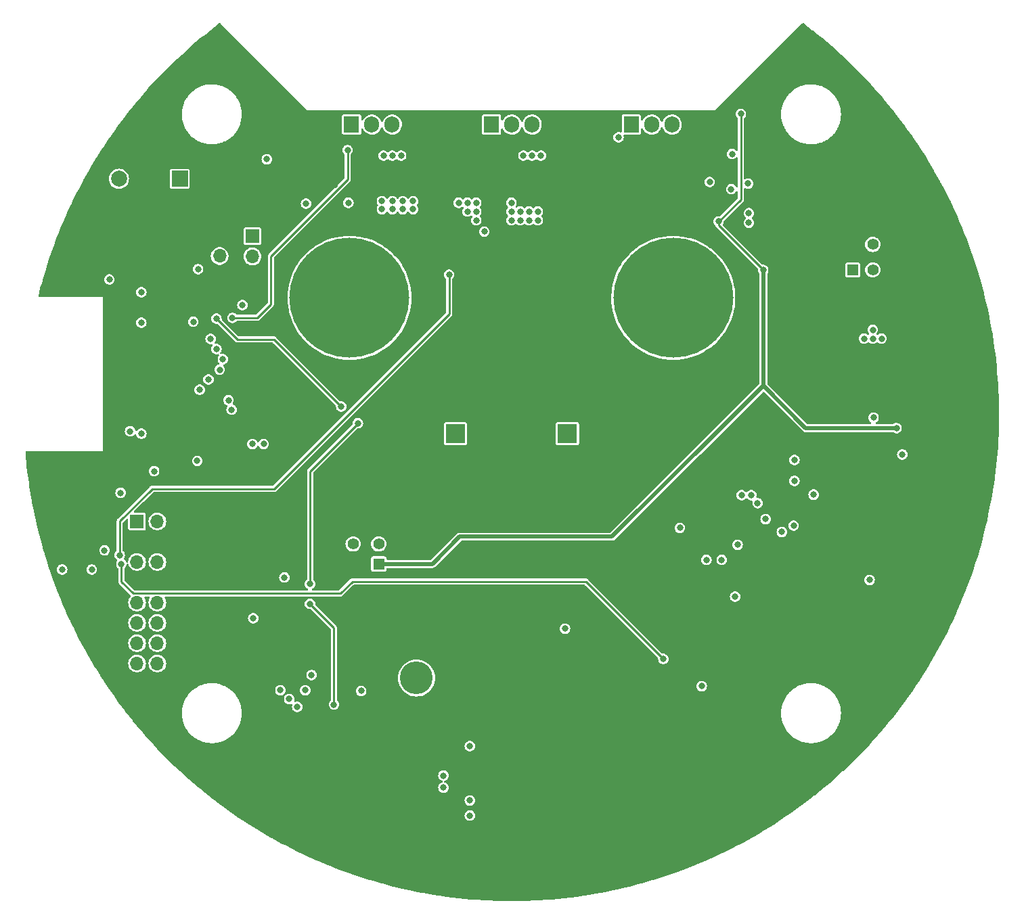
<source format=gbr>
%TF.GenerationSoftware,KiCad,Pcbnew,7.0.2-0*%
%TF.CreationDate,2023-06-29T11:19:38+08:00*%
%TF.ProjectId,H160_board,48313630-5f62-46f6-9172-642e6b696361,rev?*%
%TF.SameCoordinates,Original*%
%TF.FileFunction,Copper,L3,Inr*%
%TF.FilePolarity,Positive*%
%FSLAX46Y46*%
G04 Gerber Fmt 4.6, Leading zero omitted, Abs format (unit mm)*
G04 Created by KiCad (PCBNEW 7.0.2-0) date 2023-06-29 11:19:38*
%MOMM*%
%LPD*%
G01*
G04 APERTURE LIST*
%TA.AperFunction,ComponentPad*%
%ADD10R,1.400000X1.400000*%
%TD*%
%TA.AperFunction,ComponentPad*%
%ADD11C,1.400000*%
%TD*%
%TA.AperFunction,ComponentPad*%
%ADD12C,3.000000*%
%TD*%
%TA.AperFunction,ComponentPad*%
%ADD13R,2.400000X2.400000*%
%TD*%
%TA.AperFunction,ComponentPad*%
%ADD14C,2.400000*%
%TD*%
%TA.AperFunction,ComponentPad*%
%ADD15C,15.000000*%
%TD*%
%TA.AperFunction,ComponentPad*%
%ADD16C,4.100000*%
%TD*%
%TA.AperFunction,ComponentPad*%
%ADD17R,1.905000X2.000000*%
%TD*%
%TA.AperFunction,ComponentPad*%
%ADD18O,1.905000X2.000000*%
%TD*%
%TA.AperFunction,ComponentPad*%
%ADD19R,2.000000X2.000000*%
%TD*%
%TA.AperFunction,ComponentPad*%
%ADD20C,2.000000*%
%TD*%
%TA.AperFunction,ComponentPad*%
%ADD21R,1.700000X1.700000*%
%TD*%
%TA.AperFunction,ComponentPad*%
%ADD22O,1.700000X1.700000*%
%TD*%
%TA.AperFunction,ComponentPad*%
%ADD23C,0.500000*%
%TD*%
%TA.AperFunction,ViaPad*%
%ADD24C,0.800000*%
%TD*%
%TA.AperFunction,Conductor*%
%ADD25C,0.250000*%
%TD*%
%TA.AperFunction,Conductor*%
%ADD26C,0.500000*%
%TD*%
G04 APERTURE END LIST*
D10*
%TO.N,Net-(J6-VBUS)*%
%TO.C,J6*%
X142700000Y-82000000D03*
D11*
%TO.N,Net-(J6-D-)*%
X145200000Y-82000000D03*
%TO.N,Net-(J6-D+)*%
X145200000Y-78800000D03*
%TO.N,GND*%
X142700000Y-78800000D03*
D12*
X149970000Y-79290000D03*
X137930000Y-79290000D03*
%TD*%
D13*
%TO.N,+VDC*%
%TO.C,C5*%
X93000000Y-102500000D03*
D14*
%TO.N,GND*%
X93000000Y-97500000D03*
%TD*%
D15*
%TO.N,+VDC*%
%TO.C,H2*%
X120250000Y-85500000D03*
%TD*%
D13*
%TO.N,+VDC*%
%TO.C,C4*%
X107000000Y-102500000D03*
D14*
%TO.N,GND*%
X107000000Y-97500000D03*
%TD*%
D16*
%TO.N,+VDC*%
%TO.C,H1*%
X88131000Y-133092000D03*
%TD*%
D17*
%TO.N,/MOTOR_GATE_A*%
%TO.C,Q3*%
X97500000Y-63800000D03*
D18*
%TO.N,/MOTOR(-)*%
X100040000Y-63800000D03*
%TO.N,Net-(Q3-S)*%
X102580000Y-63800000D03*
%TD*%
D16*
%TO.N,GND*%
%TO.C,H4*%
X66907000Y-111879000D03*
%TD*%
D17*
%TO.N,/MOTOR_GATE_B*%
%TO.C,Q4*%
X80000000Y-63800000D03*
D18*
%TO.N,/MOTOR(-)*%
X82540000Y-63800000D03*
%TO.N,Net-(Q4-S)*%
X85080000Y-63800000D03*
%TD*%
D19*
%TO.N,+12V*%
%TO.C,BZ1*%
X58500000Y-70600000D03*
D20*
%TO.N,Net-(BZ1-+)*%
X50900000Y-70600000D03*
%TD*%
D21*
%TO.N,Net-(J5-Pin_1)*%
%TO.C,J5*%
X67600000Y-77775000D03*
D22*
%TO.N,/TRIGGER*%
X67600000Y-80315000D03*
%TD*%
D23*
%TO.N,GND*%
%TO.C,U4*%
X77975000Y-71500000D03*
X77975000Y-70250000D03*
X77975000Y-69000000D03*
X76900000Y-71500000D03*
X76900000Y-70250000D03*
X76900000Y-69000000D03*
X75825000Y-71500000D03*
X75825000Y-70250000D03*
X75825000Y-69000000D03*
%TD*%
D21*
%TO.N,+12V*%
%TO.C,J4*%
X53160000Y-113480000D03*
D22*
%TO.N,+3V3*%
X55700000Y-113480000D03*
%TO.N,GND*%
X53160000Y-116020000D03*
X55700000Y-116020000D03*
%TO.N,/SCL*%
X53160000Y-118560000D03*
%TO.N,/SDA*%
X55700000Y-118560000D03*
%TO.N,GND*%
X53160000Y-121100000D03*
X55700000Y-121100000D03*
%TO.N,/ADC3*%
X53160000Y-123640000D03*
%TO.N,/ADC2*%
X55700000Y-123640000D03*
%TO.N,/MOSI*%
X53160000Y-126180000D03*
%TO.N,/CS4*%
X55700000Y-126180000D03*
%TO.N,/SCK*%
X53160000Y-128720000D03*
%TO.N,/CS3*%
X55700000Y-128720000D03*
%TO.N,/MISO*%
X53160000Y-131260000D03*
%TO.N,/CS2*%
X55700000Y-131260000D03*
%TD*%
D10*
%TO.N,+5V*%
%TO.C,J1*%
X83400000Y-118800000D03*
D11*
%TO.N,Net-(J1-D-)*%
X83400000Y-116300000D03*
%TO.N,Net-(J1-D+)*%
X80200000Y-116300000D03*
%TO.N,GND*%
X80200000Y-118800000D03*
D12*
X80690000Y-111530000D03*
X80690000Y-123570000D03*
%TD*%
D21*
%TO.N,GND*%
%TO.C,J2*%
X63500000Y-77725000D03*
D22*
%TO.N,/FT_BOOT*%
X63500000Y-80265000D03*
%TD*%
D15*
%TO.N,/MOTOR(-)*%
%TO.C,H3*%
X79750000Y-85500000D03*
%TD*%
D17*
%TO.N,/MOTOR(-)*%
%TO.C,Q6*%
X115000000Y-63800000D03*
D18*
%TO.N,+VDC*%
X117540000Y-63800000D03*
%TO.N,/MOTOR(-)*%
X120080000Y-63800000D03*
%TD*%
D24*
%TO.N,/BUZZER*%
X49700000Y-83200000D03*
X53700000Y-88600000D03*
%TO.N,/FT_RST*%
X52300000Y-102200000D03*
%TO.N,Net-(U7-AIN1)*%
X51200000Y-118800000D03*
X119000000Y-130700000D03*
%TO.N,/FT_BOOT*%
X66350000Y-86397500D03*
%TO.N,/FT_TX*%
X60200000Y-88500000D03*
%TO.N,/FT_RX*%
X53700000Y-84800000D03*
%TO.N,/FT_TX*%
X129700000Y-74900000D03*
%TO.N,/FT_BOOT*%
X129600000Y-71200000D03*
%TO.N,/FT_RST*%
X127500000Y-71900000D03*
%TO.N,/FT_RX*%
X124800000Y-71000000D03*
%TO.N,Net-(D3-K)*%
X127600000Y-67500000D03*
X129700000Y-76100000D03*
%TO.N,+5V*%
X125909993Y-75927367D03*
X128700000Y-62475000D03*
X131500000Y-82000000D03*
%TO.N,/ADC_INT*%
X53700000Y-102500000D03*
%TO.N,GND*%
X92400000Y-75800000D03*
X90200000Y-76900000D03*
X145800000Y-108500000D03*
X90200000Y-75800000D03*
X137000000Y-113500000D03*
X127400000Y-111600000D03*
X126200000Y-110200000D03*
X143400000Y-107100000D03*
X91300000Y-76900000D03*
X144100000Y-115600000D03*
X91300000Y-75800000D03*
X125000000Y-110200000D03*
X146500000Y-112900000D03*
X145800000Y-107100000D03*
X144600000Y-109800000D03*
X126200000Y-111600000D03*
X137900000Y-92500000D03*
X145300000Y-115600000D03*
X125000000Y-112900000D03*
X145300000Y-114300000D03*
X137900000Y-95800000D03*
X145800000Y-109900000D03*
X146500000Y-115700000D03*
X141200000Y-92500000D03*
X144100000Y-112900000D03*
X144600000Y-107100000D03*
X125000000Y-111600000D03*
X127400000Y-113000000D03*
X137000000Y-114600000D03*
X126200000Y-112900000D03*
X145300000Y-112900000D03*
X127400000Y-110200000D03*
X146500000Y-114300000D03*
X144600000Y-108500000D03*
X144100000Y-114300000D03*
X143400000Y-109800000D03*
X141200000Y-95800000D03*
X143400000Y-108500000D03*
%TO.N,Net-(Q2-D)*%
X127975000Y-122900000D03*
X128300000Y-116400000D03*
%TO.N,/CS1*%
X65000000Y-99500000D03*
X75000000Y-132700000D03*
%TO.N,/CS0*%
X91500000Y-146800000D03*
X64600000Y-98300000D03*
%TO.N,/MOSI*%
X61000000Y-97000000D03*
X71100000Y-134600000D03*
X74200000Y-134600000D03*
%TO.N,/SCK*%
X62100000Y-95710000D03*
X72200000Y-135700000D03*
%TO.N,/MISO*%
X63500000Y-94500000D03*
X73200000Y-136700000D03*
%TO.N,/CS2*%
X63900000Y-93170000D03*
%TO.N,/CS3*%
X63100000Y-91900000D03*
%TO.N,/CS4*%
X62370000Y-90630000D03*
%TO.N,Net-(Q1-G)*%
X131800000Y-113200000D03*
X124400000Y-118300000D03*
%TO.N,Net-(Q2-G)*%
X130800000Y-111200000D03*
X126300000Y-118300000D03*
%TO.N,Net-(Q3-S)*%
X103700000Y-67700000D03*
X102600000Y-67700000D03*
X101500000Y-67700000D03*
%TO.N,Net-(Q4-S)*%
X84000000Y-67700000D03*
X85100000Y-67700000D03*
X86200000Y-67700000D03*
%TO.N,+12V*%
X69400000Y-68150000D03*
X128800000Y-110200000D03*
X145300000Y-100500000D03*
%TO.N,+5V*%
X148175000Y-101800000D03*
%TO.N,Net-(U3-IP+)*%
X95600000Y-75800000D03*
X102200000Y-75800000D03*
X94500000Y-74700000D03*
X100000000Y-74700000D03*
X87700000Y-74400000D03*
X86400000Y-73400000D03*
X101100000Y-75800000D03*
X86400000Y-74400000D03*
X94500000Y-73600000D03*
X93400000Y-73600000D03*
X103300000Y-75800000D03*
X100000000Y-75800000D03*
X95600000Y-74700000D03*
X85100000Y-73400000D03*
X85100000Y-74400000D03*
X95600000Y-73600000D03*
X87700000Y-73400000D03*
X83800000Y-74400000D03*
X101100000Y-74700000D03*
X100000000Y-73600000D03*
X103300000Y-74700000D03*
X102200000Y-74700000D03*
X83800000Y-73400000D03*
%TO.N,/MOTOR(-)*%
X113400000Y-65400000D03*
%TO.N,/VCC1*%
X135400000Y-105800000D03*
X137800000Y-110129500D03*
%TO.N,/SDA*%
X47500000Y-119500000D03*
%TO.N,Net-(BT1-+)*%
X106700000Y-126900000D03*
X71600000Y-120500000D03*
%TO.N,+VDC*%
X121075000Y-114300000D03*
X133825000Y-114800000D03*
%TO.N,/MOTOR_PWM*%
X65100000Y-88000000D03*
X79500000Y-67000000D03*
%TO.N,/ADC_INT*%
X49100000Y-117100000D03*
%TO.N,/FB*%
X135400000Y-108400000D03*
X148900000Y-105100000D03*
%TO.N,+3V3*%
X67700000Y-125600000D03*
X81200000Y-134700000D03*
X91500000Y-145300000D03*
X144100000Y-90600000D03*
X79600000Y-73600000D03*
X96600000Y-77200000D03*
X94800000Y-150300000D03*
X145200000Y-90600000D03*
X43800000Y-119500000D03*
X60700000Y-105900000D03*
X55300000Y-107200000D03*
X74300000Y-73700000D03*
X60800000Y-81900000D03*
X51100000Y-109900000D03*
X94800000Y-141600000D03*
X94800000Y-148400000D03*
X146300000Y-90600000D03*
X145200000Y-89500000D03*
%TO.N,/SENSE+*%
X144800000Y-120800000D03*
X130000000Y-110200000D03*
%TO.N,/IRQ_ORIENT*%
X78700000Y-99100000D03*
X74800000Y-121300000D03*
X77800000Y-136400000D03*
X74800000Y-123800000D03*
X63100000Y-88100000D03*
X80800000Y-101200000D03*
%TO.N,Net-(U1-EN{slash}SYNC)*%
X123800000Y-134100000D03*
X135300000Y-114000000D03*
%TO.N,Net-(U7-AIN0)*%
X92200000Y-82600000D03*
X51000000Y-117700000D03*
%TO.N,Net-(J1-D-)*%
X69000000Y-103800000D03*
%TO.N,Net-(J1-D+)*%
X67600000Y-103800000D03*
%TD*%
D25*
%TO.N,Net-(U7-AIN1)*%
X119000000Y-130700000D02*
X109300000Y-121000000D01*
X51200000Y-121000000D02*
X51200000Y-118800000D01*
X109300000Y-121000000D02*
X80100000Y-121000000D01*
X80100000Y-121000000D02*
X78600000Y-122500000D01*
X78600000Y-122500000D02*
X52700000Y-122500000D01*
X52700000Y-122500000D02*
X51200000Y-121000000D01*
%TO.N,Net-(U7-AIN0)*%
X70300000Y-109400000D02*
X69200000Y-109400000D01*
D26*
%TO.N,+5V*%
X136800000Y-101800000D02*
X137300000Y-101800000D01*
X126200000Y-101800000D02*
X112600000Y-115400000D01*
D25*
%TO.N,Net-(U7-AIN0)*%
X92200000Y-82600000D02*
X92200000Y-87500000D01*
X69200000Y-109400000D02*
X55036000Y-109400000D01*
X92200000Y-87500000D02*
X70300000Y-109400000D01*
%TO.N,+5V*%
X125909993Y-75927367D02*
X125972633Y-75927367D01*
X125972633Y-75927367D02*
X128700000Y-73200000D01*
X131500000Y-82000000D02*
X125909993Y-76409993D01*
X125909993Y-76409993D02*
X125909993Y-75927367D01*
X128700000Y-62475000D02*
X128700000Y-73200000D01*
D26*
X148175000Y-101800000D02*
X137300000Y-101800000D01*
X131500000Y-96500000D02*
X136800000Y-101800000D01*
X126200000Y-101800000D02*
X131500000Y-96500000D01*
X131500000Y-96500000D02*
X131500000Y-82000000D01*
X112600000Y-115400000D02*
X93500000Y-115400000D01*
X90100000Y-118800000D02*
X83400000Y-118800000D01*
X93500000Y-115400000D02*
X90100000Y-118800000D01*
D25*
%TO.N,/MOTOR_PWM*%
X68200000Y-88000000D02*
X65100000Y-88000000D01*
X69900000Y-80284936D02*
X69900000Y-86300000D01*
X79500000Y-70684936D02*
X69900000Y-80284936D01*
X69900000Y-86300000D02*
X68200000Y-88000000D01*
X79500000Y-67000000D02*
X79500000Y-70684936D01*
%TO.N,/IRQ_ORIENT*%
X80800000Y-101200000D02*
X74800000Y-107200000D01*
X70300000Y-90700000D02*
X78700000Y-99100000D01*
X63100000Y-88100000D02*
X65700000Y-90700000D01*
X65700000Y-90700000D02*
X70300000Y-90700000D01*
X74800000Y-107200000D02*
X74800000Y-121300000D01*
X77800000Y-126800000D02*
X77800000Y-136400000D01*
X74800000Y-123800000D02*
X77800000Y-126800000D01*
%TO.N,Net-(U7-AIN0)*%
X51000000Y-113436000D02*
X51000000Y-117700000D01*
X55036000Y-109400000D02*
X51000000Y-113436000D01*
%TD*%
%TA.AperFunction,Conductor*%
%TO.N,GND*%
G36*
X63619743Y-51128104D02*
G01*
X63649579Y-51150204D01*
X74481917Y-61982624D01*
X74482153Y-61982976D01*
X74499617Y-62000383D01*
X74499898Y-62000499D01*
X74499999Y-62000541D01*
X74500000Y-62000541D01*
X74524952Y-62000541D01*
X74525158Y-62000500D01*
X125474745Y-62000500D01*
X125475406Y-62000632D01*
X125499998Y-62000542D01*
X125499998Y-62000541D01*
X125500000Y-62000542D01*
X125500172Y-62000469D01*
X125500383Y-62000383D01*
X125500383Y-62000381D01*
X125518372Y-61982368D01*
X125518458Y-61982239D01*
X125542187Y-61958499D01*
X136347474Y-51148037D01*
X136409776Y-51113999D01*
X136480593Y-51119047D01*
X136513110Y-51137010D01*
X137660915Y-52014459D01*
X137663387Y-52016399D01*
X138257829Y-52495351D01*
X138873374Y-52991306D01*
X138875853Y-52993355D01*
X140060614Y-53998871D01*
X140063039Y-54000984D01*
X141221661Y-55036334D01*
X141224032Y-55038507D01*
X142355929Y-56103167D01*
X142358233Y-56105391D01*
X142854558Y-56596705D01*
X143369415Y-57106364D01*
X143465222Y-57201341D01*
X143467414Y-57203568D01*
X144386544Y-58161086D01*
X144546100Y-58327590D01*
X144548223Y-58329861D01*
X145010620Y-58836862D01*
X145395597Y-59258974D01*
X145405707Y-59270082D01*
X145597804Y-59481127D01*
X145599857Y-59483439D01*
X146387452Y-60392568D01*
X146619634Y-60661182D01*
X146621617Y-60663533D01*
X147358756Y-61559653D01*
X147610945Y-61867010D01*
X147612857Y-61869399D01*
X148305825Y-62757067D01*
X148571054Y-63097782D01*
X148572894Y-63100205D01*
X149226306Y-63982749D01*
X149499365Y-64352727D01*
X149501133Y-64355184D01*
X150118192Y-65234714D01*
X150395271Y-65631030D01*
X150396966Y-65633517D01*
X150980050Y-66511459D01*
X151258165Y-66931824D01*
X151259787Y-66934340D01*
X151810962Y-67812054D01*
X152087483Y-68254261D01*
X152089032Y-68256803D01*
X152609886Y-69135245D01*
X152882698Y-69597493D01*
X152884173Y-69600060D01*
X153376027Y-70480046D01*
X153615007Y-70909787D01*
X153643271Y-70960611D01*
X153644662Y-70963184D01*
X153686227Y-71042219D01*
X154108519Y-71845215D01*
X154368715Y-72342745D01*
X154370042Y-72345355D01*
X154788153Y-73192189D01*
X154806443Y-73229232D01*
X154850156Y-73318310D01*
X155058571Y-73743019D01*
X155059824Y-73745647D01*
X155469582Y-74631855D01*
X155712369Y-75160484D01*
X155713547Y-75163128D01*
X156097255Y-76051868D01*
X156329674Y-76594190D01*
X156330777Y-76596848D01*
X156688838Y-77488028D01*
X156910098Y-78043239D01*
X156911127Y-78045909D01*
X157243856Y-78939309D01*
X157453242Y-79506634D01*
X157454197Y-79509314D01*
X157761929Y-80404847D01*
X157958772Y-80983468D01*
X157959653Y-80986156D01*
X158242688Y-81883740D01*
X158426340Y-82472732D01*
X158427147Y-82475426D01*
X158685717Y-83374853D01*
X158855653Y-83973492D01*
X158856386Y-83976189D01*
X159090682Y-84877179D01*
X159246418Y-85484714D01*
X159247078Y-85487413D01*
X159457229Y-86389492D01*
X159598393Y-87005474D01*
X159598981Y-87008174D01*
X159785172Y-87911119D01*
X159795659Y-87962954D01*
X159911337Y-88534724D01*
X159911852Y-88537421D01*
X160074235Y-89440927D01*
X160185044Y-90071457D01*
X160185488Y-90074150D01*
X160324209Y-90977939D01*
X160419344Y-91614694D01*
X160419714Y-91617370D01*
X160431907Y-91713029D01*
X160534898Y-92521082D01*
X160614082Y-93163464D01*
X160614383Y-93166144D01*
X160706136Y-94069285D01*
X160769122Y-94716647D01*
X160769353Y-94719318D01*
X160837792Y-95621446D01*
X160884375Y-96273379D01*
X160884536Y-96276037D01*
X160929783Y-97176757D01*
X160959751Y-97832410D01*
X160959844Y-97835055D01*
X160982023Y-98734059D01*
X160995214Y-99392961D01*
X160995239Y-99395591D01*
X160994467Y-100292251D01*
X160990735Y-100953872D01*
X160990693Y-100956486D01*
X160967097Y-101850466D01*
X160946317Y-102514153D01*
X160946209Y-102516748D01*
X160899919Y-103407614D01*
X160861991Y-104072806D01*
X160861817Y-104075381D01*
X160792959Y-104962754D01*
X160737819Y-105628674D01*
X160737582Y-105631227D01*
X160646292Y-106514672D01*
X160573863Y-107181007D01*
X160573562Y-107183537D01*
X160460010Y-108062366D01*
X160370244Y-108728604D01*
X160369880Y-108731109D01*
X160234214Y-109604951D01*
X160126902Y-110271669D01*
X159969072Y-111141236D01*
X159928493Y-111357780D01*
X159844353Y-111806782D01*
X159664697Y-112670507D01*
X159522622Y-113334142D01*
X159321326Y-114191522D01*
X159161915Y-114852777D01*
X158939156Y-115703377D01*
X158762479Y-116361644D01*
X158518442Y-117205042D01*
X158324559Y-117859830D01*
X158059488Y-118695419D01*
X157848444Y-119346331D01*
X157562585Y-120173573D01*
X157334438Y-120820195D01*
X157028013Y-121638654D01*
X156782917Y-122280351D01*
X156456100Y-123089734D01*
X156194213Y-123725926D01*
X155847280Y-124525697D01*
X155568705Y-125155987D01*
X155201899Y-125945722D01*
X154906839Y-126569514D01*
X154520404Y-127348805D01*
X154208992Y-127965707D01*
X153803313Y-128733895D01*
X153475642Y-129343601D01*
X153050948Y-130100362D01*
X152707314Y-130702211D01*
X152263869Y-131447170D01*
X151904454Y-132040753D01*
X151442604Y-132773416D01*
X151067625Y-133358293D01*
X150587635Y-134078310D01*
X150197364Y-134653980D01*
X149699591Y-135360890D01*
X149294215Y-135927005D01*
X148779056Y-136620314D01*
X148358794Y-137176499D01*
X147826532Y-137855890D01*
X147391734Y-138401618D01*
X146842705Y-139066718D01*
X146393640Y-139601601D01*
X145828244Y-140251975D01*
X145365164Y-140775659D01*
X144783739Y-141410966D01*
X144307007Y-141922995D01*
X143709981Y-142542815D01*
X143219808Y-143042914D01*
X142607558Y-143646896D01*
X142104353Y-144134608D01*
X141477216Y-144722457D01*
X141439263Y-144757400D01*
X140961353Y-145197386D01*
X140319761Y-145768730D01*
X139791458Y-146230640D01*
X139135921Y-146785058D01*
X138595573Y-147233566D01*
X137926440Y-147770799D01*
X137890931Y-147798766D01*
X137374390Y-148205591D01*
X136692166Y-148725263D01*
X136128724Y-149146064D01*
X135433857Y-149647863D01*
X134859447Y-150054325D01*
X134152276Y-150538034D01*
X133567352Y-150929809D01*
X132848364Y-151395119D01*
X132253283Y-151771946D01*
X131522947Y-152218574D01*
X130918100Y-152580188D01*
X130176854Y-153007881D01*
X129562685Y-153353996D01*
X128811042Y-153762480D01*
X128187884Y-154092890D01*
X127426381Y-154481892D01*
X126794649Y-154796355D01*
X126023755Y-155165656D01*
X125383857Y-155463953D01*
X124604040Y-155813342D01*
X123956495Y-156095213D01*
X123168249Y-156424488D01*
X122513424Y-156689758D01*
X121717198Y-156998740D01*
X121055695Y-157247158D01*
X120251957Y-157535675D01*
X119584099Y-157767110D01*
X119536191Y-157782939D01*
X118773544Y-158034924D01*
X118099672Y-158249243D01*
X117282754Y-158496218D01*
X116603461Y-158693220D01*
X115780622Y-158919232D01*
X115096430Y-159098760D01*
X114268148Y-159303682D01*
X113579396Y-159465638D01*
X112746383Y-159649301D01*
X112053559Y-159793565D01*
X111216204Y-159955892D01*
X110519849Y-160082345D01*
X109678668Y-160223239D01*
X109132398Y-160308023D01*
X108979208Y-160331799D01*
X108134881Y-160451152D01*
X107432687Y-160541755D01*
X106585705Y-160639504D01*
X105881362Y-160712068D01*
X105032161Y-160788168D01*
X104326194Y-160842637D01*
X103475362Y-160897035D01*
X102768190Y-160933377D01*
X102027089Y-160961791D01*
X101916286Y-160966039D01*
X101591851Y-160974375D01*
X101208360Y-160984228D01*
X100355915Y-160995134D01*
X99647749Y-160995156D01*
X98795342Y-160984301D01*
X98087370Y-160966154D01*
X97235525Y-160933546D01*
X96528279Y-160897243D01*
X95677494Y-160842900D01*
X95235012Y-160808786D01*
X94971467Y-160788468D01*
X94122293Y-160712423D01*
X93417967Y-160639904D01*
X92570937Y-160542200D01*
X91868764Y-160451643D01*
X91024419Y-160332339D01*
X90857190Y-160306394D01*
X90324885Y-160223810D01*
X89483810Y-160082986D01*
X89013650Y-159997638D01*
X88787383Y-159956564D01*
X88687963Y-159937297D01*
X87950027Y-159794288D01*
X87257230Y-159650073D01*
X86424164Y-159466451D01*
X85969092Y-159359472D01*
X85735393Y-159304533D01*
X85249160Y-159184267D01*
X84907176Y-159099680D01*
X84222894Y-158920173D01*
X83400054Y-158694214D01*
X82720811Y-158497271D01*
X81903810Y-158250324D01*
X81229973Y-158036062D01*
X80419392Y-157768294D01*
X80415980Y-157767112D01*
X80370713Y-157751428D01*
X79751492Y-157536890D01*
X78947761Y-157248430D01*
X78911488Y-157234810D01*
X78286214Y-157000041D01*
X77879620Y-156842287D01*
X77489966Y-156691105D01*
X76835188Y-156425899D01*
X76046876Y-156096652D01*
X75399334Y-155814830D01*
X75082919Y-155673086D01*
X74619446Y-155465464D01*
X74293774Y-155313672D01*
X73979639Y-155167257D01*
X73208617Y-154797953D01*
X72576932Y-154483560D01*
X71815379Y-154094590D01*
X71192133Y-153764182D01*
X70440635Y-153355836D01*
X70020852Y-153119301D01*
X69826252Y-153009650D01*
X69085072Y-152582052D01*
X68480232Y-152220493D01*
X67749826Y-151773885D01*
X67154697Y-151397075D01*
X66435748Y-150931853D01*
X65850753Y-150540082D01*
X65499715Y-150300000D01*
X94140693Y-150300000D01*
X94159850Y-150457780D01*
X94216212Y-150606394D01*
X94216213Y-150606395D01*
X94306502Y-150737201D01*
X94425471Y-150842599D01*
X94566207Y-150916463D01*
X94720529Y-150954500D01*
X94720531Y-150954500D01*
X94879469Y-150954500D01*
X94879471Y-150954500D01*
X95033793Y-150916463D01*
X95174529Y-150842599D01*
X95293498Y-150737201D01*
X95383787Y-150606395D01*
X95440149Y-150457782D01*
X95459307Y-150300000D01*
X95440149Y-150142218D01*
X95383787Y-149993605D01*
X95293498Y-149862799D01*
X95174529Y-149757401D01*
X95033793Y-149683537D01*
X94879471Y-149645500D01*
X94720529Y-149645500D01*
X94566207Y-149683537D01*
X94566206Y-149683537D01*
X94566204Y-149683538D01*
X94425472Y-149757400D01*
X94306501Y-149862799D01*
X94216212Y-149993605D01*
X94159850Y-150142219D01*
X94140693Y-150300000D01*
X65499715Y-150300000D01*
X65143555Y-150056415D01*
X64569149Y-149650010D01*
X64562903Y-149645500D01*
X63874213Y-149148224D01*
X63310806Y-148727502D01*
X62880807Y-148400000D01*
X94140693Y-148400000D01*
X94159850Y-148557780D01*
X94216212Y-148706394D01*
X94229237Y-148725263D01*
X94306502Y-148837201D01*
X94425471Y-148942599D01*
X94566207Y-149016463D01*
X94720529Y-149054500D01*
X94720531Y-149054500D01*
X94879469Y-149054500D01*
X94879471Y-149054500D01*
X95033793Y-149016463D01*
X95174529Y-148942599D01*
X95293498Y-148837201D01*
X95383787Y-148706395D01*
X95440149Y-148557782D01*
X95459307Y-148400000D01*
X95440149Y-148242218D01*
X95383787Y-148093605D01*
X95293498Y-147962799D01*
X95174529Y-147857401D01*
X95033793Y-147783537D01*
X94879471Y-147745500D01*
X94720529Y-147745500D01*
X94566207Y-147783537D01*
X94566206Y-147783537D01*
X94566204Y-147783538D01*
X94425472Y-147857400D01*
X94306501Y-147962799D01*
X94216212Y-148093605D01*
X94159850Y-148242219D01*
X94140693Y-148400000D01*
X62880807Y-148400000D01*
X62628518Y-148207848D01*
X62309520Y-147956637D01*
X62076465Y-147773106D01*
X61632201Y-147416461D01*
X61407275Y-147235896D01*
X61072171Y-146957780D01*
X60882062Y-146800000D01*
X90840693Y-146800000D01*
X90859850Y-146957780D01*
X90916212Y-147106394D01*
X91005616Y-147235917D01*
X91006502Y-147237201D01*
X91125471Y-147342599D01*
X91266207Y-147416463D01*
X91420529Y-147454500D01*
X91420531Y-147454500D01*
X91579469Y-147454500D01*
X91579471Y-147454500D01*
X91733793Y-147416463D01*
X91874529Y-147342599D01*
X91993498Y-147237201D01*
X92083787Y-147106395D01*
X92140149Y-146957782D01*
X92159307Y-146800000D01*
X92140149Y-146642218D01*
X92083787Y-146493605D01*
X91993498Y-146362799D01*
X91874529Y-146257401D01*
X91733793Y-146183537D01*
X91688355Y-146172337D01*
X91627004Y-146136615D01*
X91594702Y-146073392D01*
X91601710Y-146002742D01*
X91645801Y-145947096D01*
X91688354Y-145927662D01*
X91733793Y-145916463D01*
X91874529Y-145842599D01*
X91993498Y-145737201D01*
X92083787Y-145606395D01*
X92140149Y-145457782D01*
X92159307Y-145300000D01*
X92140149Y-145142218D01*
X92083787Y-144993605D01*
X91993498Y-144862799D01*
X91874529Y-144757401D01*
X91733793Y-144683537D01*
X91579471Y-144645500D01*
X91420529Y-144645500D01*
X91266207Y-144683537D01*
X91266206Y-144683537D01*
X91266204Y-144683538D01*
X91125472Y-144757400D01*
X91006501Y-144862799D01*
X90916212Y-144993605D01*
X90859850Y-145142219D01*
X90840693Y-145299999D01*
X90859850Y-145457780D01*
X90916212Y-145606394D01*
X90916213Y-145606395D01*
X91006502Y-145737201D01*
X91125471Y-145842599D01*
X91266207Y-145916463D01*
X91311642Y-145927661D01*
X91372996Y-145963385D01*
X91405297Y-146026608D01*
X91398289Y-146097258D01*
X91354197Y-146152904D01*
X91311643Y-146172337D01*
X91266207Y-146183537D01*
X91266206Y-146183537D01*
X91266204Y-146183538D01*
X91125472Y-146257400D01*
X91006501Y-146362799D01*
X90916212Y-146493605D01*
X90859850Y-146642219D01*
X90840693Y-146800000D01*
X60882062Y-146800000D01*
X60866875Y-146787396D01*
X60211346Y-146233053D01*
X59682953Y-145771121D01*
X59041403Y-145199884D01*
X58525434Y-144724915D01*
X57898327Y-144137165D01*
X57395062Y-143649454D01*
X57172308Y-143429735D01*
X56782755Y-143045488D01*
X56458022Y-142714218D01*
X56292598Y-142545464D01*
X55695537Y-141925684D01*
X55539188Y-141757780D01*
X55392266Y-141600000D01*
X94140693Y-141600000D01*
X94159850Y-141757780D01*
X94216212Y-141906394D01*
X94216213Y-141906395D01*
X94306502Y-142037201D01*
X94425471Y-142142599D01*
X94566207Y-142216463D01*
X94720529Y-142254500D01*
X94720531Y-142254500D01*
X94879469Y-142254500D01*
X94879471Y-142254500D01*
X95033793Y-142216463D01*
X95174529Y-142142599D01*
X95293498Y-142037201D01*
X95383787Y-141906395D01*
X95440149Y-141757782D01*
X95459307Y-141600000D01*
X95440149Y-141442218D01*
X95383787Y-141293605D01*
X95293498Y-141162799D01*
X95174529Y-141057401D01*
X95033793Y-140983537D01*
X94879471Y-140945500D01*
X94720529Y-140945500D01*
X94566207Y-140983537D01*
X94566206Y-140983537D01*
X94566204Y-140983538D01*
X94425472Y-141057400D01*
X94306501Y-141162799D01*
X94216212Y-141293605D01*
X94159850Y-141442219D01*
X94140693Y-141600000D01*
X55392266Y-141600000D01*
X55218754Y-141413664D01*
X54637252Y-140778348D01*
X54627748Y-140767602D01*
X54174229Y-140254792D01*
X54171780Y-140251975D01*
X53608721Y-139604368D01*
X53159696Y-139069598D01*
X52642352Y-138442960D01*
X52610535Y-138404420D01*
X52175787Y-137858820D01*
X51876616Y-137477000D01*
X58767680Y-137477000D01*
X58767842Y-137480194D01*
X58767842Y-137480195D01*
X58776397Y-137648897D01*
X58775969Y-137650683D01*
X58776648Y-137657248D01*
X58777154Y-137663817D01*
X58777810Y-137676747D01*
X58777972Y-137683131D01*
X58777972Y-137686433D01*
X58778381Y-137688018D01*
X58786784Y-137853721D01*
X58786785Y-137853737D01*
X58786947Y-137856919D01*
X58787430Y-137860075D01*
X58787431Y-137860080D01*
X58813468Y-138030037D01*
X58813145Y-138032437D01*
X58815037Y-138041491D01*
X58816247Y-138048183D01*
X58818270Y-138061390D01*
X58819054Y-138067498D01*
X58819098Y-138067931D01*
X58819396Y-138068733D01*
X58844552Y-138232940D01*
X58845350Y-138236022D01*
X58889211Y-138405427D01*
X58889114Y-138408425D01*
X58892671Y-138419567D01*
X58894617Y-138426303D01*
X58898196Y-138440126D01*
X58898858Y-138442960D01*
X58899009Y-138443267D01*
X58939902Y-138601204D01*
X58941009Y-138604193D01*
X59002841Y-138771145D01*
X59003087Y-138774706D01*
X59008676Y-138787495D01*
X59011376Y-138794191D01*
X59072019Y-138957932D01*
X59073426Y-138960800D01*
X59073428Y-138960805D01*
X59153170Y-139123369D01*
X59153872Y-139127450D01*
X59161797Y-139141453D01*
X59165263Y-139148023D01*
X59239549Y-139299464D01*
X59338636Y-139458435D01*
X59339899Y-139462966D01*
X59350357Y-139477676D01*
X59354594Y-139484036D01*
X59438698Y-139618970D01*
X59440771Y-139622295D01*
X59442728Y-139624823D01*
X59557314Y-139772857D01*
X59559228Y-139777748D01*
X59572334Y-139792660D01*
X59577329Y-139798714D01*
X59671667Y-139920589D01*
X59673620Y-139923112D01*
X59675816Y-139925422D01*
X59806924Y-140063348D01*
X59809575Y-140068509D01*
X59825389Y-140083147D01*
X59831124Y-140088806D01*
X59935709Y-140198829D01*
X59938124Y-140200902D01*
X59938128Y-140200906D01*
X60084853Y-140326865D01*
X60088308Y-140332187D01*
X60106812Y-140346073D01*
X60113258Y-140351250D01*
X60224346Y-140446616D01*
X60226968Y-140448441D01*
X60226972Y-140448444D01*
X60388212Y-140560670D01*
X60392524Y-140566034D01*
X60413616Y-140578699D01*
X60420725Y-140583299D01*
X60536571Y-140663931D01*
X60713846Y-140762326D01*
X60719050Y-140767602D01*
X60742560Y-140778606D01*
X60750296Y-140782558D01*
X60866380Y-140846990D01*
X60866388Y-140846994D01*
X60869179Y-140848543D01*
X60872099Y-140849796D01*
X60872103Y-140849798D01*
X61058353Y-140929724D01*
X61064469Y-140934782D01*
X61090204Y-140943734D01*
X61098497Y-140946951D01*
X61218758Y-140998559D01*
X61418139Y-141061115D01*
X61425169Y-141065818D01*
X61452846Y-141072350D01*
X61461625Y-141074759D01*
X61581720Y-141112439D01*
X61584833Y-141113078D01*
X61584838Y-141113080D01*
X61641220Y-141124666D01*
X61789459Y-141155130D01*
X61797381Y-141159338D01*
X61826683Y-141163132D01*
X61835854Y-141164665D01*
X61954340Y-141189015D01*
X62168437Y-141210786D01*
X62177216Y-141214363D01*
X62207800Y-141215151D01*
X62217306Y-141215756D01*
X62329599Y-141227175D01*
X62329600Y-141227175D01*
X62332796Y-141227500D01*
X62335996Y-141227500D01*
X62551121Y-141227500D01*
X62560701Y-141230313D01*
X62592185Y-141227876D01*
X62601910Y-141227500D01*
X62710004Y-141227500D01*
X62713204Y-141227500D01*
X62933521Y-141205096D01*
X62943820Y-141207015D01*
X62975757Y-141201195D01*
X62985580Y-141199802D01*
X63091660Y-141189015D01*
X63311646Y-141143806D01*
X63322575Y-141144714D01*
X63354559Y-141135404D01*
X63364398Y-141132965D01*
X63464280Y-141112439D01*
X63584375Y-141074759D01*
X63681558Y-141044268D01*
X63693014Y-141044056D01*
X63724612Y-141031206D01*
X63734356Y-141027702D01*
X63827242Y-140998559D01*
X64039393Y-140907517D01*
X64051249Y-140906091D01*
X64082012Y-140889711D01*
X64091530Y-140885143D01*
X64176821Y-140848543D01*
X64381420Y-140734981D01*
X64393535Y-140732258D01*
X64423024Y-140712417D01*
X64432215Y-140706788D01*
X64509429Y-140663931D01*
X64704077Y-140528451D01*
X64716299Y-140524368D01*
X64744083Y-140501190D01*
X64752818Y-140494527D01*
X64821654Y-140446616D01*
X65003984Y-140290090D01*
X65016156Y-140284599D01*
X65041829Y-140258256D01*
X65049978Y-140250605D01*
X65110291Y-140198829D01*
X65278022Y-140022376D01*
X65289978Y-140015448D01*
X65313151Y-139986171D01*
X65320626Y-139977557D01*
X65372380Y-139923112D01*
X65523324Y-139728107D01*
X65534887Y-139719738D01*
X65555208Y-139687791D01*
X65561887Y-139678288D01*
X65605229Y-139622295D01*
X65737341Y-139410339D01*
X65748337Y-139400541D01*
X65765485Y-139366235D01*
X65771252Y-139355935D01*
X65806451Y-139299464D01*
X65917835Y-139072392D01*
X65928085Y-139061203D01*
X65941770Y-139024903D01*
X65946547Y-139013859D01*
X65973981Y-138957932D01*
X66062919Y-138717790D01*
X66072250Y-138705265D01*
X66082239Y-138667336D01*
X66085929Y-138655661D01*
X66106098Y-138601204D01*
X66171065Y-138350284D01*
X66179313Y-138336491D01*
X66185414Y-138297321D01*
X66187936Y-138285126D01*
X66200648Y-138236030D01*
X66200650Y-138236022D01*
X66201448Y-138232940D01*
X66259053Y-137856919D01*
X66278320Y-137477000D01*
X133721680Y-137477000D01*
X133721842Y-137480194D01*
X133721842Y-137480195D01*
X133730397Y-137648897D01*
X133729969Y-137650683D01*
X133730648Y-137657248D01*
X133731154Y-137663817D01*
X133731810Y-137676747D01*
X133731972Y-137683131D01*
X133731972Y-137686433D01*
X133732381Y-137688018D01*
X133740784Y-137853721D01*
X133740785Y-137853737D01*
X133740947Y-137856919D01*
X133741430Y-137860075D01*
X133741431Y-137860080D01*
X133767468Y-138030037D01*
X133767145Y-138032437D01*
X133769037Y-138041491D01*
X133770247Y-138048183D01*
X133772270Y-138061390D01*
X133773054Y-138067498D01*
X133773098Y-138067931D01*
X133773396Y-138068733D01*
X133798552Y-138232940D01*
X133799350Y-138236022D01*
X133843211Y-138405427D01*
X133843114Y-138408425D01*
X133846671Y-138419567D01*
X133848617Y-138426303D01*
X133852196Y-138440126D01*
X133852858Y-138442960D01*
X133853009Y-138443267D01*
X133893902Y-138601204D01*
X133895009Y-138604193D01*
X133956841Y-138771145D01*
X133957087Y-138774706D01*
X133962676Y-138787495D01*
X133965376Y-138794191D01*
X134026019Y-138957932D01*
X134027426Y-138960800D01*
X134027428Y-138960805D01*
X134107170Y-139123369D01*
X134107872Y-139127450D01*
X134115797Y-139141453D01*
X134119263Y-139148023D01*
X134193549Y-139299464D01*
X134292636Y-139458435D01*
X134293899Y-139462966D01*
X134304357Y-139477676D01*
X134308594Y-139484036D01*
X134392698Y-139618970D01*
X134394771Y-139622295D01*
X134396728Y-139624823D01*
X134511314Y-139772857D01*
X134513228Y-139777748D01*
X134526334Y-139792660D01*
X134531329Y-139798714D01*
X134625667Y-139920589D01*
X134627620Y-139923112D01*
X134629816Y-139925422D01*
X134760924Y-140063348D01*
X134763575Y-140068509D01*
X134779389Y-140083147D01*
X134785124Y-140088806D01*
X134889709Y-140198829D01*
X134892124Y-140200902D01*
X134892128Y-140200906D01*
X135038853Y-140326865D01*
X135042308Y-140332187D01*
X135060812Y-140346073D01*
X135067258Y-140351250D01*
X135178346Y-140446616D01*
X135180968Y-140448441D01*
X135180972Y-140448444D01*
X135342212Y-140560670D01*
X135346524Y-140566034D01*
X135367616Y-140578699D01*
X135374725Y-140583299D01*
X135490571Y-140663931D01*
X135667846Y-140762326D01*
X135673050Y-140767602D01*
X135696560Y-140778606D01*
X135704296Y-140782558D01*
X135820380Y-140846990D01*
X135820388Y-140846994D01*
X135823179Y-140848543D01*
X135826099Y-140849796D01*
X135826103Y-140849798D01*
X136012353Y-140929724D01*
X136018469Y-140934782D01*
X136044204Y-140943734D01*
X136052497Y-140946951D01*
X136172758Y-140998559D01*
X136372139Y-141061115D01*
X136379169Y-141065818D01*
X136406846Y-141072350D01*
X136415625Y-141074759D01*
X136535720Y-141112439D01*
X136538833Y-141113078D01*
X136538838Y-141113080D01*
X136595220Y-141124666D01*
X136743459Y-141155130D01*
X136751381Y-141159338D01*
X136780683Y-141163132D01*
X136789854Y-141164665D01*
X136908340Y-141189015D01*
X137122437Y-141210786D01*
X137131216Y-141214363D01*
X137161800Y-141215151D01*
X137171306Y-141215756D01*
X137283599Y-141227175D01*
X137283600Y-141227175D01*
X137286796Y-141227500D01*
X137289996Y-141227500D01*
X137505121Y-141227500D01*
X137514701Y-141230313D01*
X137546185Y-141227876D01*
X137555910Y-141227500D01*
X137664004Y-141227500D01*
X137667204Y-141227500D01*
X137887521Y-141205096D01*
X137897820Y-141207015D01*
X137929757Y-141201195D01*
X137939580Y-141199802D01*
X138045660Y-141189015D01*
X138265646Y-141143806D01*
X138276575Y-141144714D01*
X138308559Y-141135404D01*
X138318398Y-141132965D01*
X138418280Y-141112439D01*
X138538375Y-141074759D01*
X138635558Y-141044268D01*
X138647014Y-141044056D01*
X138678612Y-141031206D01*
X138688356Y-141027702D01*
X138781242Y-140998559D01*
X138993393Y-140907517D01*
X139005249Y-140906091D01*
X139036012Y-140889711D01*
X139045530Y-140885143D01*
X139130821Y-140848543D01*
X139335420Y-140734981D01*
X139347535Y-140732258D01*
X139377024Y-140712417D01*
X139386215Y-140706788D01*
X139463429Y-140663931D01*
X139658077Y-140528451D01*
X139670299Y-140524368D01*
X139698083Y-140501190D01*
X139706818Y-140494527D01*
X139775654Y-140446616D01*
X139957984Y-140290090D01*
X139970156Y-140284599D01*
X139995829Y-140258256D01*
X140003978Y-140250605D01*
X140064291Y-140198829D01*
X140232022Y-140022376D01*
X140243978Y-140015448D01*
X140267151Y-139986171D01*
X140274626Y-139977557D01*
X140326380Y-139923112D01*
X140477324Y-139728107D01*
X140488887Y-139719738D01*
X140509208Y-139687791D01*
X140515887Y-139678288D01*
X140559229Y-139622295D01*
X140691341Y-139410339D01*
X140702337Y-139400541D01*
X140719485Y-139366235D01*
X140725252Y-139355935D01*
X140760451Y-139299464D01*
X140871835Y-139072392D01*
X140882085Y-139061203D01*
X140895770Y-139024903D01*
X140900547Y-139013859D01*
X140927981Y-138957932D01*
X141016919Y-138717790D01*
X141026250Y-138705265D01*
X141036239Y-138667336D01*
X141039929Y-138655661D01*
X141060098Y-138601204D01*
X141125065Y-138350284D01*
X141133313Y-138336491D01*
X141139414Y-138297321D01*
X141141936Y-138285126D01*
X141154648Y-138236030D01*
X141154650Y-138236022D01*
X141155448Y-138232940D01*
X141213053Y-137856919D01*
X141232320Y-137477000D01*
X141213053Y-137097081D01*
X141155448Y-136721060D01*
X141141934Y-136668867D01*
X141139414Y-136656680D01*
X141134147Y-136622865D01*
X141125067Y-136603723D01*
X141113172Y-136557780D01*
X141060098Y-136352796D01*
X141046604Y-136316362D01*
X141039928Y-136298335D01*
X141036238Y-136286662D01*
X141027593Y-136253835D01*
X141016921Y-136236215D01*
X140927981Y-135996068D01*
X140900535Y-135940116D01*
X140895768Y-135929096D01*
X140883889Y-135897587D01*
X140871835Y-135881607D01*
X140761862Y-135657412D01*
X140761859Y-135657408D01*
X140760451Y-135654536D01*
X140725267Y-135598088D01*
X140719491Y-135587773D01*
X140704562Y-135557906D01*
X140691341Y-135543659D01*
X140602530Y-135401175D01*
X140559229Y-135331705D01*
X140515887Y-135275711D01*
X140509210Y-135266212D01*
X140491470Y-135238323D01*
X140477323Y-135225891D01*
X140397924Y-135123316D01*
X140326380Y-135030888D01*
X140274625Y-134976442D01*
X140267156Y-134967835D01*
X140246876Y-134942211D01*
X140232020Y-134931622D01*
X140227149Y-134926498D01*
X140066771Y-134757780D01*
X140066484Y-134757478D01*
X140066483Y-134757477D01*
X140064291Y-134755171D01*
X140061876Y-134753098D01*
X140061871Y-134753093D01*
X140003998Y-134703411D01*
X139995836Y-134695749D01*
X139973306Y-134672632D01*
X139957982Y-134663908D01*
X139950034Y-134657085D01*
X139775654Y-134507384D01*
X139773034Y-134505560D01*
X139773027Y-134505555D01*
X139706829Y-134459480D01*
X139698094Y-134452817D01*
X139673643Y-134432419D01*
X139658076Y-134425547D01*
X139463429Y-134290069D01*
X139460643Y-134288522D01*
X139460634Y-134288517D01*
X139386225Y-134247217D01*
X139377035Y-134241588D01*
X139351017Y-134224082D01*
X139335420Y-134219018D01*
X139222056Y-134156096D01*
X139130821Y-134105457D01*
X139127894Y-134104200D01*
X139127886Y-134104197D01*
X139045552Y-134068864D01*
X139036026Y-134064294D01*
X139008811Y-134049804D01*
X138993393Y-134046482D01*
X138784165Y-133956695D01*
X138784158Y-133956692D01*
X138781242Y-133955441D01*
X138778215Y-133954491D01*
X138778190Y-133954482D01*
X138688380Y-133926304D01*
X138678633Y-133922800D01*
X138650602Y-133911400D01*
X138635560Y-133909733D01*
X138421312Y-133842512D01*
X138421306Y-133842510D01*
X138418280Y-133841561D01*
X138415176Y-133840923D01*
X138415168Y-133840921D01*
X138318417Y-133821038D01*
X138308569Y-133818596D01*
X138280129Y-133810318D01*
X138265648Y-133810193D01*
X138048788Y-133765627D01*
X138048772Y-133765624D01*
X138045660Y-133764985D01*
X138042501Y-133764663D01*
X138042470Y-133764659D01*
X137939618Y-133754200D01*
X137929778Y-133752806D01*
X137901302Y-133747617D01*
X137887524Y-133748904D01*
X137670383Y-133726823D01*
X137670377Y-133726822D01*
X137667204Y-133726500D01*
X137555901Y-133726500D01*
X137546177Y-133726124D01*
X137518051Y-133723946D01*
X137505121Y-133726500D01*
X137286796Y-133726500D01*
X137283623Y-133726822D01*
X137283616Y-133726823D01*
X137171326Y-133738242D01*
X137161823Y-133738846D01*
X137134420Y-133739551D01*
X137122438Y-133743213D01*
X136911512Y-133764662D01*
X136911503Y-133764663D01*
X136908340Y-133764985D01*
X136905230Y-133765623D01*
X136905211Y-133765627D01*
X136789893Y-133789326D01*
X136780709Y-133790862D01*
X136754387Y-133794270D01*
X136743460Y-133798868D01*
X136538835Y-133840920D01*
X136538819Y-133840924D01*
X136535720Y-133841561D01*
X136532689Y-133842511D01*
X136532681Y-133842514D01*
X136415631Y-133879238D01*
X136406855Y-133881647D01*
X136381942Y-133887526D01*
X136372142Y-133892882D01*
X136175810Y-133954482D01*
X136175784Y-133954491D01*
X136172758Y-133955441D01*
X136169846Y-133956690D01*
X136169826Y-133956698D01*
X136052516Y-134007040D01*
X136044225Y-134010256D01*
X136021005Y-134018333D01*
X136012354Y-134024275D01*
X135826103Y-134104201D01*
X135826083Y-134104210D01*
X135823179Y-134105457D01*
X135820398Y-134107000D01*
X135820395Y-134107002D01*
X135704303Y-134171438D01*
X135696570Y-134175388D01*
X135675310Y-134185338D01*
X135667846Y-134191673D01*
X135493365Y-134288517D01*
X135493347Y-134288528D01*
X135490571Y-134290069D01*
X135487958Y-134291887D01*
X135487935Y-134291902D01*
X135374745Y-134370685D01*
X135367631Y-134375290D01*
X135348516Y-134386768D01*
X135342213Y-134393328D01*
X135180972Y-134505555D01*
X135180956Y-134505567D01*
X135178346Y-134507384D01*
X135067251Y-134602756D01*
X135060816Y-134607923D01*
X135044020Y-134620526D01*
X135038854Y-134627133D01*
X134892129Y-134753093D01*
X134892123Y-134753098D01*
X134889709Y-134755171D01*
X134887530Y-134757463D01*
X134887504Y-134757488D01*
X134785124Y-134865192D01*
X134779392Y-134870849D01*
X134765007Y-134884163D01*
X134760925Y-134890649D01*
X134629825Y-135028567D01*
X134629813Y-135028580D01*
X134627620Y-135030888D01*
X134625675Y-135033400D01*
X134625667Y-135033410D01*
X134531335Y-135155278D01*
X134526340Y-135161331D01*
X134514398Y-135174918D01*
X134511315Y-135181141D01*
X134396728Y-135329176D01*
X134396722Y-135329183D01*
X134394771Y-135331705D01*
X134393083Y-135334411D01*
X134393083Y-135334413D01*
X134308603Y-135469948D01*
X134304370Y-135476302D01*
X134294816Y-135489741D01*
X134292637Y-135495563D01*
X134195245Y-135651814D01*
X134195239Y-135651823D01*
X134193549Y-135654536D01*
X134192143Y-135657401D01*
X134192137Y-135657413D01*
X134119261Y-135805981D01*
X134115795Y-135812550D01*
X134108559Y-135825334D01*
X134107171Y-135830628D01*
X134027424Y-135993202D01*
X134027424Y-135993203D01*
X134026019Y-135996068D01*
X134024916Y-135999044D01*
X134024910Y-135999060D01*
X133965378Y-136159803D01*
X133962679Y-136166495D01*
X133957567Y-136178193D01*
X133956841Y-136182853D01*
X133907359Y-136316461D01*
X133893902Y-136352796D01*
X133893107Y-136355866D01*
X133893104Y-136355876D01*
X133853009Y-136510732D01*
X133852879Y-136510949D01*
X133852195Y-136513875D01*
X133848617Y-136527693D01*
X133846673Y-136534424D01*
X133843422Y-136544606D01*
X133843212Y-136548572D01*
X133799349Y-136717978D01*
X133799345Y-136717996D01*
X133798552Y-136721060D01*
X133798071Y-136724197D01*
X133798069Y-136724209D01*
X133773396Y-136885265D01*
X133773120Y-136885852D01*
X133773054Y-136886500D01*
X133772270Y-136892614D01*
X133770248Y-136905812D01*
X133769038Y-136912499D01*
X133767311Y-136920762D01*
X133767468Y-136923960D01*
X133741431Y-137093918D01*
X133741431Y-137093919D01*
X133740947Y-137097081D01*
X133740785Y-137100260D01*
X133740784Y-137100278D01*
X133732381Y-137265980D01*
X133731972Y-137267150D01*
X133731972Y-137270868D01*
X133731810Y-137277253D01*
X133731154Y-137290181D01*
X133730649Y-137296747D01*
X133730033Y-137302702D01*
X133730397Y-137305101D01*
X133729821Y-137316461D01*
X133721680Y-137477000D01*
X66278320Y-137477000D01*
X66259053Y-137097081D01*
X66201448Y-136721060D01*
X66187934Y-136668867D01*
X66185414Y-136656680D01*
X66180147Y-136622865D01*
X66171067Y-136603723D01*
X66159172Y-136557780D01*
X66106098Y-136352796D01*
X66092604Y-136316362D01*
X66085928Y-136298335D01*
X66082238Y-136286662D01*
X66073593Y-136253835D01*
X66062921Y-136236215D01*
X65973981Y-135996068D01*
X65946535Y-135940116D01*
X65941768Y-135929096D01*
X65929889Y-135897587D01*
X65917835Y-135881607D01*
X65828752Y-135700000D01*
X71540693Y-135700000D01*
X71559850Y-135857780D01*
X71616212Y-136006394D01*
X71676410Y-136093605D01*
X71706502Y-136137201D01*
X71825471Y-136242599D01*
X71966207Y-136316463D01*
X72120529Y-136354500D01*
X72120531Y-136354500D01*
X72279469Y-136354500D01*
X72279471Y-136354500D01*
X72433793Y-136316463D01*
X72433796Y-136316461D01*
X72434199Y-136316362D01*
X72505127Y-136319481D01*
X72563110Y-136360451D01*
X72589738Y-136426264D01*
X72582165Y-136483381D01*
X72559850Y-136542219D01*
X72540693Y-136700000D01*
X72559850Y-136857780D01*
X72616212Y-137006394D01*
X72676627Y-137093919D01*
X72706502Y-137137201D01*
X72825471Y-137242599D01*
X72966207Y-137316463D01*
X73120529Y-137354500D01*
X73120531Y-137354500D01*
X73279469Y-137354500D01*
X73279471Y-137354500D01*
X73433793Y-137316463D01*
X73574529Y-137242599D01*
X73693498Y-137137201D01*
X73783787Y-137006395D01*
X73840149Y-136857782D01*
X73859307Y-136700000D01*
X73840149Y-136542218D01*
X73783787Y-136393605D01*
X73693498Y-136262799D01*
X73574529Y-136157401D01*
X73433793Y-136083537D01*
X73279471Y-136045500D01*
X73120529Y-136045500D01*
X72965799Y-136083637D01*
X72894871Y-136080518D01*
X72836889Y-136039548D01*
X72810261Y-135973734D01*
X72817834Y-135916620D01*
X72840149Y-135857782D01*
X72859307Y-135700000D01*
X72840149Y-135542218D01*
X72783787Y-135393605D01*
X72693498Y-135262799D01*
X72574529Y-135157401D01*
X72489025Y-135112525D01*
X72433795Y-135083538D01*
X72433794Y-135083537D01*
X72433793Y-135083537D01*
X72279471Y-135045500D01*
X72120529Y-135045500D01*
X71966207Y-135083537D01*
X71966206Y-135083537D01*
X71966204Y-135083538D01*
X71825472Y-135157400D01*
X71791523Y-135187476D01*
X71727270Y-135217675D01*
X71715033Y-135216052D01*
X71698768Y-135273788D01*
X71695724Y-135278413D01*
X71616212Y-135393605D01*
X71559850Y-135542219D01*
X71540693Y-135700000D01*
X65828752Y-135700000D01*
X65807862Y-135657412D01*
X65807859Y-135657408D01*
X65806451Y-135654536D01*
X65771267Y-135598088D01*
X65765491Y-135587773D01*
X65750562Y-135557906D01*
X65737341Y-135543659D01*
X65648530Y-135401175D01*
X65605229Y-135331705D01*
X65561887Y-135275711D01*
X65555210Y-135266212D01*
X65537470Y-135238323D01*
X65523323Y-135225891D01*
X65443924Y-135123316D01*
X65372380Y-135030888D01*
X65320625Y-134976442D01*
X65313156Y-134967835D01*
X65292876Y-134942211D01*
X65278020Y-134931622D01*
X65273149Y-134926498D01*
X65112771Y-134757780D01*
X65112484Y-134757478D01*
X65112483Y-134757477D01*
X65110291Y-134755171D01*
X65107876Y-134753098D01*
X65107871Y-134753093D01*
X65049998Y-134703411D01*
X65041836Y-134695749D01*
X65019306Y-134672632D01*
X65003982Y-134663908D01*
X64996034Y-134657085D01*
X64929538Y-134600000D01*
X70440693Y-134600000D01*
X70459850Y-134757780D01*
X70516212Y-134906394D01*
X70516213Y-134906395D01*
X70606502Y-135037201D01*
X70725471Y-135142599D01*
X70866207Y-135216463D01*
X71020529Y-135254500D01*
X71020531Y-135254500D01*
X71179469Y-135254500D01*
X71179471Y-135254500D01*
X71333793Y-135216463D01*
X71474529Y-135142599D01*
X71508476Y-135112523D01*
X71572726Y-135082324D01*
X71584964Y-135083946D01*
X71601232Y-135026208D01*
X71604256Y-135021615D01*
X71683787Y-134906395D01*
X71740149Y-134757782D01*
X71759307Y-134600000D01*
X73540693Y-134600000D01*
X73559850Y-134757780D01*
X73616212Y-134906394D01*
X73616213Y-134906395D01*
X73706502Y-135037201D01*
X73825471Y-135142599D01*
X73966207Y-135216463D01*
X74120529Y-135254500D01*
X74120531Y-135254500D01*
X74279469Y-135254500D01*
X74279471Y-135254500D01*
X74433793Y-135216463D01*
X74574529Y-135142599D01*
X74693498Y-135037201D01*
X74783787Y-134906395D01*
X74840149Y-134757782D01*
X74859307Y-134600000D01*
X74840149Y-134442218D01*
X74783787Y-134293605D01*
X74693498Y-134162799D01*
X74574529Y-134057401D01*
X74433793Y-133983537D01*
X74279471Y-133945500D01*
X74120529Y-133945500D01*
X73966207Y-133983537D01*
X73966206Y-133983537D01*
X73966204Y-133983538D01*
X73825472Y-134057400D01*
X73706501Y-134162799D01*
X73616212Y-134293605D01*
X73559850Y-134442219D01*
X73540693Y-134600000D01*
X71759307Y-134600000D01*
X71740149Y-134442218D01*
X71683787Y-134293605D01*
X71593498Y-134162799D01*
X71474529Y-134057401D01*
X71333793Y-133983537D01*
X71179471Y-133945500D01*
X71020529Y-133945500D01*
X70866207Y-133983537D01*
X70866206Y-133983537D01*
X70866204Y-133983538D01*
X70725472Y-134057400D01*
X70606501Y-134162799D01*
X70516212Y-134293605D01*
X70459850Y-134442219D01*
X70440693Y-134600000D01*
X64929538Y-134600000D01*
X64821654Y-134507384D01*
X64819034Y-134505560D01*
X64819027Y-134505555D01*
X64752829Y-134459480D01*
X64744094Y-134452817D01*
X64719643Y-134432419D01*
X64704076Y-134425547D01*
X64509429Y-134290069D01*
X64506643Y-134288522D01*
X64506634Y-134288517D01*
X64432225Y-134247217D01*
X64423035Y-134241588D01*
X64397017Y-134224082D01*
X64381420Y-134219018D01*
X64268056Y-134156096D01*
X64176821Y-134105457D01*
X64173894Y-134104200D01*
X64173886Y-134104197D01*
X64091552Y-134068864D01*
X64082026Y-134064294D01*
X64054811Y-134049804D01*
X64039393Y-134046482D01*
X63830165Y-133956695D01*
X63830158Y-133956692D01*
X63827242Y-133955441D01*
X63824215Y-133954491D01*
X63824190Y-133954482D01*
X63734380Y-133926304D01*
X63724633Y-133922800D01*
X63696602Y-133911400D01*
X63681560Y-133909733D01*
X63467312Y-133842512D01*
X63467306Y-133842510D01*
X63464280Y-133841561D01*
X63461176Y-133840923D01*
X63461168Y-133840921D01*
X63364417Y-133821038D01*
X63354569Y-133818596D01*
X63326129Y-133810318D01*
X63311648Y-133810193D01*
X63094788Y-133765627D01*
X63094772Y-133765624D01*
X63091660Y-133764985D01*
X63088501Y-133764663D01*
X63088470Y-133764659D01*
X62985618Y-133754200D01*
X62975778Y-133752806D01*
X62947302Y-133747617D01*
X62933524Y-133748904D01*
X62716383Y-133726823D01*
X62716377Y-133726822D01*
X62713204Y-133726500D01*
X62601901Y-133726500D01*
X62592177Y-133726124D01*
X62564051Y-133723946D01*
X62551121Y-133726500D01*
X62332796Y-133726500D01*
X62329623Y-133726822D01*
X62329616Y-133726823D01*
X62217326Y-133738242D01*
X62207823Y-133738846D01*
X62180420Y-133739551D01*
X62168438Y-133743213D01*
X61957512Y-133764662D01*
X61957503Y-133764663D01*
X61954340Y-133764985D01*
X61951230Y-133765623D01*
X61951211Y-133765627D01*
X61835893Y-133789326D01*
X61826709Y-133790862D01*
X61800387Y-133794270D01*
X61789460Y-133798868D01*
X61584835Y-133840920D01*
X61584819Y-133840924D01*
X61581720Y-133841561D01*
X61578689Y-133842511D01*
X61578681Y-133842514D01*
X61461631Y-133879238D01*
X61452855Y-133881647D01*
X61427942Y-133887526D01*
X61418142Y-133892882D01*
X61221810Y-133954482D01*
X61221784Y-133954491D01*
X61218758Y-133955441D01*
X61215846Y-133956690D01*
X61215826Y-133956698D01*
X61098516Y-134007040D01*
X61090225Y-134010256D01*
X61067005Y-134018333D01*
X61058354Y-134024275D01*
X60872103Y-134104201D01*
X60872083Y-134104210D01*
X60869179Y-134105457D01*
X60866398Y-134107000D01*
X60866395Y-134107002D01*
X60750303Y-134171438D01*
X60742570Y-134175388D01*
X60721310Y-134185338D01*
X60713846Y-134191673D01*
X60539365Y-134288517D01*
X60539347Y-134288528D01*
X60536571Y-134290069D01*
X60533958Y-134291887D01*
X60533935Y-134291902D01*
X60420745Y-134370685D01*
X60413631Y-134375290D01*
X60394516Y-134386768D01*
X60388213Y-134393328D01*
X60226972Y-134505555D01*
X60226956Y-134505567D01*
X60224346Y-134507384D01*
X60113251Y-134602756D01*
X60106816Y-134607923D01*
X60090020Y-134620526D01*
X60084854Y-134627133D01*
X59938129Y-134753093D01*
X59938123Y-134753098D01*
X59935709Y-134755171D01*
X59933530Y-134757463D01*
X59933504Y-134757488D01*
X59831124Y-134865192D01*
X59825392Y-134870849D01*
X59811007Y-134884163D01*
X59806925Y-134890649D01*
X59675825Y-135028567D01*
X59675813Y-135028580D01*
X59673620Y-135030888D01*
X59671675Y-135033400D01*
X59671667Y-135033410D01*
X59577335Y-135155278D01*
X59572340Y-135161331D01*
X59560398Y-135174918D01*
X59557315Y-135181141D01*
X59442728Y-135329176D01*
X59442722Y-135329183D01*
X59440771Y-135331705D01*
X59439083Y-135334411D01*
X59439083Y-135334413D01*
X59354603Y-135469948D01*
X59350370Y-135476302D01*
X59340816Y-135489741D01*
X59338637Y-135495563D01*
X59241245Y-135651814D01*
X59241239Y-135651823D01*
X59239549Y-135654536D01*
X59238143Y-135657401D01*
X59238137Y-135657413D01*
X59165261Y-135805981D01*
X59161795Y-135812550D01*
X59154559Y-135825334D01*
X59153171Y-135830628D01*
X59073424Y-135993202D01*
X59073424Y-135993203D01*
X59072019Y-135996068D01*
X59070916Y-135999044D01*
X59070910Y-135999060D01*
X59011378Y-136159803D01*
X59008679Y-136166495D01*
X59003567Y-136178193D01*
X59002841Y-136182853D01*
X58953359Y-136316461D01*
X58939902Y-136352796D01*
X58939107Y-136355866D01*
X58939104Y-136355876D01*
X58899009Y-136510732D01*
X58898879Y-136510949D01*
X58898195Y-136513875D01*
X58894617Y-136527693D01*
X58892673Y-136534424D01*
X58889422Y-136544606D01*
X58889212Y-136548572D01*
X58845349Y-136717978D01*
X58845345Y-136717996D01*
X58844552Y-136721060D01*
X58844071Y-136724197D01*
X58844069Y-136724209D01*
X58819396Y-136885265D01*
X58819120Y-136885852D01*
X58819054Y-136886500D01*
X58818270Y-136892614D01*
X58816248Y-136905812D01*
X58815038Y-136912499D01*
X58813311Y-136920762D01*
X58813468Y-136923960D01*
X58787431Y-137093918D01*
X58787431Y-137093919D01*
X58786947Y-137097081D01*
X58786785Y-137100260D01*
X58786784Y-137100278D01*
X58778381Y-137265980D01*
X58777972Y-137267150D01*
X58777972Y-137270868D01*
X58777810Y-137277253D01*
X58777154Y-137290181D01*
X58776649Y-137296747D01*
X58776033Y-137302702D01*
X58776397Y-137305101D01*
X58775821Y-137316461D01*
X58767680Y-137477000D01*
X51876616Y-137477000D01*
X51715104Y-137270868D01*
X51643430Y-137179394D01*
X51611544Y-137137200D01*
X51299443Y-136724209D01*
X51223160Y-136623266D01*
X50876957Y-136157400D01*
X50707940Y-135929963D01*
X50302531Y-135363873D01*
X49804738Y-134657025D01*
X49414403Y-134081337D01*
X49239228Y-133818596D01*
X48934372Y-133361350D01*
X48932411Y-133358293D01*
X48559405Y-132776571D01*
X48511130Y-132699999D01*
X74340693Y-132699999D01*
X74359850Y-132857780D01*
X74416212Y-133006394D01*
X74416213Y-133006395D01*
X74506502Y-133137201D01*
X74625471Y-133242599D01*
X74766207Y-133316463D01*
X74920529Y-133354500D01*
X74920531Y-133354500D01*
X75079469Y-133354500D01*
X75079471Y-133354500D01*
X75233793Y-133316463D01*
X75374529Y-133242599D01*
X75493498Y-133137201D01*
X75583787Y-133006395D01*
X75640149Y-132857782D01*
X75659307Y-132700000D01*
X75640149Y-132542218D01*
X75583787Y-132393605D01*
X75493498Y-132262799D01*
X75374529Y-132157401D01*
X75233793Y-132083537D01*
X75079471Y-132045500D01*
X74920529Y-132045500D01*
X74766207Y-132083537D01*
X74766206Y-132083537D01*
X74766204Y-132083538D01*
X74625472Y-132157400D01*
X74506501Y-132262799D01*
X74416212Y-132393605D01*
X74359850Y-132542219D01*
X74340693Y-132699999D01*
X48511130Y-132699999D01*
X48097451Y-132043840D01*
X47814617Y-131576798D01*
X47738045Y-131450353D01*
X47658335Y-131316463D01*
X47624720Y-131259999D01*
X52050767Y-131259999D01*
X52069654Y-131463819D01*
X52125672Y-131660702D01*
X52216910Y-131843933D01*
X52216912Y-131843935D01*
X52340268Y-132007285D01*
X52491538Y-132145186D01*
X52665573Y-132252944D01*
X52856444Y-132326888D01*
X53057653Y-132364500D01*
X53057655Y-132364500D01*
X53262345Y-132364500D01*
X53262347Y-132364500D01*
X53463556Y-132326888D01*
X53654427Y-132252944D01*
X53828462Y-132145186D01*
X53979732Y-132007285D01*
X54103088Y-131843935D01*
X54194328Y-131660701D01*
X54250345Y-131463821D01*
X54269232Y-131260000D01*
X54269232Y-131259999D01*
X54590767Y-131259999D01*
X54609654Y-131463819D01*
X54665672Y-131660702D01*
X54756910Y-131843933D01*
X54756912Y-131843935D01*
X54880268Y-132007285D01*
X55031538Y-132145186D01*
X55205573Y-132252944D01*
X55396444Y-132326888D01*
X55597653Y-132364500D01*
X55597655Y-132364500D01*
X55802345Y-132364500D01*
X55802347Y-132364500D01*
X56003556Y-132326888D01*
X56194427Y-132252944D01*
X56368462Y-132145186D01*
X56519732Y-132007285D01*
X56643088Y-131843935D01*
X56734328Y-131660701D01*
X56790345Y-131463821D01*
X56809232Y-131260000D01*
X56790345Y-131056179D01*
X56734328Y-130859299D01*
X56705818Y-130802043D01*
X56643089Y-130676066D01*
X56592891Y-130609593D01*
X56519732Y-130512715D01*
X56368462Y-130374814D01*
X56320087Y-130344861D01*
X56194428Y-130267056D01*
X56098991Y-130230084D01*
X56003556Y-130193112D01*
X55802347Y-130155500D01*
X55597653Y-130155500D01*
X55396444Y-130193111D01*
X55396444Y-130193112D01*
X55205571Y-130267056D01*
X55031539Y-130374813D01*
X54880267Y-130512716D01*
X54756910Y-130676066D01*
X54665672Y-130859297D01*
X54609654Y-131056180D01*
X54590767Y-131259999D01*
X54269232Y-131259999D01*
X54250345Y-131056179D01*
X54194328Y-130859299D01*
X54165818Y-130802043D01*
X54103089Y-130676066D01*
X54052891Y-130609593D01*
X53979732Y-130512715D01*
X53828462Y-130374814D01*
X53780087Y-130344861D01*
X53654428Y-130267056D01*
X53558991Y-130230084D01*
X53463556Y-130193112D01*
X53262347Y-130155500D01*
X53057653Y-130155500D01*
X52856443Y-130193111D01*
X52856444Y-130193112D01*
X52665571Y-130267056D01*
X52491539Y-130374813D01*
X52340267Y-130512716D01*
X52216910Y-130676066D01*
X52125672Y-130859297D01*
X52069654Y-131056180D01*
X52050767Y-131259999D01*
X47624720Y-131259999D01*
X47294526Y-130705371D01*
X47263798Y-130651561D01*
X46950874Y-130103574D01*
X46671140Y-129605186D01*
X46526111Y-129346794D01*
X46198425Y-128737150D01*
X46189366Y-128719999D01*
X52050767Y-128719999D01*
X52069654Y-128923819D01*
X52125672Y-129120702D01*
X52216910Y-129303933D01*
X52277314Y-129383921D01*
X52340268Y-129467285D01*
X52491538Y-129605186D01*
X52665573Y-129712944D01*
X52856444Y-129786888D01*
X53057653Y-129824500D01*
X53057655Y-129824500D01*
X53262345Y-129824500D01*
X53262347Y-129824500D01*
X53463556Y-129786888D01*
X53654427Y-129712944D01*
X53828462Y-129605186D01*
X53979732Y-129467285D01*
X54103088Y-129303935D01*
X54194328Y-129120701D01*
X54250345Y-128923821D01*
X54269232Y-128720000D01*
X54269232Y-128719999D01*
X54590767Y-128719999D01*
X54609654Y-128923819D01*
X54665672Y-129120702D01*
X54756910Y-129303933D01*
X54817314Y-129383920D01*
X54880268Y-129467285D01*
X55031538Y-129605186D01*
X55205573Y-129712944D01*
X55396444Y-129786888D01*
X55597653Y-129824500D01*
X55597655Y-129824500D01*
X55802345Y-129824500D01*
X55802347Y-129824500D01*
X56003556Y-129786888D01*
X56194427Y-129712944D01*
X56368462Y-129605186D01*
X56519732Y-129467285D01*
X56643088Y-129303935D01*
X56734328Y-129120701D01*
X56790345Y-128923821D01*
X56809232Y-128720000D01*
X56790345Y-128516179D01*
X56734328Y-128319299D01*
X56733585Y-128317807D01*
X56643089Y-128136066D01*
X56612886Y-128096072D01*
X56519732Y-127972715D01*
X56368462Y-127834814D01*
X56320087Y-127804861D01*
X56194428Y-127727056D01*
X56098991Y-127690083D01*
X56003556Y-127653112D01*
X55802347Y-127615500D01*
X55597653Y-127615500D01*
X55396443Y-127653111D01*
X55396444Y-127653112D01*
X55205571Y-127727056D01*
X55031539Y-127834813D01*
X54880267Y-127972716D01*
X54756910Y-128136066D01*
X54665672Y-128319297D01*
X54609654Y-128516180D01*
X54590767Y-128719999D01*
X54269232Y-128719999D01*
X54250345Y-128516179D01*
X54194328Y-128319299D01*
X54193585Y-128317807D01*
X54103089Y-128136066D01*
X54072886Y-128096072D01*
X53979732Y-127972715D01*
X53828462Y-127834814D01*
X53780087Y-127804861D01*
X53654428Y-127727056D01*
X53558991Y-127690083D01*
X53463556Y-127653112D01*
X53262347Y-127615500D01*
X53057653Y-127615500D01*
X52856444Y-127653111D01*
X52856444Y-127653112D01*
X52665571Y-127727056D01*
X52491539Y-127834813D01*
X52340267Y-127972716D01*
X52216910Y-128136066D01*
X52125672Y-128319297D01*
X52069654Y-128516180D01*
X52050767Y-128719999D01*
X46189366Y-128719999D01*
X45792706Y-127969000D01*
X45583435Y-127554500D01*
X45481183Y-127351970D01*
X45220607Y-126826568D01*
X45094776Y-126572853D01*
X44908924Y-126180000D01*
X52050767Y-126180000D01*
X52069654Y-126383819D01*
X52125672Y-126580702D01*
X52216910Y-126763933D01*
X52232218Y-126784204D01*
X52340268Y-126927285D01*
X52491538Y-127065186D01*
X52665573Y-127172944D01*
X52856444Y-127246888D01*
X53057653Y-127284500D01*
X53057655Y-127284500D01*
X53262345Y-127284500D01*
X53262347Y-127284500D01*
X53463556Y-127246888D01*
X53654427Y-127172944D01*
X53828462Y-127065186D01*
X53979732Y-126927285D01*
X54103088Y-126763935D01*
X54194328Y-126580701D01*
X54250345Y-126383821D01*
X54269232Y-126180000D01*
X54269232Y-126179999D01*
X54590767Y-126179999D01*
X54609654Y-126383819D01*
X54665672Y-126580702D01*
X54756910Y-126763933D01*
X54772218Y-126784204D01*
X54880268Y-126927285D01*
X55031538Y-127065186D01*
X55205573Y-127172944D01*
X55396444Y-127246888D01*
X55597653Y-127284500D01*
X55597655Y-127284500D01*
X55802345Y-127284500D01*
X55802347Y-127284500D01*
X56003556Y-127246888D01*
X56194427Y-127172944D01*
X56368462Y-127065186D01*
X56519732Y-126927285D01*
X56643088Y-126763935D01*
X56734328Y-126580701D01*
X56790345Y-126383821D01*
X56809232Y-126180000D01*
X56790345Y-125976179D01*
X56734328Y-125779299D01*
X56694049Y-125698408D01*
X56645048Y-125600000D01*
X67040693Y-125600000D01*
X67059850Y-125757780D01*
X67116212Y-125906394D01*
X67145614Y-125948989D01*
X67206502Y-126037201D01*
X67325471Y-126142599D01*
X67466207Y-126216463D01*
X67620529Y-126254500D01*
X67620531Y-126254500D01*
X67779469Y-126254500D01*
X67779471Y-126254500D01*
X67933793Y-126216463D01*
X68074529Y-126142599D01*
X68193498Y-126037201D01*
X68283787Y-125906395D01*
X68340149Y-125757782D01*
X68359307Y-125600000D01*
X68340149Y-125442218D01*
X68283787Y-125293605D01*
X68193498Y-125162799D01*
X68074529Y-125057401D01*
X67933793Y-124983537D01*
X67779471Y-124945500D01*
X67620529Y-124945500D01*
X67466207Y-124983537D01*
X67466206Y-124983537D01*
X67466204Y-124983538D01*
X67325472Y-125057400D01*
X67206501Y-125162799D01*
X67116212Y-125293605D01*
X67059850Y-125442219D01*
X67040693Y-125600000D01*
X56645048Y-125600000D01*
X56643089Y-125596066D01*
X56612886Y-125556072D01*
X56519732Y-125432715D01*
X56368462Y-125294814D01*
X56320087Y-125264861D01*
X56194428Y-125187056D01*
X56098991Y-125150084D01*
X56003556Y-125113112D01*
X55802347Y-125075500D01*
X55597653Y-125075500D01*
X55396443Y-125113111D01*
X55396444Y-125113112D01*
X55205571Y-125187056D01*
X55031539Y-125294813D01*
X54880267Y-125432716D01*
X54756910Y-125596066D01*
X54665672Y-125779297D01*
X54609654Y-125976180D01*
X54590767Y-126179999D01*
X54269232Y-126179999D01*
X54250345Y-125976179D01*
X54194328Y-125779299D01*
X54154049Y-125698408D01*
X54103089Y-125596066D01*
X54072886Y-125556072D01*
X53979732Y-125432715D01*
X53828462Y-125294814D01*
X53780087Y-125264861D01*
X53654428Y-125187056D01*
X53558991Y-125150084D01*
X53463556Y-125113112D01*
X53262347Y-125075500D01*
X53057653Y-125075500D01*
X52856443Y-125113111D01*
X52856444Y-125113112D01*
X52665571Y-125187056D01*
X52491539Y-125294813D01*
X52340267Y-125432716D01*
X52216910Y-125596066D01*
X52125672Y-125779297D01*
X52069654Y-125976180D01*
X52050767Y-126180000D01*
X44908924Y-126180000D01*
X44799637Y-125948989D01*
X44683232Y-125698408D01*
X44432804Y-125159321D01*
X44431331Y-125155987D01*
X44154224Y-124529125D01*
X43837885Y-123800000D01*
X43807218Y-123729316D01*
X43605470Y-123239302D01*
X43545289Y-123093132D01*
X43218415Y-122283747D01*
X43141953Y-122083595D01*
X42973321Y-121642170D01*
X42888801Y-121416461D01*
X42666798Y-120823602D01*
X42665596Y-120820195D01*
X42438630Y-120177039D01*
X42204628Y-119500000D01*
X43140693Y-119500000D01*
X43159850Y-119657780D01*
X43216212Y-119806394D01*
X43300395Y-119928353D01*
X43306502Y-119937201D01*
X43425471Y-120042599D01*
X43566207Y-120116463D01*
X43720529Y-120154500D01*
X43720531Y-120154500D01*
X43879469Y-120154500D01*
X43879471Y-120154500D01*
X44033793Y-120116463D01*
X44174529Y-120042599D01*
X44293498Y-119937201D01*
X44383787Y-119806395D01*
X44440149Y-119657782D01*
X44459307Y-119500000D01*
X46840693Y-119500000D01*
X46859850Y-119657780D01*
X46916212Y-119806394D01*
X47000395Y-119928353D01*
X47006502Y-119937201D01*
X47125471Y-120042599D01*
X47266207Y-120116463D01*
X47420529Y-120154500D01*
X47420531Y-120154500D01*
X47579469Y-120154500D01*
X47579471Y-120154500D01*
X47733793Y-120116463D01*
X47874529Y-120042599D01*
X47993498Y-119937201D01*
X48083787Y-119806395D01*
X48140149Y-119657782D01*
X48159307Y-119500000D01*
X48140149Y-119342218D01*
X48083787Y-119193605D01*
X47993498Y-119062799D01*
X47874529Y-118957401D01*
X47733793Y-118883537D01*
X47579471Y-118845500D01*
X47420529Y-118845500D01*
X47266207Y-118883537D01*
X47266206Y-118883537D01*
X47266204Y-118883538D01*
X47125472Y-118957400D01*
X47006501Y-119062799D01*
X46916212Y-119193605D01*
X46859850Y-119342219D01*
X46840693Y-119500000D01*
X44459307Y-119500000D01*
X44440149Y-119342218D01*
X44383787Y-119193605D01*
X44293498Y-119062799D01*
X44174529Y-118957401D01*
X44033793Y-118883537D01*
X43879471Y-118845500D01*
X43720529Y-118845500D01*
X43566207Y-118883537D01*
X43566206Y-118883537D01*
X43566204Y-118883538D01*
X43425472Y-118957400D01*
X43306501Y-119062799D01*
X43216212Y-119193605D01*
X43159850Y-119342219D01*
X43140693Y-119500000D01*
X42204628Y-119500000D01*
X42168304Y-119394902D01*
X42152727Y-119349832D01*
X41941636Y-118698910D01*
X41912281Y-118606394D01*
X41676507Y-117863316D01*
X41482616Y-117208646D01*
X41451172Y-117099999D01*
X48440693Y-117099999D01*
X48459850Y-117257780D01*
X48516212Y-117406394D01*
X48576070Y-117493112D01*
X48606502Y-117537201D01*
X48725471Y-117642599D01*
X48866207Y-117716463D01*
X49020529Y-117754500D01*
X49020531Y-117754500D01*
X49179469Y-117754500D01*
X49179471Y-117754500D01*
X49333793Y-117716463D01*
X49365161Y-117700000D01*
X50340693Y-117700000D01*
X50359850Y-117857780D01*
X50416212Y-118006394D01*
X50416213Y-118006395D01*
X50506502Y-118137201D01*
X50625471Y-118242599D01*
X50625472Y-118242599D01*
X50636923Y-118252744D01*
X50635305Y-118254570D01*
X50670942Y-118289047D01*
X50687179Y-118358162D01*
X50665065Y-118422830D01*
X50616212Y-118493605D01*
X50559850Y-118642219D01*
X50540693Y-118800000D01*
X50559850Y-118957780D01*
X50616212Y-119106394D01*
X50632354Y-119129779D01*
X50705933Y-119236377D01*
X50706503Y-119237202D01*
X50778053Y-119300590D01*
X50815779Y-119360734D01*
X50820500Y-119394902D01*
X50820500Y-120947574D01*
X50817818Y-120973431D01*
X50815581Y-120984099D01*
X50819532Y-121015793D01*
X50820500Y-121031380D01*
X50820500Y-121031448D01*
X50823955Y-121052159D01*
X50824705Y-121057304D01*
X50832241Y-121117751D01*
X50832276Y-121117861D01*
X50861255Y-121171410D01*
X50863638Y-121176039D01*
X50890406Y-121230793D01*
X50890461Y-121230866D01*
X50935284Y-121272130D01*
X50939041Y-121275735D01*
X52359822Y-122696516D01*
X52393848Y-122758828D01*
X52388783Y-122829643D01*
X52355614Y-122878725D01*
X52340267Y-122892715D01*
X52216910Y-123056066D01*
X52125672Y-123239297D01*
X52069654Y-123436180D01*
X52050767Y-123640000D01*
X52069654Y-123843819D01*
X52125672Y-124040702D01*
X52216910Y-124223933D01*
X52216912Y-124223935D01*
X52340268Y-124387285D01*
X52491538Y-124525186D01*
X52665573Y-124632944D01*
X52856444Y-124706888D01*
X53057653Y-124744500D01*
X53057655Y-124744500D01*
X53262345Y-124744500D01*
X53262347Y-124744500D01*
X53463556Y-124706888D01*
X53654427Y-124632944D01*
X53828462Y-124525186D01*
X53979732Y-124387285D01*
X54103088Y-124223935D01*
X54194328Y-124040701D01*
X54250345Y-123843821D01*
X54269232Y-123640000D01*
X54250345Y-123436179D01*
X54213362Y-123306197D01*
X54194329Y-123239302D01*
X54177943Y-123206395D01*
X54105874Y-123061661D01*
X54093416Y-122991768D01*
X54120723Y-122926233D01*
X54179126Y-122885865D01*
X54218666Y-122879500D01*
X54641334Y-122879500D01*
X54709455Y-122899502D01*
X54755948Y-122953158D01*
X54766052Y-123023432D01*
X54754125Y-123061663D01*
X54665670Y-123239302D01*
X54609654Y-123436180D01*
X54590767Y-123640000D01*
X54609654Y-123843819D01*
X54665672Y-124040702D01*
X54756910Y-124223933D01*
X54756912Y-124223935D01*
X54880268Y-124387285D01*
X55031538Y-124525186D01*
X55205573Y-124632944D01*
X55396444Y-124706888D01*
X55597653Y-124744500D01*
X55597655Y-124744500D01*
X55802345Y-124744500D01*
X55802347Y-124744500D01*
X56003556Y-124706888D01*
X56194427Y-124632944D01*
X56368462Y-124525186D01*
X56519732Y-124387285D01*
X56643088Y-124223935D01*
X56734328Y-124040701D01*
X56790345Y-123843821D01*
X56794406Y-123800000D01*
X74140693Y-123800000D01*
X74159850Y-123957780D01*
X74216212Y-124106394D01*
X74297344Y-124223933D01*
X74306502Y-124237201D01*
X74425471Y-124342599D01*
X74566207Y-124416463D01*
X74720529Y-124454500D01*
X74720531Y-124454500D01*
X74865616Y-124454500D01*
X74933737Y-124474502D01*
X74954711Y-124491405D01*
X77383595Y-126920288D01*
X77417620Y-126982600D01*
X77420500Y-127009383D01*
X77420500Y-135805096D01*
X77400498Y-135873217D01*
X77378055Y-135899407D01*
X77306502Y-135962798D01*
X77216212Y-136093605D01*
X77159850Y-136242219D01*
X77140693Y-136400000D01*
X77159850Y-136557780D01*
X77216212Y-136706394D01*
X77226336Y-136721060D01*
X77306502Y-136837201D01*
X77425471Y-136942599D01*
X77566207Y-137016463D01*
X77720529Y-137054500D01*
X77720531Y-137054500D01*
X77879469Y-137054500D01*
X77879471Y-137054500D01*
X78033793Y-137016463D01*
X78174529Y-136942599D01*
X78293498Y-136837201D01*
X78383787Y-136706395D01*
X78440149Y-136557782D01*
X78459307Y-136400000D01*
X78440149Y-136242218D01*
X78383787Y-136093605D01*
X78293498Y-135962799D01*
X78267923Y-135940141D01*
X78221945Y-135899407D01*
X78184221Y-135839263D01*
X78179500Y-135805096D01*
X78179500Y-134700000D01*
X80540693Y-134700000D01*
X80559850Y-134857780D01*
X80616212Y-135006394D01*
X80676589Y-135093864D01*
X80706502Y-135137201D01*
X80825471Y-135242599D01*
X80966207Y-135316463D01*
X81120529Y-135354500D01*
X81120531Y-135354500D01*
X81279469Y-135354500D01*
X81279471Y-135354500D01*
X81433793Y-135316463D01*
X81574529Y-135242599D01*
X81693498Y-135137201D01*
X81783787Y-135006395D01*
X81840149Y-134857782D01*
X81859307Y-134700000D01*
X81840149Y-134542218D01*
X81783787Y-134393605D01*
X81693498Y-134262799D01*
X81574529Y-134157401D01*
X81433793Y-134083537D01*
X81279471Y-134045500D01*
X81120529Y-134045500D01*
X80966207Y-134083537D01*
X80966206Y-134083537D01*
X80966204Y-134083538D01*
X80825472Y-134157400D01*
X80706501Y-134262799D01*
X80616212Y-134393605D01*
X80559850Y-134542219D01*
X80540693Y-134700000D01*
X78179500Y-134700000D01*
X78179500Y-133092000D01*
X85821555Y-133092000D01*
X85841313Y-133393443D01*
X85842116Y-133397483D01*
X85842117Y-133397486D01*
X85894890Y-133662799D01*
X85900247Y-133689728D01*
X85901572Y-133693634D01*
X85901574Y-133693638D01*
X85980554Y-133926304D01*
X85997351Y-133975786D01*
X86037599Y-134057401D01*
X86128429Y-134241588D01*
X86130962Y-134246723D01*
X86298794Y-134497901D01*
X86497976Y-134725024D01*
X86725099Y-134924206D01*
X86976277Y-135092038D01*
X87247214Y-135225649D01*
X87533272Y-135322753D01*
X87829557Y-135381687D01*
X88131000Y-135401445D01*
X88432443Y-135381687D01*
X88728728Y-135322753D01*
X89014786Y-135225649D01*
X89285723Y-135092038D01*
X89536901Y-134924206D01*
X89764024Y-134725024D01*
X89963206Y-134497901D01*
X90131038Y-134246723D01*
X90203394Y-134099999D01*
X123140693Y-134099999D01*
X123159850Y-134257780D01*
X123216212Y-134406394D01*
X123287361Y-134509470D01*
X123306502Y-134537201D01*
X123425471Y-134642599D01*
X123566207Y-134716463D01*
X123720529Y-134754500D01*
X123720531Y-134754500D01*
X123879469Y-134754500D01*
X123879471Y-134754500D01*
X124033793Y-134716463D01*
X124174529Y-134642599D01*
X124293498Y-134537201D01*
X124383787Y-134406395D01*
X124440149Y-134257782D01*
X124459307Y-134100000D01*
X124440149Y-133942218D01*
X124383787Y-133793605D01*
X124293498Y-133662799D01*
X124174529Y-133557401D01*
X124033793Y-133483537D01*
X123879471Y-133445500D01*
X123720529Y-133445500D01*
X123566207Y-133483537D01*
X123566206Y-133483537D01*
X123566204Y-133483538D01*
X123425472Y-133557400D01*
X123306501Y-133662799D01*
X123216212Y-133793605D01*
X123159850Y-133942219D01*
X123140693Y-134099999D01*
X90203394Y-134099999D01*
X90264649Y-133975786D01*
X90361753Y-133689728D01*
X90420687Y-133393443D01*
X90440445Y-133092000D01*
X90420687Y-132790557D01*
X90361753Y-132494272D01*
X90264649Y-132208214D01*
X90131038Y-131937278D01*
X89963206Y-131686099D01*
X89764024Y-131458976D01*
X89536901Y-131259794D01*
X89285723Y-131091962D01*
X89282023Y-131090137D01*
X89282019Y-131090135D01*
X89112208Y-131006394D01*
X89014786Y-130958351D01*
X89010886Y-130957027D01*
X88732638Y-130862574D01*
X88732634Y-130862572D01*
X88728728Y-130861247D01*
X88724680Y-130860441D01*
X88724677Y-130860441D01*
X88436486Y-130803117D01*
X88436483Y-130803116D01*
X88432443Y-130802313D01*
X88428332Y-130802043D01*
X88428328Y-130802043D01*
X88135119Y-130782825D01*
X88131000Y-130782555D01*
X88126881Y-130782825D01*
X87833671Y-130802043D01*
X87833665Y-130802043D01*
X87829557Y-130802313D01*
X87825518Y-130803116D01*
X87825513Y-130803117D01*
X87537322Y-130860441D01*
X87537315Y-130860442D01*
X87533272Y-130861247D01*
X87529369Y-130862571D01*
X87529361Y-130862574D01*
X87251113Y-130957027D01*
X87251106Y-130957029D01*
X87247214Y-130958351D01*
X87243533Y-130960165D01*
X87243519Y-130960172D01*
X86979981Y-131090135D01*
X86979970Y-131090141D01*
X86976278Y-131091962D01*
X86972849Y-131094252D01*
X86972844Y-131094256D01*
X86728529Y-131257501D01*
X86728517Y-131257509D01*
X86725099Y-131259794D01*
X86722004Y-131262507D01*
X86721999Y-131262512D01*
X86501064Y-131456267D01*
X86501056Y-131456274D01*
X86497976Y-131458976D01*
X86495274Y-131462056D01*
X86495267Y-131462064D01*
X86301512Y-131682999D01*
X86301507Y-131683004D01*
X86298794Y-131686099D01*
X86296509Y-131689517D01*
X86296501Y-131689529D01*
X86133256Y-131933844D01*
X86133252Y-131933849D01*
X86130962Y-131937278D01*
X86129141Y-131940970D01*
X86129135Y-131940981D01*
X85999172Y-132204519D01*
X85999165Y-132204533D01*
X85997351Y-132208214D01*
X85996029Y-132212106D01*
X85996027Y-132212113D01*
X85901574Y-132490361D01*
X85901571Y-132490369D01*
X85900247Y-132494272D01*
X85899442Y-132498315D01*
X85899441Y-132498322D01*
X85844095Y-132776571D01*
X85841313Y-132790557D01*
X85841043Y-132794665D01*
X85841043Y-132794671D01*
X85827166Y-133006394D01*
X85821555Y-133092000D01*
X78179500Y-133092000D01*
X78179500Y-126900000D01*
X106040693Y-126900000D01*
X106059850Y-127057780D01*
X106116212Y-127206394D01*
X106144163Y-127246887D01*
X106206502Y-127337201D01*
X106325471Y-127442599D01*
X106466207Y-127516463D01*
X106620529Y-127554500D01*
X106620531Y-127554500D01*
X106779469Y-127554500D01*
X106779471Y-127554500D01*
X106933793Y-127516463D01*
X107074529Y-127442599D01*
X107193498Y-127337201D01*
X107283787Y-127206395D01*
X107340149Y-127057782D01*
X107359307Y-126900000D01*
X107340149Y-126742218D01*
X107283787Y-126593605D01*
X107193498Y-126462799D01*
X107074529Y-126357401D01*
X106933793Y-126283537D01*
X106779471Y-126245500D01*
X106620529Y-126245500D01*
X106466207Y-126283537D01*
X106466206Y-126283537D01*
X106466204Y-126283538D01*
X106325472Y-126357400D01*
X106206501Y-126462799D01*
X106116212Y-126593605D01*
X106059850Y-126742219D01*
X106040693Y-126900000D01*
X78179500Y-126900000D01*
X78179500Y-126852426D01*
X78182182Y-126826568D01*
X78184419Y-126815899D01*
X78180468Y-126784204D01*
X78179500Y-126768618D01*
X78179500Y-126768558D01*
X78179500Y-126768557D01*
X78176040Y-126747823D01*
X78175294Y-126742700D01*
X78167756Y-126682228D01*
X78167732Y-126682155D01*
X78163900Y-126675074D01*
X78163900Y-126675073D01*
X78138746Y-126628593D01*
X78136362Y-126623961D01*
X78109593Y-126569204D01*
X78109545Y-126569140D01*
X78103619Y-126563685D01*
X78103619Y-126563684D01*
X78064713Y-126527868D01*
X78060957Y-126524263D01*
X75489411Y-123952717D01*
X75455385Y-123890405D01*
X75453425Y-123848439D01*
X75459307Y-123800000D01*
X75440149Y-123642218D01*
X75383787Y-123493605D01*
X75293498Y-123362799D01*
X75174529Y-123257401D01*
X75033793Y-123183537D01*
X74879471Y-123145500D01*
X74720529Y-123145500D01*
X74566207Y-123183537D01*
X74566206Y-123183537D01*
X74566204Y-123183538D01*
X74425472Y-123257400D01*
X74306501Y-123362799D01*
X74216212Y-123493605D01*
X74159850Y-123642219D01*
X74140693Y-123800000D01*
X56794406Y-123800000D01*
X56809232Y-123640000D01*
X56790345Y-123436179D01*
X56753362Y-123306197D01*
X56734329Y-123239302D01*
X56717943Y-123206395D01*
X56645874Y-123061661D01*
X56633416Y-122991768D01*
X56660723Y-122926233D01*
X56719126Y-122885865D01*
X56758666Y-122879500D01*
X78547574Y-122879500D01*
X78573431Y-122882181D01*
X78584100Y-122884419D01*
X78615796Y-122880468D01*
X78631382Y-122879500D01*
X78631440Y-122879500D01*
X78631443Y-122879500D01*
X78652194Y-122876036D01*
X78657243Y-122875300D01*
X78709783Y-122868752D01*
X78709788Y-122868749D01*
X78717782Y-122867753D01*
X78717842Y-122867734D01*
X78724926Y-122863900D01*
X78724927Y-122863900D01*
X78771411Y-122838742D01*
X78776043Y-122836359D01*
X78830807Y-122809587D01*
X78830854Y-122809552D01*
X78872130Y-122764714D01*
X78875689Y-122761003D01*
X80220291Y-121416402D01*
X80282601Y-121382379D01*
X80309384Y-121379500D01*
X109090616Y-121379500D01*
X109158737Y-121399502D01*
X109179711Y-121416405D01*
X118310587Y-130547281D01*
X118344613Y-130609593D01*
X118346574Y-130651561D01*
X118340693Y-130700001D01*
X118359850Y-130857780D01*
X118416212Y-131006394D01*
X118475276Y-131091962D01*
X118506502Y-131137201D01*
X118625471Y-131242599D01*
X118766207Y-131316463D01*
X118920529Y-131354500D01*
X118920531Y-131354500D01*
X119079469Y-131354500D01*
X119079471Y-131354500D01*
X119233793Y-131316463D01*
X119374529Y-131242599D01*
X119493498Y-131137201D01*
X119583787Y-131006395D01*
X119640149Y-130857782D01*
X119659307Y-130700000D01*
X119640149Y-130542218D01*
X119583787Y-130393605D01*
X119493498Y-130262799D01*
X119374529Y-130157401D01*
X119233793Y-130083537D01*
X119079471Y-130045500D01*
X118934384Y-130045500D01*
X118866263Y-130025498D01*
X118845289Y-130008595D01*
X111736694Y-122900000D01*
X127315693Y-122900000D01*
X127334850Y-123057780D01*
X127391212Y-123206394D01*
X127413924Y-123239297D01*
X127481502Y-123337201D01*
X127600471Y-123442599D01*
X127741207Y-123516463D01*
X127895529Y-123554500D01*
X127895531Y-123554500D01*
X128054469Y-123554500D01*
X128054471Y-123554500D01*
X128208793Y-123516463D01*
X128349529Y-123442599D01*
X128468498Y-123337201D01*
X128558787Y-123206395D01*
X128615149Y-123057782D01*
X128634307Y-122900000D01*
X128615149Y-122742218D01*
X128558787Y-122593605D01*
X128468498Y-122462799D01*
X128349529Y-122357401D01*
X128208793Y-122283537D01*
X128054471Y-122245500D01*
X127895529Y-122245500D01*
X127741207Y-122283537D01*
X127741206Y-122283537D01*
X127741204Y-122283538D01*
X127600472Y-122357400D01*
X127481501Y-122462799D01*
X127391212Y-122593605D01*
X127334850Y-122742219D01*
X127315693Y-122900000D01*
X111736694Y-122900000D01*
X109636694Y-120800000D01*
X144140693Y-120800000D01*
X144159850Y-120957780D01*
X144216212Y-121106394D01*
X144297092Y-121223568D01*
X144306502Y-121237201D01*
X144425471Y-121342599D01*
X144566207Y-121416463D01*
X144720529Y-121454500D01*
X144720531Y-121454500D01*
X144879469Y-121454500D01*
X144879471Y-121454500D01*
X145033793Y-121416463D01*
X145174529Y-121342599D01*
X145293498Y-121237201D01*
X145383787Y-121106395D01*
X145440149Y-120957782D01*
X145459307Y-120800000D01*
X145440149Y-120642218D01*
X145383787Y-120493605D01*
X145293498Y-120362799D01*
X145174529Y-120257401D01*
X145033793Y-120183537D01*
X144879471Y-120145500D01*
X144720529Y-120145500D01*
X144566207Y-120183537D01*
X144566206Y-120183537D01*
X144566204Y-120183538D01*
X144425472Y-120257400D01*
X144306501Y-120362799D01*
X144216212Y-120493605D01*
X144159850Y-120642219D01*
X144140693Y-120800000D01*
X109636694Y-120800000D01*
X109605418Y-120768724D01*
X109589030Y-120748544D01*
X109583067Y-120739417D01*
X109557855Y-120719793D01*
X109546153Y-120709458D01*
X109546117Y-120709422D01*
X109529032Y-120697223D01*
X109524863Y-120694114D01*
X109499981Y-120674749D01*
X109483119Y-120661625D01*
X109483117Y-120661624D01*
X109476767Y-120656682D01*
X109476692Y-120656643D01*
X109418311Y-120639262D01*
X109413353Y-120637673D01*
X109355722Y-120617888D01*
X109355630Y-120617875D01*
X109294786Y-120620392D01*
X109289579Y-120620500D01*
X80152421Y-120620500D01*
X80126564Y-120617818D01*
X80124389Y-120617362D01*
X80115899Y-120615581D01*
X80084211Y-120619532D01*
X80068625Y-120620500D01*
X80068553Y-120620500D01*
X80047825Y-120623958D01*
X80042677Y-120624708D01*
X79982252Y-120632239D01*
X79982132Y-120632278D01*
X79928567Y-120661265D01*
X79923942Y-120663646D01*
X79869222Y-120690398D01*
X79869126Y-120690469D01*
X79827868Y-120735285D01*
X79824265Y-120739039D01*
X78479709Y-122083596D01*
X78417399Y-122117620D01*
X78390616Y-122120500D01*
X75156234Y-122120500D01*
X75088113Y-122100498D01*
X75041620Y-122046842D01*
X75031516Y-121976568D01*
X75061010Y-121911988D01*
X75097679Y-121882933D01*
X75174529Y-121842599D01*
X75293498Y-121737201D01*
X75383787Y-121606395D01*
X75440149Y-121457782D01*
X75459307Y-121300000D01*
X75440149Y-121142218D01*
X75383787Y-120993605D01*
X75293498Y-120862799D01*
X75270931Y-120842806D01*
X75221945Y-120799407D01*
X75184221Y-120739263D01*
X75179500Y-120705096D01*
X75179500Y-119525068D01*
X82445500Y-119525068D01*
X82460265Y-119599300D01*
X82516515Y-119683484D01*
X82572764Y-119721068D01*
X82600699Y-119739734D01*
X82674933Y-119754500D01*
X84125066Y-119754499D01*
X84125068Y-119754499D01*
X84174555Y-119744655D01*
X84199301Y-119739734D01*
X84283484Y-119683484D01*
X84339734Y-119599301D01*
X84354500Y-119525067D01*
X84354500Y-119430500D01*
X84374502Y-119362379D01*
X84428158Y-119315886D01*
X84480500Y-119304500D01*
X90032216Y-119304500D01*
X90058996Y-119307378D01*
X90063640Y-119308389D01*
X90113529Y-119304820D01*
X90122516Y-119304500D01*
X90136080Y-119304500D01*
X90136083Y-119304500D01*
X90149523Y-119302567D01*
X90158439Y-119301608D01*
X90208342Y-119298040D01*
X90212792Y-119296379D01*
X90238900Y-119289716D01*
X90243596Y-119289042D01*
X90289099Y-119268260D01*
X90297373Y-119264832D01*
X90344267Y-119247343D01*
X90348070Y-119244495D01*
X90371238Y-119230749D01*
X90375558Y-119228777D01*
X90413364Y-119196016D01*
X90420343Y-119190392D01*
X90431221Y-119182250D01*
X90440831Y-119172639D01*
X90447370Y-119166550D01*
X90485196Y-119133775D01*
X90487767Y-119129773D01*
X90504665Y-119108804D01*
X91313469Y-118300000D01*
X123740693Y-118300000D01*
X123759850Y-118457780D01*
X123816212Y-118606394D01*
X123880072Y-118698910D01*
X123906502Y-118737201D01*
X124025471Y-118842599D01*
X124166207Y-118916463D01*
X124320529Y-118954500D01*
X124320531Y-118954500D01*
X124479469Y-118954500D01*
X124479471Y-118954500D01*
X124633793Y-118916463D01*
X124774529Y-118842599D01*
X124893498Y-118737201D01*
X124983787Y-118606395D01*
X125040149Y-118457782D01*
X125059307Y-118300000D01*
X125059307Y-118299999D01*
X125640693Y-118299999D01*
X125659850Y-118457780D01*
X125716212Y-118606394D01*
X125780072Y-118698910D01*
X125806502Y-118737201D01*
X125925471Y-118842599D01*
X126066207Y-118916463D01*
X126220529Y-118954500D01*
X126220531Y-118954500D01*
X126379469Y-118954500D01*
X126379471Y-118954500D01*
X126533793Y-118916463D01*
X126674529Y-118842599D01*
X126793498Y-118737201D01*
X126883787Y-118606395D01*
X126940149Y-118457782D01*
X126959307Y-118300000D01*
X126940149Y-118142218D01*
X126883787Y-117993605D01*
X126793498Y-117862799D01*
X126674529Y-117757401D01*
X126533793Y-117683537D01*
X126379471Y-117645500D01*
X126220529Y-117645500D01*
X126066207Y-117683537D01*
X126066206Y-117683537D01*
X126066204Y-117683538D01*
X125925472Y-117757400D01*
X125806501Y-117862799D01*
X125716212Y-117993605D01*
X125659850Y-118142219D01*
X125640693Y-118299999D01*
X125059307Y-118299999D01*
X125040149Y-118142218D01*
X124983787Y-117993605D01*
X124893498Y-117862799D01*
X124774529Y-117757401D01*
X124633793Y-117683537D01*
X124479471Y-117645500D01*
X124320529Y-117645500D01*
X124166207Y-117683537D01*
X124166206Y-117683537D01*
X124166204Y-117683538D01*
X124025472Y-117757400D01*
X123906501Y-117862799D01*
X123816212Y-117993605D01*
X123759850Y-118142219D01*
X123740693Y-118300000D01*
X91313469Y-118300000D01*
X93213470Y-116400000D01*
X127640693Y-116400000D01*
X127659850Y-116557780D01*
X127716212Y-116706394D01*
X127803504Y-116832857D01*
X127806502Y-116837201D01*
X127925471Y-116942599D01*
X128066207Y-117016463D01*
X128220529Y-117054500D01*
X128220531Y-117054500D01*
X128379469Y-117054500D01*
X128379471Y-117054500D01*
X128533793Y-117016463D01*
X128674529Y-116942599D01*
X128793498Y-116837201D01*
X128883787Y-116706395D01*
X128940149Y-116557782D01*
X128959307Y-116400000D01*
X128940149Y-116242218D01*
X128883787Y-116093605D01*
X128793498Y-115962799D01*
X128674529Y-115857401D01*
X128533793Y-115783537D01*
X128379471Y-115745500D01*
X128220529Y-115745500D01*
X128066207Y-115783537D01*
X128066206Y-115783537D01*
X128066204Y-115783538D01*
X127925472Y-115857400D01*
X127806501Y-115962799D01*
X127716212Y-116093605D01*
X127659850Y-116242219D01*
X127640693Y-116400000D01*
X93213470Y-116400000D01*
X93672065Y-115941405D01*
X93734378Y-115907379D01*
X93761161Y-115904500D01*
X112532216Y-115904500D01*
X112558996Y-115907378D01*
X112563640Y-115908389D01*
X112613529Y-115904820D01*
X112622516Y-115904500D01*
X112636080Y-115904500D01*
X112636083Y-115904500D01*
X112649523Y-115902567D01*
X112658439Y-115901608D01*
X112708342Y-115898040D01*
X112712792Y-115896379D01*
X112738900Y-115889716D01*
X112743596Y-115889042D01*
X112789099Y-115868260D01*
X112797373Y-115864832D01*
X112844267Y-115847343D01*
X112848070Y-115844495D01*
X112871238Y-115830749D01*
X112875558Y-115828777D01*
X112913364Y-115796016D01*
X112920343Y-115790392D01*
X112931221Y-115782250D01*
X112940831Y-115772639D01*
X112947370Y-115766550D01*
X112985196Y-115733775D01*
X112987767Y-115729773D01*
X113004665Y-115708804D01*
X114413469Y-114300000D01*
X120415693Y-114300000D01*
X120434850Y-114457780D01*
X120491212Y-114606394D01*
X120557753Y-114702794D01*
X120581502Y-114737201D01*
X120700471Y-114842599D01*
X120841207Y-114916463D01*
X120995529Y-114954500D01*
X120995531Y-114954500D01*
X121154469Y-114954500D01*
X121154471Y-114954500D01*
X121308793Y-114916463D01*
X121449529Y-114842599D01*
X121497613Y-114800000D01*
X133165693Y-114800000D01*
X133184850Y-114957780D01*
X133241212Y-115106394D01*
X133241213Y-115106395D01*
X133331502Y-115237201D01*
X133450471Y-115342599D01*
X133591207Y-115416463D01*
X133745529Y-115454500D01*
X133745531Y-115454500D01*
X133904469Y-115454500D01*
X133904471Y-115454500D01*
X134058793Y-115416463D01*
X134199529Y-115342599D01*
X134318498Y-115237201D01*
X134408787Y-115106395D01*
X134465149Y-114957782D01*
X134484307Y-114800000D01*
X134465149Y-114642218D01*
X134408787Y-114493605D01*
X134318498Y-114362799D01*
X134199529Y-114257401D01*
X134058793Y-114183537D01*
X133904471Y-114145500D01*
X133745529Y-114145500D01*
X133591207Y-114183537D01*
X133591206Y-114183537D01*
X133591204Y-114183538D01*
X133450472Y-114257400D01*
X133331501Y-114362799D01*
X133241212Y-114493605D01*
X133184850Y-114642219D01*
X133165693Y-114800000D01*
X121497613Y-114800000D01*
X121568498Y-114737201D01*
X121658787Y-114606395D01*
X121715149Y-114457782D01*
X121734307Y-114300000D01*
X121715149Y-114142218D01*
X121661212Y-114000000D01*
X134640693Y-114000000D01*
X134659850Y-114157780D01*
X134716212Y-114306394D01*
X134756794Y-114365186D01*
X134806502Y-114437201D01*
X134925471Y-114542599D01*
X135066207Y-114616463D01*
X135220529Y-114654500D01*
X135220531Y-114654500D01*
X135379469Y-114654500D01*
X135379471Y-114654500D01*
X135533793Y-114616463D01*
X135674529Y-114542599D01*
X135793498Y-114437201D01*
X135883787Y-114306395D01*
X135940149Y-114157782D01*
X135959307Y-114000000D01*
X135940149Y-113842218D01*
X135883787Y-113693605D01*
X135793498Y-113562799D01*
X135674529Y-113457401D01*
X135533793Y-113383537D01*
X135379471Y-113345500D01*
X135220529Y-113345500D01*
X135066207Y-113383537D01*
X135066206Y-113383537D01*
X135066204Y-113383538D01*
X134925472Y-113457400D01*
X134806501Y-113562799D01*
X134716212Y-113693605D01*
X134659850Y-113842219D01*
X134640693Y-114000000D01*
X121661212Y-114000000D01*
X121658787Y-113993605D01*
X121568498Y-113862799D01*
X121449529Y-113757401D01*
X121308793Y-113683537D01*
X121154471Y-113645500D01*
X120995529Y-113645500D01*
X120841207Y-113683537D01*
X120841206Y-113683537D01*
X120841204Y-113683538D01*
X120700472Y-113757400D01*
X120581501Y-113862799D01*
X120491212Y-113993605D01*
X120434850Y-114142219D01*
X120415693Y-114300000D01*
X114413469Y-114300000D01*
X115513469Y-113200000D01*
X131140693Y-113200000D01*
X131159850Y-113357780D01*
X131216212Y-113506394D01*
X131250652Y-113556288D01*
X131306502Y-113637201D01*
X131425471Y-113742599D01*
X131566207Y-113816463D01*
X131720529Y-113854500D01*
X131720531Y-113854500D01*
X131879469Y-113854500D01*
X131879471Y-113854500D01*
X132033793Y-113816463D01*
X132174529Y-113742599D01*
X132293498Y-113637201D01*
X132383787Y-113506395D01*
X132440149Y-113357782D01*
X132459307Y-113200000D01*
X132440149Y-113042218D01*
X132383787Y-112893605D01*
X132293498Y-112762799D01*
X132174529Y-112657401D01*
X132033793Y-112583537D01*
X131879471Y-112545500D01*
X131720529Y-112545500D01*
X131566207Y-112583537D01*
X131566206Y-112583537D01*
X131566204Y-112583538D01*
X131425472Y-112657400D01*
X131306501Y-112762799D01*
X131216212Y-112893605D01*
X131159850Y-113042219D01*
X131140693Y-113200000D01*
X115513469Y-113200000D01*
X118513470Y-110200000D01*
X128140693Y-110200000D01*
X128159850Y-110357780D01*
X128216212Y-110506394D01*
X128257839Y-110566700D01*
X128306502Y-110637201D01*
X128425471Y-110742599D01*
X128566207Y-110816463D01*
X128720529Y-110854500D01*
X128720531Y-110854500D01*
X128879469Y-110854500D01*
X128879471Y-110854500D01*
X129033793Y-110816463D01*
X129174529Y-110742599D01*
X129293498Y-110637201D01*
X129296303Y-110633136D01*
X129351460Y-110588436D01*
X129422029Y-110580652D01*
X129485603Y-110612255D01*
X129503696Y-110633135D01*
X129506502Y-110637201D01*
X129625471Y-110742599D01*
X129766207Y-110816463D01*
X129920529Y-110854500D01*
X129920531Y-110854500D01*
X130048501Y-110854500D01*
X130116622Y-110874502D01*
X130163115Y-110928158D01*
X130173219Y-110998432D01*
X130166314Y-111025175D01*
X130161584Y-111037646D01*
X130159850Y-111042220D01*
X130140693Y-111200000D01*
X130159850Y-111357780D01*
X130216212Y-111506394D01*
X130216213Y-111506395D01*
X130306502Y-111637201D01*
X130425471Y-111742599D01*
X130566207Y-111816463D01*
X130720529Y-111854500D01*
X130720531Y-111854500D01*
X130879469Y-111854500D01*
X130879471Y-111854500D01*
X131033793Y-111816463D01*
X131174529Y-111742599D01*
X131293498Y-111637201D01*
X131383787Y-111506395D01*
X131440149Y-111357782D01*
X131459307Y-111200000D01*
X131440149Y-111042218D01*
X131383787Y-110893605D01*
X131293498Y-110762799D01*
X131174529Y-110657401D01*
X131033793Y-110583537D01*
X130879471Y-110545500D01*
X130751499Y-110545500D01*
X130683378Y-110525498D01*
X130636885Y-110471842D01*
X130626781Y-110401568D01*
X130633685Y-110374824D01*
X130640149Y-110357782D01*
X130659307Y-110200000D01*
X130650747Y-110129499D01*
X137140693Y-110129499D01*
X137159850Y-110287280D01*
X137216212Y-110435894D01*
X137278062Y-110525498D01*
X137306502Y-110566701D01*
X137425471Y-110672099D01*
X137566207Y-110745963D01*
X137720529Y-110784000D01*
X137720531Y-110784000D01*
X137879469Y-110784000D01*
X137879471Y-110784000D01*
X138033793Y-110745963D01*
X138174529Y-110672099D01*
X138293498Y-110566701D01*
X138383787Y-110435895D01*
X138440149Y-110287282D01*
X138459307Y-110129500D01*
X138440149Y-109971718D01*
X138383787Y-109823105D01*
X138293498Y-109692299D01*
X138174529Y-109586901D01*
X138033793Y-109513037D01*
X137879471Y-109475000D01*
X137720529Y-109475000D01*
X137566207Y-109513037D01*
X137566206Y-109513037D01*
X137566204Y-109513038D01*
X137425472Y-109586900D01*
X137306501Y-109692299D01*
X137216212Y-109823105D01*
X137159850Y-109971719D01*
X137140693Y-110129499D01*
X130650747Y-110129499D01*
X130640149Y-110042218D01*
X130583787Y-109893605D01*
X130493498Y-109762799D01*
X130374529Y-109657401D01*
X130233793Y-109583537D01*
X130079471Y-109545500D01*
X129920529Y-109545500D01*
X129766207Y-109583537D01*
X129766206Y-109583537D01*
X129766204Y-109583538D01*
X129625472Y-109657400D01*
X129506500Y-109762800D01*
X129503695Y-109766865D01*
X129448537Y-109811564D01*
X129377968Y-109819347D01*
X129314394Y-109787741D01*
X129296305Y-109766865D01*
X129293499Y-109762800D01*
X129266347Y-109738745D01*
X129174529Y-109657401D01*
X129033793Y-109583537D01*
X128879471Y-109545500D01*
X128720529Y-109545500D01*
X128566207Y-109583537D01*
X128566206Y-109583537D01*
X128566204Y-109583538D01*
X128425472Y-109657400D01*
X128306501Y-109762799D01*
X128216212Y-109893605D01*
X128159850Y-110042219D01*
X128140693Y-110200000D01*
X118513470Y-110200000D01*
X120313470Y-108400000D01*
X134740693Y-108400000D01*
X134759850Y-108557780D01*
X134816212Y-108706394D01*
X134834088Y-108732291D01*
X134906502Y-108837201D01*
X135025471Y-108942599D01*
X135166207Y-109016463D01*
X135320529Y-109054500D01*
X135320531Y-109054500D01*
X135479469Y-109054500D01*
X135479471Y-109054500D01*
X135633793Y-109016463D01*
X135774529Y-108942599D01*
X135893498Y-108837201D01*
X135983787Y-108706395D01*
X136040149Y-108557782D01*
X136059307Y-108400000D01*
X136040149Y-108242218D01*
X135983787Y-108093605D01*
X135893498Y-107962799D01*
X135774529Y-107857401D01*
X135633793Y-107783537D01*
X135479471Y-107745500D01*
X135320529Y-107745500D01*
X135166207Y-107783537D01*
X135166206Y-107783537D01*
X135166204Y-107783538D01*
X135025472Y-107857400D01*
X134906501Y-107962799D01*
X134816212Y-108093605D01*
X134759850Y-108242219D01*
X134740693Y-108400000D01*
X120313470Y-108400000D01*
X122913472Y-105799999D01*
X134740693Y-105799999D01*
X134759850Y-105957780D01*
X134816212Y-106106394D01*
X134816213Y-106106395D01*
X134906502Y-106237201D01*
X135025471Y-106342599D01*
X135166207Y-106416463D01*
X135320529Y-106454500D01*
X135320531Y-106454500D01*
X135479469Y-106454500D01*
X135479471Y-106454500D01*
X135633793Y-106416463D01*
X135774529Y-106342599D01*
X135893498Y-106237201D01*
X135983787Y-106106395D01*
X136040149Y-105957782D01*
X136059307Y-105800000D01*
X136040149Y-105642218D01*
X135983787Y-105493605D01*
X135893498Y-105362799D01*
X135774529Y-105257401D01*
X135633793Y-105183537D01*
X135479471Y-105145500D01*
X135320529Y-105145500D01*
X135166207Y-105183537D01*
X135166206Y-105183537D01*
X135166204Y-105183538D01*
X135025472Y-105257400D01*
X134906501Y-105362799D01*
X134816212Y-105493605D01*
X134759850Y-105642219D01*
X134740693Y-105799999D01*
X122913472Y-105799999D01*
X123613471Y-105100000D01*
X148240693Y-105100000D01*
X148259850Y-105257780D01*
X148316212Y-105406394D01*
X148376410Y-105493605D01*
X148406502Y-105537201D01*
X148525471Y-105642599D01*
X148666207Y-105716463D01*
X148820529Y-105754500D01*
X148820531Y-105754500D01*
X148979469Y-105754500D01*
X148979471Y-105754500D01*
X149133793Y-105716463D01*
X149274529Y-105642599D01*
X149393498Y-105537201D01*
X149483787Y-105406395D01*
X149540149Y-105257782D01*
X149559307Y-105100000D01*
X149540149Y-104942218D01*
X149483787Y-104793605D01*
X149393498Y-104662799D01*
X149274529Y-104557401D01*
X149133793Y-104483537D01*
X148979471Y-104445500D01*
X148820529Y-104445500D01*
X148666207Y-104483537D01*
X148666206Y-104483537D01*
X148666204Y-104483538D01*
X148525472Y-104557400D01*
X148406501Y-104662799D01*
X148316212Y-104793605D01*
X148259850Y-104942219D01*
X148240693Y-105100000D01*
X123613471Y-105100000D01*
X126582250Y-102131221D01*
X131410905Y-97302565D01*
X131473217Y-97268540D01*
X131544032Y-97273605D01*
X131589095Y-97302566D01*
X136395332Y-102108803D01*
X136412230Y-102129770D01*
X136414804Y-102133775D01*
X136452619Y-102166542D01*
X136459173Y-102172644D01*
X136468779Y-102182250D01*
X136479645Y-102190384D01*
X136486628Y-102196011D01*
X136524441Y-102228777D01*
X136524442Y-102228777D01*
X136528758Y-102230748D01*
X136551924Y-102244492D01*
X136555733Y-102247343D01*
X136602605Y-102264825D01*
X136610892Y-102268257D01*
X136656404Y-102289042D01*
X136661099Y-102289716D01*
X136687207Y-102296379D01*
X136691658Y-102298040D01*
X136741554Y-102301608D01*
X136750484Y-102302569D01*
X136763914Y-102304500D01*
X136763917Y-102304500D01*
X136777484Y-102304500D01*
X136786470Y-102304820D01*
X136836360Y-102308389D01*
X136841003Y-102307378D01*
X136867784Y-102304500D01*
X137263917Y-102304500D01*
X147709680Y-102304500D01*
X147777801Y-102324502D01*
X147793233Y-102336188D01*
X147800467Y-102342596D01*
X147800468Y-102342596D01*
X147800471Y-102342599D01*
X147941207Y-102416463D01*
X148095529Y-102454500D01*
X148095531Y-102454500D01*
X148254469Y-102454500D01*
X148254471Y-102454500D01*
X148408793Y-102416463D01*
X148549529Y-102342599D01*
X148668498Y-102237201D01*
X148758787Y-102106395D01*
X148815149Y-101957782D01*
X148834307Y-101800000D01*
X148815149Y-101642218D01*
X148758787Y-101493605D01*
X148668498Y-101362799D01*
X148549529Y-101257401D01*
X148408793Y-101183537D01*
X148254471Y-101145500D01*
X148095529Y-101145500D01*
X147970094Y-101176417D01*
X147941207Y-101183537D01*
X147800467Y-101257403D01*
X147793233Y-101263812D01*
X147728980Y-101294013D01*
X147709680Y-101295500D01*
X145703868Y-101295500D01*
X145635747Y-101275498D01*
X145589254Y-101221842D01*
X145579150Y-101151568D01*
X145608644Y-101086988D01*
X145645310Y-101057933D01*
X145674529Y-101042599D01*
X145793498Y-100937201D01*
X145883787Y-100806395D01*
X145940149Y-100657782D01*
X145959307Y-100500000D01*
X145940149Y-100342218D01*
X145883787Y-100193605D01*
X145793498Y-100062799D01*
X145674529Y-99957401D01*
X145533793Y-99883537D01*
X145379471Y-99845500D01*
X145220529Y-99845500D01*
X145066207Y-99883537D01*
X145066206Y-99883537D01*
X145066204Y-99883538D01*
X144925472Y-99957400D01*
X144806501Y-100062799D01*
X144716212Y-100193605D01*
X144659850Y-100342219D01*
X144640693Y-100499999D01*
X144659850Y-100657780D01*
X144716212Y-100806394D01*
X144776410Y-100893605D01*
X144806502Y-100937201D01*
X144925471Y-101042599D01*
X144954688Y-101057933D01*
X145005710Y-101107301D01*
X145021942Y-101176417D01*
X144998230Y-101243337D01*
X144942103Y-101286814D01*
X144896132Y-101295500D01*
X137061161Y-101295500D01*
X136993040Y-101275498D01*
X136972066Y-101258595D01*
X132041404Y-96327933D01*
X132007378Y-96265621D01*
X132004499Y-96238847D01*
X132004499Y-90600000D01*
X143440693Y-90600000D01*
X143459850Y-90757780D01*
X143516212Y-90906394D01*
X143602198Y-91030965D01*
X143606502Y-91037201D01*
X143725471Y-91142599D01*
X143866207Y-91216463D01*
X144020529Y-91254500D01*
X144020531Y-91254500D01*
X144179469Y-91254500D01*
X144179471Y-91254500D01*
X144333793Y-91216463D01*
X144474529Y-91142599D01*
X144566448Y-91061164D01*
X144630699Y-91030965D01*
X144701080Y-91040296D01*
X144733549Y-91061163D01*
X144817053Y-91135142D01*
X144825472Y-91142600D01*
X144882631Y-91172599D01*
X144966207Y-91216463D01*
X145120529Y-91254500D01*
X145120531Y-91254500D01*
X145279469Y-91254500D01*
X145279471Y-91254500D01*
X145433793Y-91216463D01*
X145574529Y-91142599D01*
X145666448Y-91061164D01*
X145730699Y-91030965D01*
X145801080Y-91040296D01*
X145833549Y-91061163D01*
X145917053Y-91135142D01*
X145925472Y-91142600D01*
X145982631Y-91172599D01*
X146066207Y-91216463D01*
X146220529Y-91254500D01*
X146220531Y-91254500D01*
X146379469Y-91254500D01*
X146379471Y-91254500D01*
X146533793Y-91216463D01*
X146674529Y-91142599D01*
X146793498Y-91037201D01*
X146883787Y-90906395D01*
X146940149Y-90757782D01*
X146959307Y-90600000D01*
X146940149Y-90442218D01*
X146883787Y-90293605D01*
X146793498Y-90162799D01*
X146674529Y-90057401D01*
X146533793Y-89983537D01*
X146379471Y-89945500D01*
X146220529Y-89945500D01*
X146066207Y-89983537D01*
X146066206Y-89983537D01*
X146066204Y-89983538D01*
X145925472Y-90057400D01*
X145891523Y-90087476D01*
X145827270Y-90117675D01*
X145756889Y-90108343D01*
X145702727Y-90062442D01*
X145681979Y-89994544D01*
X145701232Y-89926208D01*
X145704256Y-89921615D01*
X145783787Y-89806395D01*
X145840149Y-89657782D01*
X145859307Y-89500000D01*
X145840149Y-89342218D01*
X145783787Y-89193605D01*
X145693498Y-89062799D01*
X145574529Y-88957401D01*
X145433793Y-88883537D01*
X145279471Y-88845500D01*
X145120529Y-88845500D01*
X144966207Y-88883537D01*
X144966206Y-88883537D01*
X144966204Y-88883538D01*
X144825472Y-88957400D01*
X144706501Y-89062799D01*
X144616212Y-89193605D01*
X144559850Y-89342219D01*
X144540693Y-89499999D01*
X144559850Y-89657780D01*
X144616212Y-89806394D01*
X144695724Y-89921586D01*
X144717960Y-89989010D01*
X144700213Y-90057753D01*
X144648118Y-90105989D01*
X144578216Y-90118403D01*
X144512698Y-90091054D01*
X144508475Y-90087475D01*
X144474529Y-90057401D01*
X144333793Y-89983537D01*
X144179471Y-89945500D01*
X144020529Y-89945500D01*
X143866207Y-89983537D01*
X143866206Y-89983537D01*
X143866204Y-89983538D01*
X143725472Y-90057400D01*
X143606501Y-90162799D01*
X143516212Y-90293605D01*
X143459850Y-90442219D01*
X143440693Y-90600000D01*
X132004499Y-90600000D01*
X132004499Y-82725068D01*
X141745500Y-82725068D01*
X141760265Y-82799300D01*
X141816515Y-82883484D01*
X141850804Y-82906395D01*
X141900699Y-82939734D01*
X141974933Y-82954500D01*
X143425066Y-82954499D01*
X143425068Y-82954499D01*
X143494499Y-82940689D01*
X143499301Y-82939734D01*
X143583484Y-82883484D01*
X143639734Y-82799301D01*
X143654500Y-82725067D01*
X143654499Y-82000000D01*
X144240881Y-82000000D01*
X144259310Y-82187115D01*
X144313889Y-82367037D01*
X144393759Y-82516461D01*
X144402523Y-82532857D01*
X144449128Y-82589647D01*
X144521800Y-82678199D01*
X144594472Y-82737837D01*
X144667143Y-82797477D01*
X144755776Y-82844852D01*
X144832962Y-82886110D01*
X145012884Y-82940689D01*
X145200000Y-82959118D01*
X145387115Y-82940689D01*
X145390266Y-82939733D01*
X145567037Y-82886110D01*
X145571950Y-82883484D01*
X145732857Y-82797477D01*
X145878199Y-82678199D01*
X145997477Y-82532857D01*
X146086109Y-82367039D01*
X146095161Y-82337201D01*
X146140689Y-82187115D01*
X146159118Y-82000000D01*
X146140689Y-81812884D01*
X146086110Y-81632962D01*
X146044852Y-81555776D01*
X145997477Y-81467143D01*
X145903869Y-81353080D01*
X145878199Y-81321800D01*
X145785225Y-81245500D01*
X145732857Y-81202523D01*
X145721409Y-81196403D01*
X145567037Y-81113889D01*
X145387115Y-81059310D01*
X145200000Y-81040881D01*
X145012884Y-81059310D01*
X144832962Y-81113889D01*
X144667144Y-81202522D01*
X144521800Y-81321800D01*
X144402522Y-81467144D01*
X144313889Y-81632962D01*
X144259310Y-81812884D01*
X144240881Y-82000000D01*
X143654499Y-82000000D01*
X143654499Y-81274934D01*
X143654499Y-81274933D01*
X143654499Y-81274931D01*
X143639734Y-81200699D01*
X143583484Y-81116515D01*
X143499301Y-81060266D01*
X143494495Y-81059310D01*
X143425067Y-81045500D01*
X143425066Y-81045500D01*
X141974931Y-81045500D01*
X141900699Y-81060265D01*
X141816515Y-81116515D01*
X141760266Y-81200698D01*
X141745500Y-81274933D01*
X141745500Y-82725068D01*
X132004499Y-82725068D01*
X132004499Y-82460523D01*
X132024501Y-82392403D01*
X132026778Y-82388984D01*
X132083787Y-82306395D01*
X132140149Y-82157782D01*
X132159307Y-82000000D01*
X132140149Y-81842218D01*
X132083787Y-81693605D01*
X131993498Y-81562799D01*
X131874529Y-81457401D01*
X131733793Y-81383537D01*
X131579471Y-81345500D01*
X131434384Y-81345500D01*
X131366263Y-81325498D01*
X131345289Y-81308595D01*
X128836694Y-78800000D01*
X144240881Y-78800000D01*
X144259310Y-78987115D01*
X144313889Y-79167037D01*
X144370024Y-79272056D01*
X144402523Y-79332857D01*
X144441059Y-79379814D01*
X144521800Y-79478199D01*
X144569953Y-79517716D01*
X144667143Y-79597477D01*
X144736217Y-79634398D01*
X144832962Y-79686110D01*
X145012884Y-79740689D01*
X145200000Y-79759118D01*
X145387115Y-79740689D01*
X145387114Y-79740689D01*
X145567037Y-79686110D01*
X145576474Y-79681066D01*
X145732857Y-79597477D01*
X145878199Y-79478199D01*
X145997477Y-79332857D01*
X146086109Y-79167039D01*
X146140689Y-78987115D01*
X146159118Y-78800000D01*
X146140689Y-78612885D01*
X146089083Y-78442764D01*
X146086110Y-78432962D01*
X146044852Y-78355776D01*
X145997477Y-78267143D01*
X145937837Y-78194471D01*
X145878199Y-78121800D01*
X145782470Y-78043239D01*
X145732857Y-78002523D01*
X145695661Y-77982641D01*
X145567037Y-77913889D01*
X145387115Y-77859310D01*
X145200000Y-77840881D01*
X145012884Y-77859310D01*
X144832962Y-77913889D01*
X144667144Y-78002522D01*
X144521800Y-78121800D01*
X144402522Y-78267144D01*
X144313889Y-78432962D01*
X144259310Y-78612884D01*
X144240881Y-78800000D01*
X128836694Y-78800000D01*
X126476832Y-76440138D01*
X126442806Y-76377826D01*
X126447871Y-76307011D01*
X126462227Y-76279473D01*
X126493780Y-76233762D01*
X126544510Y-76100000D01*
X129040693Y-76100000D01*
X129059850Y-76257780D01*
X129116212Y-76406394D01*
X129204928Y-76534920D01*
X129206502Y-76537201D01*
X129325471Y-76642599D01*
X129466207Y-76716463D01*
X129620529Y-76754500D01*
X129620531Y-76754500D01*
X129779469Y-76754500D01*
X129779471Y-76754500D01*
X129933793Y-76716463D01*
X130074529Y-76642599D01*
X130193498Y-76537201D01*
X130283787Y-76406395D01*
X130340149Y-76257782D01*
X130359307Y-76100000D01*
X130340149Y-75942218D01*
X130283787Y-75793605D01*
X130193498Y-75662799D01*
X130116191Y-75594310D01*
X130078467Y-75534168D01*
X130079247Y-75463176D01*
X130116191Y-75405689D01*
X130193498Y-75337201D01*
X130283787Y-75206395D01*
X130340149Y-75057782D01*
X130359307Y-74900000D01*
X130340149Y-74742218D01*
X130283787Y-74593605D01*
X130193498Y-74462799D01*
X130074529Y-74357401D01*
X129933793Y-74283537D01*
X129779471Y-74245500D01*
X129620529Y-74245500D01*
X129466207Y-74283537D01*
X129466206Y-74283537D01*
X129466204Y-74283538D01*
X129325472Y-74357400D01*
X129206501Y-74462799D01*
X129116212Y-74593605D01*
X129059850Y-74742219D01*
X129040693Y-74900000D01*
X129059850Y-75057780D01*
X129116212Y-75206394D01*
X129192188Y-75316463D01*
X129206502Y-75337201D01*
X129226028Y-75354500D01*
X129283807Y-75405688D01*
X129321532Y-75465833D01*
X129320752Y-75536825D01*
X129283807Y-75594312D01*
X129206501Y-75662799D01*
X129116212Y-75793605D01*
X129059850Y-75942219D01*
X129040693Y-76100000D01*
X126544510Y-76100000D01*
X126550142Y-76085149D01*
X126569300Y-75927367D01*
X126569299Y-75927366D01*
X126571144Y-75912180D01*
X126573904Y-75912515D01*
X126581846Y-75864751D01*
X126606184Y-75830508D01*
X128931276Y-73505416D01*
X128951457Y-73489029D01*
X128960582Y-73483068D01*
X128980201Y-73457859D01*
X128990546Y-73446147D01*
X128990580Y-73446114D01*
X129002774Y-73429033D01*
X129005880Y-73424867D01*
X129038375Y-73383119D01*
X129038375Y-73383116D01*
X129043321Y-73376763D01*
X129043355Y-73376698D01*
X129045653Y-73368980D01*
X129060746Y-73318276D01*
X129062312Y-73313388D01*
X129079500Y-73263327D01*
X129079500Y-73263326D01*
X129082112Y-73255719D01*
X129082123Y-73255637D01*
X129081790Y-73247592D01*
X129081791Y-73247591D01*
X129079608Y-73194800D01*
X129079500Y-73189594D01*
X129079500Y-71874416D01*
X129099502Y-71806295D01*
X129153158Y-71759802D01*
X129223432Y-71749698D01*
X129264052Y-71762848D01*
X129366207Y-71816463D01*
X129520529Y-71854500D01*
X129520531Y-71854500D01*
X129679469Y-71854500D01*
X129679471Y-71854500D01*
X129833793Y-71816463D01*
X129974529Y-71742599D01*
X130093498Y-71637201D01*
X130183787Y-71506395D01*
X130240149Y-71357782D01*
X130259307Y-71200000D01*
X130240149Y-71042218D01*
X130183787Y-70893605D01*
X130093498Y-70762799D01*
X129974529Y-70657401D01*
X129833793Y-70583537D01*
X129679471Y-70545500D01*
X129520529Y-70545500D01*
X129366207Y-70583537D01*
X129366205Y-70583537D01*
X129366205Y-70583538D01*
X129264053Y-70637151D01*
X129194440Y-70651097D01*
X129128338Y-70625193D01*
X129086734Y-70567664D01*
X129079499Y-70525588D01*
X129079499Y-63069901D01*
X129099501Y-63001781D01*
X129121941Y-62975594D01*
X129193498Y-62912201D01*
X129283787Y-62781395D01*
X129340149Y-62632782D01*
X129353479Y-62523000D01*
X133721680Y-62523000D01*
X133721842Y-62526194D01*
X133721842Y-62526195D01*
X133730397Y-62694897D01*
X133729969Y-62696683D01*
X133730648Y-62703248D01*
X133731154Y-62709817D01*
X133731810Y-62722747D01*
X133731972Y-62729131D01*
X133731972Y-62732433D01*
X133732381Y-62734018D01*
X133740784Y-62899721D01*
X133740785Y-62899737D01*
X133740947Y-62902919D01*
X133741430Y-62906075D01*
X133741431Y-62906080D01*
X133767468Y-63076037D01*
X133767145Y-63078437D01*
X133769037Y-63087491D01*
X133770247Y-63094183D01*
X133772270Y-63107390D01*
X133773054Y-63113498D01*
X133773098Y-63113931D01*
X133773396Y-63114733D01*
X133791822Y-63235013D01*
X133798552Y-63278940D01*
X133799350Y-63282022D01*
X133843211Y-63451427D01*
X133843114Y-63454425D01*
X133846671Y-63465567D01*
X133848617Y-63472303D01*
X133852196Y-63486126D01*
X133852858Y-63488960D01*
X133853009Y-63489267D01*
X133893902Y-63647204D01*
X133895009Y-63650193D01*
X133956841Y-63817145D01*
X133957087Y-63820706D01*
X133962676Y-63833495D01*
X133965376Y-63840191D01*
X134018173Y-63982749D01*
X134026019Y-64003932D01*
X134027426Y-64006800D01*
X134027428Y-64006805D01*
X134107170Y-64169369D01*
X134107872Y-64173450D01*
X134115797Y-64187453D01*
X134119263Y-64194023D01*
X134158163Y-64273325D01*
X134193549Y-64345464D01*
X134292636Y-64504435D01*
X134293899Y-64508966D01*
X134304357Y-64523676D01*
X134308594Y-64530036D01*
X134392698Y-64664970D01*
X134394771Y-64668295D01*
X134396728Y-64670823D01*
X134511314Y-64818857D01*
X134513228Y-64823748D01*
X134526334Y-64838660D01*
X134531329Y-64844714D01*
X134625004Y-64965733D01*
X134627620Y-64969112D01*
X134629816Y-64971422D01*
X134760924Y-65109348D01*
X134763575Y-65114509D01*
X134779389Y-65129147D01*
X134785124Y-65134806D01*
X134889709Y-65244829D01*
X134892124Y-65246902D01*
X134892128Y-65246906D01*
X135038853Y-65372865D01*
X135042308Y-65378187D01*
X135060812Y-65392073D01*
X135067258Y-65397250D01*
X135178346Y-65492616D01*
X135180968Y-65494441D01*
X135180972Y-65494444D01*
X135342212Y-65606670D01*
X135346524Y-65612034D01*
X135367616Y-65624699D01*
X135374725Y-65629299D01*
X135490571Y-65709931D01*
X135667846Y-65808326D01*
X135673050Y-65813602D01*
X135696560Y-65824606D01*
X135704296Y-65828558D01*
X135820380Y-65892990D01*
X135820388Y-65892994D01*
X135823179Y-65894543D01*
X135826099Y-65895796D01*
X135826103Y-65895798D01*
X136012353Y-65975724D01*
X136018469Y-65980782D01*
X136044204Y-65989734D01*
X136052497Y-65992951D01*
X136172758Y-66044559D01*
X136372139Y-66107115D01*
X136379169Y-66111818D01*
X136406846Y-66118350D01*
X136415625Y-66120759D01*
X136535720Y-66158439D01*
X136538833Y-66159078D01*
X136538838Y-66159080D01*
X136595220Y-66170666D01*
X136743459Y-66201130D01*
X136751381Y-66205338D01*
X136780683Y-66209132D01*
X136789854Y-66210665D01*
X136908340Y-66235015D01*
X137122437Y-66256786D01*
X137131216Y-66260363D01*
X137161800Y-66261151D01*
X137171306Y-66261756D01*
X137283599Y-66273175D01*
X137283600Y-66273175D01*
X137286796Y-66273500D01*
X137289996Y-66273500D01*
X137505121Y-66273500D01*
X137514701Y-66276313D01*
X137546185Y-66273876D01*
X137555910Y-66273500D01*
X137664004Y-66273500D01*
X137667204Y-66273500D01*
X137887521Y-66251096D01*
X137897820Y-66253015D01*
X137929757Y-66247195D01*
X137939580Y-66245802D01*
X138045660Y-66235015D01*
X138265646Y-66189806D01*
X138276575Y-66190714D01*
X138308559Y-66181404D01*
X138318398Y-66178965D01*
X138418280Y-66158439D01*
X138538375Y-66120759D01*
X138635558Y-66090268D01*
X138647014Y-66090056D01*
X138678612Y-66077206D01*
X138688356Y-66073702D01*
X138781242Y-66044559D01*
X138993393Y-65953517D01*
X139005249Y-65952091D01*
X139036012Y-65935711D01*
X139045530Y-65931143D01*
X139130821Y-65894543D01*
X139335420Y-65780981D01*
X139347535Y-65778258D01*
X139377024Y-65758417D01*
X139386215Y-65752788D01*
X139463429Y-65709931D01*
X139658077Y-65574451D01*
X139670299Y-65570368D01*
X139698083Y-65547190D01*
X139706818Y-65540527D01*
X139775654Y-65492616D01*
X139957984Y-65336090D01*
X139970156Y-65330599D01*
X139995829Y-65304256D01*
X140003978Y-65296605D01*
X140064291Y-65244829D01*
X140232022Y-65068376D01*
X140243978Y-65061448D01*
X140267151Y-65032171D01*
X140274626Y-65023557D01*
X140326380Y-64969112D01*
X140477324Y-64774107D01*
X140488887Y-64765738D01*
X140509208Y-64733791D01*
X140515887Y-64724288D01*
X140559229Y-64668295D01*
X140691341Y-64456339D01*
X140702337Y-64446541D01*
X140719485Y-64412235D01*
X140725252Y-64401935D01*
X140760451Y-64345464D01*
X140871835Y-64118392D01*
X140882085Y-64107203D01*
X140895770Y-64070903D01*
X140900547Y-64059859D01*
X140927981Y-64003932D01*
X141016919Y-63763790D01*
X141026250Y-63751265D01*
X141036239Y-63713336D01*
X141039929Y-63701661D01*
X141040133Y-63701110D01*
X141060098Y-63647204D01*
X141125065Y-63396284D01*
X141133313Y-63382491D01*
X141139414Y-63343321D01*
X141141936Y-63331126D01*
X141143089Y-63326675D01*
X141155448Y-63278940D01*
X141213053Y-62902919D01*
X141232320Y-62523000D01*
X141213053Y-62143081D01*
X141155448Y-61767060D01*
X141141934Y-61714867D01*
X141139414Y-61702680D01*
X141134147Y-61668865D01*
X141125067Y-61649723D01*
X141060098Y-61398796D01*
X141039928Y-61344335D01*
X141036238Y-61332662D01*
X141027593Y-61299835D01*
X141016921Y-61282215D01*
X140927981Y-61042068D01*
X140900535Y-60986116D01*
X140895768Y-60975096D01*
X140883889Y-60943587D01*
X140871835Y-60927607D01*
X140761862Y-60703412D01*
X140761859Y-60703408D01*
X140760451Y-60700536D01*
X140737387Y-60663533D01*
X140725267Y-60644088D01*
X140719491Y-60633773D01*
X140704562Y-60603906D01*
X140691341Y-60589659D01*
X140561301Y-60381030D01*
X140559229Y-60377705D01*
X140515887Y-60321711D01*
X140509210Y-60312212D01*
X140491470Y-60284323D01*
X140477323Y-60271891D01*
X140328332Y-60079410D01*
X140326380Y-60076888D01*
X140274625Y-60022442D01*
X140267156Y-60013835D01*
X140246876Y-59988211D01*
X140232020Y-59977622D01*
X140193072Y-59936649D01*
X140068301Y-59805389D01*
X140066484Y-59803478D01*
X140066483Y-59803477D01*
X140064291Y-59801171D01*
X140061876Y-59799098D01*
X140061871Y-59799093D01*
X140003998Y-59749411D01*
X139995836Y-59741749D01*
X139973306Y-59718632D01*
X139957982Y-59709908D01*
X139915144Y-59673133D01*
X139775654Y-59553384D01*
X139773034Y-59551560D01*
X139773027Y-59551555D01*
X139706829Y-59505480D01*
X139698094Y-59498817D01*
X139673643Y-59478419D01*
X139658076Y-59471547D01*
X139463429Y-59336069D01*
X139460643Y-59334522D01*
X139460634Y-59334517D01*
X139386225Y-59293217D01*
X139377035Y-59287588D01*
X139351017Y-59270082D01*
X139335420Y-59265018D01*
X139222056Y-59202096D01*
X139130821Y-59151457D01*
X139127894Y-59150200D01*
X139127886Y-59150197D01*
X139045552Y-59114864D01*
X139036026Y-59110294D01*
X139008811Y-59095804D01*
X138993393Y-59092482D01*
X138784165Y-59002695D01*
X138784158Y-59002692D01*
X138781242Y-59001441D01*
X138778215Y-59000491D01*
X138778190Y-59000482D01*
X138688380Y-58972304D01*
X138678633Y-58968800D01*
X138650602Y-58957400D01*
X138635560Y-58955733D01*
X138421312Y-58888512D01*
X138421306Y-58888510D01*
X138418280Y-58887561D01*
X138415176Y-58886923D01*
X138415168Y-58886921D01*
X138318417Y-58867038D01*
X138308569Y-58864596D01*
X138280129Y-58856318D01*
X138265648Y-58856193D01*
X138048788Y-58811627D01*
X138048772Y-58811624D01*
X138045660Y-58810985D01*
X138042501Y-58810663D01*
X138042470Y-58810659D01*
X137939618Y-58800200D01*
X137929778Y-58798806D01*
X137901302Y-58793617D01*
X137887524Y-58794904D01*
X137670383Y-58772823D01*
X137670377Y-58772822D01*
X137667204Y-58772500D01*
X137555901Y-58772500D01*
X137546177Y-58772124D01*
X137518051Y-58769946D01*
X137505121Y-58772500D01*
X137286796Y-58772500D01*
X137283623Y-58772822D01*
X137283616Y-58772823D01*
X137171326Y-58784242D01*
X137161823Y-58784846D01*
X137134420Y-58785551D01*
X137122438Y-58789213D01*
X136911512Y-58810662D01*
X136911503Y-58810663D01*
X136908340Y-58810985D01*
X136905230Y-58811623D01*
X136905211Y-58811627D01*
X136789893Y-58835326D01*
X136780709Y-58836862D01*
X136754387Y-58840270D01*
X136743460Y-58844868D01*
X136538835Y-58886920D01*
X136538819Y-58886924D01*
X136535720Y-58887561D01*
X136532689Y-58888511D01*
X136532681Y-58888514D01*
X136415631Y-58925238D01*
X136406855Y-58927647D01*
X136381942Y-58933526D01*
X136372142Y-58938882D01*
X136175810Y-59000482D01*
X136175784Y-59000491D01*
X136172758Y-59001441D01*
X136169846Y-59002690D01*
X136169826Y-59002698D01*
X136052516Y-59053040D01*
X136044225Y-59056256D01*
X136021005Y-59064333D01*
X136012354Y-59070275D01*
X135826103Y-59150201D01*
X135826083Y-59150210D01*
X135823179Y-59151457D01*
X135820398Y-59153000D01*
X135820395Y-59153002D01*
X135704303Y-59217438D01*
X135696570Y-59221388D01*
X135675310Y-59231338D01*
X135667846Y-59237673D01*
X135493365Y-59334517D01*
X135493347Y-59334528D01*
X135490571Y-59336069D01*
X135487958Y-59337887D01*
X135487935Y-59337902D01*
X135374745Y-59416685D01*
X135367631Y-59421290D01*
X135348516Y-59432768D01*
X135342213Y-59439328D01*
X135180972Y-59551555D01*
X135180956Y-59551567D01*
X135178346Y-59553384D01*
X135067251Y-59648756D01*
X135060816Y-59653923D01*
X135044020Y-59666526D01*
X135038854Y-59673133D01*
X134892129Y-59799093D01*
X134892123Y-59799098D01*
X134889709Y-59801171D01*
X134887530Y-59803463D01*
X134887504Y-59803488D01*
X134785124Y-59911192D01*
X134779392Y-59916849D01*
X134765007Y-59930163D01*
X134760925Y-59936649D01*
X134629825Y-60074567D01*
X134629813Y-60074580D01*
X134627620Y-60076888D01*
X134625675Y-60079400D01*
X134625667Y-60079410D01*
X134531335Y-60201278D01*
X134526340Y-60207331D01*
X134514398Y-60220918D01*
X134511315Y-60227141D01*
X134396728Y-60375176D01*
X134396722Y-60375183D01*
X134394771Y-60377705D01*
X134393083Y-60380411D01*
X134393083Y-60380413D01*
X134308603Y-60515948D01*
X134304370Y-60522302D01*
X134294816Y-60535741D01*
X134292637Y-60541563D01*
X134195245Y-60697814D01*
X134195239Y-60697823D01*
X134193549Y-60700536D01*
X134192143Y-60703401D01*
X134192137Y-60703413D01*
X134119261Y-60851981D01*
X134115795Y-60858550D01*
X134108559Y-60871334D01*
X134107171Y-60876628D01*
X134027424Y-61039202D01*
X134027424Y-61039203D01*
X134026019Y-61042068D01*
X134024916Y-61045044D01*
X134024910Y-61045060D01*
X133965378Y-61205803D01*
X133962679Y-61212495D01*
X133957567Y-61224193D01*
X133956841Y-61228853D01*
X133918395Y-61332662D01*
X133893902Y-61398796D01*
X133893107Y-61401866D01*
X133893104Y-61401876D01*
X133853009Y-61556732D01*
X133852879Y-61556949D01*
X133852195Y-61559875D01*
X133848617Y-61573693D01*
X133846673Y-61580424D01*
X133843422Y-61590606D01*
X133843212Y-61594572D01*
X133799349Y-61763978D01*
X133799345Y-61763996D01*
X133798552Y-61767060D01*
X133798071Y-61770197D01*
X133798069Y-61770209D01*
X133773396Y-61931265D01*
X133773120Y-61931852D01*
X133773054Y-61932500D01*
X133772270Y-61938614D01*
X133770248Y-61951812D01*
X133769038Y-61958499D01*
X133767311Y-61966762D01*
X133767468Y-61969960D01*
X133741431Y-62139918D01*
X133741431Y-62139919D01*
X133740947Y-62143081D01*
X133740785Y-62146260D01*
X133740784Y-62146278D01*
X133732381Y-62311980D01*
X133731972Y-62313150D01*
X133731972Y-62316868D01*
X133731810Y-62323253D01*
X133731154Y-62336181D01*
X133730649Y-62342747D01*
X133730033Y-62348702D01*
X133730397Y-62351101D01*
X133724884Y-62459817D01*
X133721680Y-62523000D01*
X129353479Y-62523000D01*
X129359307Y-62475000D01*
X129340149Y-62317218D01*
X129283787Y-62168605D01*
X129193498Y-62037799D01*
X129074529Y-61932401D01*
X128933793Y-61858537D01*
X128779471Y-61820500D01*
X128620529Y-61820500D01*
X128466207Y-61858537D01*
X128466206Y-61858537D01*
X128466204Y-61858538D01*
X128325472Y-61932400D01*
X128206501Y-62037799D01*
X128116212Y-62168605D01*
X128059850Y-62317219D01*
X128040693Y-62475000D01*
X128059850Y-62632780D01*
X128116212Y-62781394D01*
X128206501Y-62912199D01*
X128206502Y-62912201D01*
X128278053Y-62975591D01*
X128315778Y-63035734D01*
X128320499Y-63069902D01*
X128320499Y-66987319D01*
X128300497Y-67055440D01*
X128246841Y-67101933D01*
X128176567Y-67112037D01*
X128111987Y-67082543D01*
X128097385Y-67066243D01*
X128085191Y-67055440D01*
X127974529Y-66957401D01*
X127833793Y-66883537D01*
X127679471Y-66845500D01*
X127520529Y-66845500D01*
X127366207Y-66883537D01*
X127366206Y-66883537D01*
X127366204Y-66883538D01*
X127225472Y-66957400D01*
X127106501Y-67062799D01*
X127016212Y-67193605D01*
X126959850Y-67342219D01*
X126940693Y-67499999D01*
X126959850Y-67657780D01*
X127016212Y-67806394D01*
X127100538Y-67928560D01*
X127106502Y-67937201D01*
X127225471Y-68042599D01*
X127366207Y-68116463D01*
X127520529Y-68154500D01*
X127520531Y-68154500D01*
X127679469Y-68154500D01*
X127679471Y-68154500D01*
X127833793Y-68116463D01*
X127974529Y-68042599D01*
X128093498Y-67937201D01*
X128093498Y-67937200D01*
X128104949Y-67927056D01*
X128106282Y-67928560D01*
X128145953Y-67896407D01*
X128216521Y-67888619D01*
X128280098Y-67920220D01*
X128316497Y-67981176D01*
X128320499Y-68012680D01*
X128320499Y-71532194D01*
X128300497Y-71600315D01*
X128246841Y-71646808D01*
X128176567Y-71656912D01*
X128111987Y-71627418D01*
X128090803Y-71603770D01*
X128023589Y-71506394D01*
X127993498Y-71462799D01*
X127874529Y-71357401D01*
X127733793Y-71283537D01*
X127579471Y-71245500D01*
X127420529Y-71245500D01*
X127266207Y-71283537D01*
X127266206Y-71283537D01*
X127266204Y-71283538D01*
X127125472Y-71357400D01*
X127006501Y-71462799D01*
X126916212Y-71593605D01*
X126859850Y-71742219D01*
X126840693Y-71900000D01*
X126859850Y-72057780D01*
X126916212Y-72206394D01*
X126916213Y-72206395D01*
X127006502Y-72337201D01*
X127125471Y-72442599D01*
X127266207Y-72516463D01*
X127420529Y-72554500D01*
X127420531Y-72554500D01*
X127579469Y-72554500D01*
X127579471Y-72554500D01*
X127733793Y-72516463D01*
X127874529Y-72442599D01*
X127993498Y-72337201D01*
X128083787Y-72206395D01*
X128083788Y-72206391D01*
X128090803Y-72196229D01*
X128145961Y-72151529D01*
X128216530Y-72143746D01*
X128280104Y-72175351D01*
X128316499Y-72236309D01*
X128320499Y-72267805D01*
X128320499Y-72990615D01*
X128300497Y-73058736D01*
X128283594Y-73079710D01*
X126120721Y-75242583D01*
X126058409Y-75276609D01*
X126001473Y-75275827D01*
X125989464Y-75272867D01*
X125830522Y-75272867D01*
X125676200Y-75310904D01*
X125676199Y-75310904D01*
X125676197Y-75310905D01*
X125535465Y-75384767D01*
X125416494Y-75490166D01*
X125326205Y-75620972D01*
X125269843Y-75769586D01*
X125250686Y-75927366D01*
X125269843Y-76085147D01*
X125326205Y-76233761D01*
X125416494Y-76364567D01*
X125499382Y-76438000D01*
X125537107Y-76498144D01*
X125540860Y-76516723D01*
X125542234Y-76527745D01*
X125542269Y-76527854D01*
X125571248Y-76581403D01*
X125573631Y-76586032D01*
X125600399Y-76640786D01*
X125600454Y-76640859D01*
X125645277Y-76682123D01*
X125649034Y-76685728D01*
X130810587Y-81847281D01*
X130844613Y-81909593D01*
X130846574Y-81951561D01*
X130840693Y-82000001D01*
X130859850Y-82157780D01*
X130916211Y-82306393D01*
X130937476Y-82337200D01*
X130973194Y-82388946D01*
X130973196Y-82388948D01*
X130995432Y-82456373D01*
X130995500Y-82460525D01*
X130995500Y-96238838D01*
X130975498Y-96306959D01*
X130958595Y-96327933D01*
X125851056Y-101435471D01*
X125851054Y-101435474D01*
X112427934Y-114858595D01*
X112365622Y-114892621D01*
X112338839Y-114895500D01*
X93567784Y-114895500D01*
X93541003Y-114892621D01*
X93536360Y-114891611D01*
X93486470Y-114895179D01*
X93477484Y-114895500D01*
X93463915Y-114895500D01*
X93450477Y-114897431D01*
X93441548Y-114898391D01*
X93391654Y-114901960D01*
X93387194Y-114903624D01*
X93361110Y-114910281D01*
X93356405Y-114910957D01*
X93310911Y-114931733D01*
X93302607Y-114935172D01*
X93255730Y-114952657D01*
X93251918Y-114955511D01*
X93228770Y-114969246D01*
X93224442Y-114971222D01*
X93186642Y-115003976D01*
X93179648Y-115009612D01*
X93168780Y-115017748D01*
X93159181Y-115027347D01*
X93152605Y-115033469D01*
X93114804Y-115066224D01*
X93112232Y-115070227D01*
X93095333Y-115091194D01*
X89927934Y-118258595D01*
X89865622Y-118292620D01*
X89838839Y-118295500D01*
X84480499Y-118295500D01*
X84412378Y-118275498D01*
X84365885Y-118221842D01*
X84354499Y-118169500D01*
X84354499Y-118074931D01*
X84339734Y-118000699D01*
X84283484Y-117916515D01*
X84199301Y-117860266D01*
X84186803Y-117857780D01*
X84125067Y-117845500D01*
X84125066Y-117845500D01*
X82674931Y-117845500D01*
X82600699Y-117860265D01*
X82516515Y-117916515D01*
X82460266Y-118000698D01*
X82445500Y-118074933D01*
X82445500Y-119525068D01*
X75179500Y-119525068D01*
X75179500Y-116300000D01*
X79240881Y-116300000D01*
X79259310Y-116487115D01*
X79313889Y-116667037D01*
X79334927Y-116706395D01*
X79402523Y-116832857D01*
X79449129Y-116889647D01*
X79521800Y-116978199D01*
X79568426Y-117016463D01*
X79667143Y-117097477D01*
X79745319Y-117139263D01*
X79832962Y-117186110D01*
X80012884Y-117240689D01*
X80199999Y-117259118D01*
X80199999Y-117259117D01*
X80200000Y-117259118D01*
X80387115Y-117240689D01*
X80387114Y-117240689D01*
X80567037Y-117186110D01*
X80612510Y-117161804D01*
X80732857Y-117097477D01*
X80878199Y-116978199D01*
X80997477Y-116832857D01*
X81086109Y-116667039D01*
X81087396Y-116662799D01*
X81140689Y-116487115D01*
X81159118Y-116300000D01*
X82440881Y-116300000D01*
X82459310Y-116487115D01*
X82513889Y-116667037D01*
X82534927Y-116706395D01*
X82602523Y-116832857D01*
X82649129Y-116889647D01*
X82721800Y-116978199D01*
X82768426Y-117016463D01*
X82867143Y-117097477D01*
X82945319Y-117139263D01*
X83032962Y-117186110D01*
X83212884Y-117240689D01*
X83399999Y-117259118D01*
X83399999Y-117259117D01*
X83400000Y-117259118D01*
X83587115Y-117240689D01*
X83767037Y-117186110D01*
X83812510Y-117161804D01*
X83932857Y-117097477D01*
X84078199Y-116978199D01*
X84197477Y-116832857D01*
X84286109Y-116667039D01*
X84287396Y-116662799D01*
X84340689Y-116487115D01*
X84359118Y-116299999D01*
X84340689Y-116112884D01*
X84286110Y-115932962D01*
X84238825Y-115844500D01*
X84197477Y-115767143D01*
X84137837Y-115694472D01*
X84078199Y-115621800D01*
X83989647Y-115549129D01*
X83932857Y-115502523D01*
X83921409Y-115496403D01*
X83767037Y-115413889D01*
X83587115Y-115359310D01*
X83399999Y-115340881D01*
X83212884Y-115359310D01*
X83032962Y-115413889D01*
X82867144Y-115502522D01*
X82721800Y-115621800D01*
X82602522Y-115767144D01*
X82513889Y-115932962D01*
X82459310Y-116112884D01*
X82440881Y-116300000D01*
X81159118Y-116300000D01*
X81159118Y-116299999D01*
X81140689Y-116112884D01*
X81086110Y-115932962D01*
X81038825Y-115844500D01*
X80997477Y-115767143D01*
X80937837Y-115694472D01*
X80878199Y-115621800D01*
X80789647Y-115549129D01*
X80732857Y-115502523D01*
X80721409Y-115496403D01*
X80567037Y-115413889D01*
X80387115Y-115359310D01*
X80199999Y-115340881D01*
X80012884Y-115359310D01*
X79832962Y-115413889D01*
X79667144Y-115502522D01*
X79521800Y-115621800D01*
X79402522Y-115767144D01*
X79313889Y-115932962D01*
X79259310Y-116112884D01*
X79240881Y-116300000D01*
X75179500Y-116300000D01*
X75179500Y-107409383D01*
X75199502Y-107341262D01*
X75216400Y-107320293D01*
X78811624Y-103725068D01*
X91545500Y-103725068D01*
X91560265Y-103799300D01*
X91616515Y-103883484D01*
X91672765Y-103921068D01*
X91700699Y-103939734D01*
X91774933Y-103954500D01*
X94225066Y-103954499D01*
X94225068Y-103954499D01*
X94274556Y-103944655D01*
X94299301Y-103939734D01*
X94383484Y-103883484D01*
X94439734Y-103799301D01*
X94454500Y-103725068D01*
X105545500Y-103725068D01*
X105560265Y-103799300D01*
X105616515Y-103883484D01*
X105672765Y-103921068D01*
X105700699Y-103939734D01*
X105774933Y-103954500D01*
X108225066Y-103954499D01*
X108225068Y-103954499D01*
X108274556Y-103944655D01*
X108299301Y-103939734D01*
X108383484Y-103883484D01*
X108439734Y-103799301D01*
X108454500Y-103725067D01*
X108454499Y-101274934D01*
X108454499Y-101274933D01*
X108454499Y-101274931D01*
X108439734Y-101200699D01*
X108383484Y-101116515D01*
X108299301Y-101060266D01*
X108287572Y-101057933D01*
X108225067Y-101045500D01*
X108225066Y-101045500D01*
X105774931Y-101045500D01*
X105700699Y-101060265D01*
X105616515Y-101116515D01*
X105560266Y-101200698D01*
X105545500Y-101274933D01*
X105545500Y-103725068D01*
X94454500Y-103725068D01*
X94454500Y-103725067D01*
X94454499Y-101274934D01*
X94454499Y-101274933D01*
X94454499Y-101274931D01*
X94439734Y-101200699D01*
X94383484Y-101116515D01*
X94299301Y-101060266D01*
X94287572Y-101057933D01*
X94225067Y-101045500D01*
X94225066Y-101045500D01*
X91774931Y-101045500D01*
X91700699Y-101060265D01*
X91616515Y-101116515D01*
X91560266Y-101200698D01*
X91545500Y-101274933D01*
X91545500Y-103725068D01*
X78811624Y-103725068D01*
X80645288Y-101891404D01*
X80707600Y-101857379D01*
X80734383Y-101854500D01*
X80879469Y-101854500D01*
X80879471Y-101854500D01*
X81033793Y-101816463D01*
X81174529Y-101742599D01*
X81293498Y-101637201D01*
X81383787Y-101506395D01*
X81440149Y-101357782D01*
X81459307Y-101200000D01*
X81440149Y-101042218D01*
X81383787Y-100893605D01*
X81293498Y-100762799D01*
X81174529Y-100657401D01*
X81033793Y-100583537D01*
X80879471Y-100545500D01*
X80720529Y-100545500D01*
X80566207Y-100583537D01*
X80566206Y-100583537D01*
X80566204Y-100583538D01*
X80425472Y-100657400D01*
X80306501Y-100762799D01*
X80216212Y-100893605D01*
X80159850Y-101042219D01*
X80140693Y-101199997D01*
X80146574Y-101248437D01*
X80134927Y-101318471D01*
X80110587Y-101352717D01*
X74568724Y-106894580D01*
X74548550Y-106910964D01*
X74539419Y-106916930D01*
X74519792Y-106942146D01*
X74509463Y-106953842D01*
X74509418Y-106953886D01*
X74497212Y-106970981D01*
X74494105Y-106975148D01*
X74456691Y-107023218D01*
X74456638Y-107023322D01*
X74439259Y-107081695D01*
X74437672Y-107086650D01*
X74417888Y-107144281D01*
X74417875Y-107144370D01*
X74420392Y-107205213D01*
X74420500Y-107210420D01*
X74420500Y-120705096D01*
X74400498Y-120773217D01*
X74378055Y-120799407D01*
X74306502Y-120862798D01*
X74216212Y-120993605D01*
X74159850Y-121142219D01*
X74140693Y-121300000D01*
X74159850Y-121457780D01*
X74216212Y-121606394D01*
X74240907Y-121642170D01*
X74306502Y-121737201D01*
X74425471Y-121842599D01*
X74502321Y-121882933D01*
X74553344Y-121932301D01*
X74569576Y-122001417D01*
X74545865Y-122068337D01*
X74489738Y-122111814D01*
X74443766Y-122120500D01*
X52909384Y-122120500D01*
X52841263Y-122100498D01*
X52820289Y-122083595D01*
X51616405Y-120879711D01*
X51582379Y-120817399D01*
X51579500Y-120790616D01*
X51579500Y-120500000D01*
X70940693Y-120500000D01*
X70959850Y-120657780D01*
X71016212Y-120806394D01*
X71041346Y-120842806D01*
X71106502Y-120937201D01*
X71225471Y-121042599D01*
X71366207Y-121116463D01*
X71520529Y-121154500D01*
X71520531Y-121154500D01*
X71679469Y-121154500D01*
X71679471Y-121154500D01*
X71833793Y-121116463D01*
X71974529Y-121042599D01*
X72093498Y-120937201D01*
X72183787Y-120806395D01*
X72240149Y-120657782D01*
X72259307Y-120500000D01*
X72240149Y-120342218D01*
X72183787Y-120193605D01*
X72093498Y-120062799D01*
X71974529Y-119957401D01*
X71833793Y-119883537D01*
X71679471Y-119845500D01*
X71520529Y-119845500D01*
X71366207Y-119883537D01*
X71366206Y-119883537D01*
X71366204Y-119883538D01*
X71225472Y-119957400D01*
X71106501Y-120062799D01*
X71016212Y-120193605D01*
X70959850Y-120342219D01*
X70940693Y-120500000D01*
X51579500Y-120500000D01*
X51579500Y-119394902D01*
X51599502Y-119326781D01*
X51621947Y-119300590D01*
X51658433Y-119268266D01*
X51693498Y-119237201D01*
X51783787Y-119106395D01*
X51840149Y-118957782D01*
X51849999Y-118876657D01*
X51878066Y-118811445D01*
X51936934Y-118771758D01*
X52007913Y-118770198D01*
X52068469Y-118807260D01*
X52096270Y-118857364D01*
X52125672Y-118960702D01*
X52216910Y-119143933D01*
X52254421Y-119193605D01*
X52340268Y-119307285D01*
X52491538Y-119445186D01*
X52580064Y-119499999D01*
X52620548Y-119525066D01*
X52665573Y-119552944D01*
X52856444Y-119626888D01*
X53057653Y-119664500D01*
X53057655Y-119664500D01*
X53262345Y-119664500D01*
X53262347Y-119664500D01*
X53463556Y-119626888D01*
X53654427Y-119552944D01*
X53828462Y-119445186D01*
X53979732Y-119307285D01*
X54103088Y-119143935D01*
X54194328Y-118960701D01*
X54250345Y-118763821D01*
X54269232Y-118560000D01*
X54590767Y-118560000D01*
X54609654Y-118763819D01*
X54665672Y-118960702D01*
X54756910Y-119143933D01*
X54794421Y-119193605D01*
X54880268Y-119307285D01*
X55031538Y-119445186D01*
X55120064Y-119499999D01*
X55160548Y-119525066D01*
X55205573Y-119552944D01*
X55396444Y-119626888D01*
X55597653Y-119664500D01*
X55597655Y-119664500D01*
X55802345Y-119664500D01*
X55802347Y-119664500D01*
X56003556Y-119626888D01*
X56194427Y-119552944D01*
X56368462Y-119445186D01*
X56519732Y-119307285D01*
X56643088Y-119143935D01*
X56734328Y-118960701D01*
X56790345Y-118763821D01*
X56809232Y-118560000D01*
X56790345Y-118356179D01*
X56734328Y-118159299D01*
X56725627Y-118141825D01*
X56643089Y-117976066D01*
X56598118Y-117916515D01*
X56519732Y-117812715D01*
X56368462Y-117674814D01*
X56316433Y-117642599D01*
X56194428Y-117567056D01*
X56098991Y-117530083D01*
X56003556Y-117493112D01*
X55802347Y-117455500D01*
X55597653Y-117455500D01*
X55396444Y-117493111D01*
X55396444Y-117493112D01*
X55205571Y-117567056D01*
X55031539Y-117674813D01*
X55031537Y-117674814D01*
X55031538Y-117674814D01*
X54940945Y-117757401D01*
X54880267Y-117812716D01*
X54756910Y-117976066D01*
X54665672Y-118159297D01*
X54609654Y-118356180D01*
X54590767Y-118560000D01*
X54269232Y-118560000D01*
X54250345Y-118356179D01*
X54194328Y-118159299D01*
X54185627Y-118141825D01*
X54103089Y-117976066D01*
X54058118Y-117916515D01*
X53979732Y-117812715D01*
X53828462Y-117674814D01*
X53776433Y-117642599D01*
X53654428Y-117567056D01*
X53558991Y-117530083D01*
X53463556Y-117493112D01*
X53262347Y-117455500D01*
X53057653Y-117455500D01*
X52856443Y-117493111D01*
X52856444Y-117493112D01*
X52665571Y-117567056D01*
X52491539Y-117674813D01*
X52491537Y-117674814D01*
X52491538Y-117674814D01*
X52400945Y-117757401D01*
X52340267Y-117812716D01*
X52216910Y-117976066D01*
X52125672Y-118159297D01*
X52069654Y-118356180D01*
X52053518Y-118530312D01*
X52027316Y-118596297D01*
X51969599Y-118637640D01*
X51898693Y-118641217D01*
X51837109Y-118605891D01*
X51810244Y-118563366D01*
X51808967Y-118560000D01*
X51783787Y-118493605D01*
X51693498Y-118362799D01*
X51574529Y-118257401D01*
X51574527Y-118257400D01*
X51563077Y-118247256D01*
X51564694Y-118245430D01*
X51529052Y-118210941D01*
X51512821Y-118141825D01*
X51534935Y-118077169D01*
X51536478Y-118074934D01*
X51583787Y-118006395D01*
X51640149Y-117857782D01*
X51659307Y-117700000D01*
X51640149Y-117542218D01*
X51583787Y-117393605D01*
X51493498Y-117262799D01*
X51487833Y-117257780D01*
X51421945Y-117199407D01*
X51384221Y-117139263D01*
X51379500Y-117105096D01*
X51379500Y-113645383D01*
X51399502Y-113577262D01*
X51416399Y-113556293D01*
X51840408Y-113132284D01*
X51902717Y-113098262D01*
X51973532Y-113103326D01*
X52030368Y-113145873D01*
X52055179Y-113212393D01*
X52055500Y-113221382D01*
X52055500Y-114355068D01*
X52070265Y-114429300D01*
X52126515Y-114513484D01*
X52170089Y-114542599D01*
X52210699Y-114569734D01*
X52284933Y-114584500D01*
X54035066Y-114584499D01*
X54035068Y-114584499D01*
X54084555Y-114574655D01*
X54109301Y-114569734D01*
X54193484Y-114513484D01*
X54249734Y-114429301D01*
X54264500Y-114355067D01*
X54264499Y-113480000D01*
X54590767Y-113480000D01*
X54609654Y-113683819D01*
X54665672Y-113880702D01*
X54756910Y-114063933D01*
X54756912Y-114063935D01*
X54880268Y-114227285D01*
X55031538Y-114365186D01*
X55135086Y-114429300D01*
X55181085Y-114457782D01*
X55205573Y-114472944D01*
X55396444Y-114546888D01*
X55597653Y-114584500D01*
X55597655Y-114584500D01*
X55802345Y-114584500D01*
X55802347Y-114584500D01*
X56003556Y-114546888D01*
X56194427Y-114472944D01*
X56368462Y-114365186D01*
X56519732Y-114227285D01*
X56643088Y-114063935D01*
X56734328Y-113880701D01*
X56790345Y-113683821D01*
X56809232Y-113480000D01*
X56790345Y-113276179D01*
X56734328Y-113079299D01*
X56653609Y-112917193D01*
X56643089Y-112896066D01*
X56542450Y-112762799D01*
X56519732Y-112732715D01*
X56368462Y-112594814D01*
X56264913Y-112530699D01*
X56194428Y-112487056D01*
X56089779Y-112446515D01*
X56003556Y-112413112D01*
X55802347Y-112375500D01*
X55597653Y-112375500D01*
X55396443Y-112413111D01*
X55396444Y-112413112D01*
X55205571Y-112487056D01*
X55031539Y-112594813D01*
X54880267Y-112732716D01*
X54756910Y-112896066D01*
X54665672Y-113079297D01*
X54609654Y-113276180D01*
X54590767Y-113480000D01*
X54264499Y-113480000D01*
X54264499Y-112604934D01*
X54264499Y-112604931D01*
X54249734Y-112530699D01*
X54193484Y-112446515D01*
X54109301Y-112390266D01*
X54109300Y-112390266D01*
X54035067Y-112375500D01*
X54035066Y-112375500D01*
X52901383Y-112375500D01*
X52833262Y-112355498D01*
X52786769Y-112301842D01*
X52776665Y-112231568D01*
X52806159Y-112166988D01*
X52812288Y-112160405D01*
X53930474Y-111042220D01*
X55156288Y-109816405D01*
X55218601Y-109782379D01*
X55245384Y-109779500D01*
X69136673Y-109779500D01*
X70247574Y-109779500D01*
X70273431Y-109782181D01*
X70284100Y-109784419D01*
X70315796Y-109780468D01*
X70331382Y-109779500D01*
X70331440Y-109779500D01*
X70331443Y-109779500D01*
X70352194Y-109776036D01*
X70357243Y-109775300D01*
X70409783Y-109768752D01*
X70409788Y-109768749D01*
X70417782Y-109767753D01*
X70417842Y-109767734D01*
X70424926Y-109763900D01*
X70424927Y-109763900D01*
X70471411Y-109738742D01*
X70476043Y-109736359D01*
X70530807Y-109709587D01*
X70530854Y-109709552D01*
X70546737Y-109692299D01*
X70572130Y-109664713D01*
X70575713Y-109660979D01*
X92431276Y-87805416D01*
X92451457Y-87789029D01*
X92460582Y-87783068D01*
X92480202Y-87757858D01*
X92490553Y-87746141D01*
X92490553Y-87746140D01*
X92490581Y-87746113D01*
X92502811Y-87728982D01*
X92505871Y-87724879D01*
X92538375Y-87683119D01*
X92538376Y-87683114D01*
X92543327Y-87676754D01*
X92543351Y-87676709D01*
X92545651Y-87668981D01*
X92545653Y-87668979D01*
X92560750Y-87618265D01*
X92562305Y-87613409D01*
X92579500Y-87563327D01*
X92579500Y-87563323D01*
X92582112Y-87555715D01*
X92582124Y-87555632D01*
X92581791Y-87547591D01*
X92581792Y-87547590D01*
X92579608Y-87494785D01*
X92579500Y-87489578D01*
X92579500Y-85500000D01*
X112490556Y-85500000D01*
X112490636Y-85502239D01*
X112510245Y-86051299D01*
X112510246Y-86051313D01*
X112510326Y-86053552D01*
X112510566Y-86055788D01*
X112510567Y-86055796D01*
X112567895Y-86589027D01*
X112569536Y-86604284D01*
X112569935Y-86606501D01*
X112569937Y-86606508D01*
X112643450Y-87013963D01*
X112667884Y-87149388D01*
X112668438Y-87151558D01*
X112783022Y-87600498D01*
X112804868Y-87686088D01*
X112805574Y-87688209D01*
X112805576Y-87688216D01*
X112979082Y-88209520D01*
X112979088Y-88209538D01*
X112979791Y-88211648D01*
X112980644Y-88213707D01*
X112980648Y-88213718D01*
X113071860Y-88433923D01*
X113191761Y-88723390D01*
X113192762Y-88725390D01*
X113192764Y-88725394D01*
X113438689Y-89216690D01*
X113438699Y-89216708D01*
X113439699Y-89218706D01*
X113440840Y-89220629D01*
X113440846Y-89220640D01*
X113721191Y-89693137D01*
X113721202Y-89693155D01*
X113722340Y-89695072D01*
X113896216Y-89945500D01*
X114009279Y-90108343D01*
X114038245Y-90150061D01*
X114039648Y-90151802D01*
X114287592Y-90459483D01*
X114385803Y-90581355D01*
X114387319Y-90582984D01*
X114387324Y-90582989D01*
X114733999Y-90955343D01*
X114763245Y-90986755D01*
X114764869Y-90988267D01*
X115161345Y-91357401D01*
X115168645Y-91364197D01*
X115170383Y-91365597D01*
X115170387Y-91365601D01*
X115288121Y-91460477D01*
X115599939Y-91711755D01*
X116054928Y-92027660D01*
X116056851Y-92028801D01*
X116056862Y-92028808D01*
X116491781Y-92286857D01*
X116531294Y-92310301D01*
X116533301Y-92311305D01*
X116533309Y-92311310D01*
X116585031Y-92337200D01*
X117026610Y-92558239D01*
X117538352Y-92770209D01*
X118063912Y-92945132D01*
X118600612Y-93082116D01*
X119145716Y-93180464D01*
X119696448Y-93239674D01*
X120250000Y-93259444D01*
X120803552Y-93239674D01*
X121354284Y-93180464D01*
X121899388Y-93082116D01*
X122436088Y-92945132D01*
X122961648Y-92770209D01*
X123473390Y-92558239D01*
X123968706Y-92310301D01*
X124445072Y-92027660D01*
X124900061Y-91711755D01*
X125331355Y-91364197D01*
X125736755Y-90986755D01*
X126114197Y-90581355D01*
X126461755Y-90150061D01*
X126777660Y-89695072D01*
X127060301Y-89218706D01*
X127308239Y-88723390D01*
X127520209Y-88211648D01*
X127695132Y-87686088D01*
X127832116Y-87149388D01*
X127930464Y-86604284D01*
X127989674Y-86053552D01*
X128009444Y-85500000D01*
X127989674Y-84946448D01*
X127930464Y-84395716D01*
X127832116Y-83850612D01*
X127695132Y-83313912D01*
X127520209Y-82788352D01*
X127308239Y-82276610D01*
X127090798Y-81842219D01*
X127061310Y-81783309D01*
X127061305Y-81783301D01*
X127060301Y-81781294D01*
X126930662Y-81562799D01*
X126778808Y-81306862D01*
X126778801Y-81306851D01*
X126777660Y-81304928D01*
X126461755Y-80849939D01*
X126114197Y-80418645D01*
X125996994Y-80292761D01*
X125738267Y-80014869D01*
X125736755Y-80013245D01*
X125444010Y-79740689D01*
X125332989Y-79637324D01*
X125332984Y-79637319D01*
X125331355Y-79635803D01*
X125329618Y-79634403D01*
X125329612Y-79634398D01*
X124901802Y-79289648D01*
X124900061Y-79288245D01*
X124876744Y-79272056D01*
X124725491Y-79167039D01*
X124445072Y-78972340D01*
X124443155Y-78971202D01*
X124443137Y-78971191D01*
X123970640Y-78690846D01*
X123970629Y-78690840D01*
X123968706Y-78689699D01*
X123966708Y-78688699D01*
X123966690Y-78688689D01*
X123475394Y-78442764D01*
X123475390Y-78442762D01*
X123473390Y-78441761D01*
X123320560Y-78378457D01*
X122963718Y-78230648D01*
X122963707Y-78230644D01*
X122961648Y-78229791D01*
X122959538Y-78229088D01*
X122959520Y-78229082D01*
X122438216Y-78055576D01*
X122438209Y-78055574D01*
X122436088Y-78054868D01*
X122414237Y-78049291D01*
X122153104Y-77982641D01*
X121899388Y-77917884D01*
X121897193Y-77917488D01*
X121897184Y-77917486D01*
X121356508Y-77819937D01*
X121356501Y-77819935D01*
X121354284Y-77819536D01*
X121352044Y-77819295D01*
X121352036Y-77819294D01*
X120805796Y-77760567D01*
X120805788Y-77760566D01*
X120803552Y-77760326D01*
X120801313Y-77760246D01*
X120801299Y-77760245D01*
X120252240Y-77740636D01*
X120250000Y-77740556D01*
X120247760Y-77740636D01*
X119698700Y-77760245D01*
X119698684Y-77760246D01*
X119696448Y-77760326D01*
X119694213Y-77760566D01*
X119694203Y-77760567D01*
X119147963Y-77819294D01*
X119147951Y-77819295D01*
X119145716Y-77819536D01*
X119143502Y-77819935D01*
X119143491Y-77819937D01*
X118602815Y-77917486D01*
X118602800Y-77917489D01*
X118600612Y-77917884D01*
X118598443Y-77918437D01*
X118598441Y-77918438D01*
X118066085Y-78054313D01*
X118066075Y-78054315D01*
X118063912Y-78054868D01*
X118061798Y-78055571D01*
X118061783Y-78055576D01*
X117540479Y-78229082D01*
X117540452Y-78229091D01*
X117538352Y-78229791D01*
X117536301Y-78230640D01*
X117536281Y-78230648D01*
X117028676Y-78440905D01*
X117028670Y-78440907D01*
X117026610Y-78441761D01*
X117024619Y-78442757D01*
X117024605Y-78442764D01*
X116533309Y-78688689D01*
X116533279Y-78688705D01*
X116531294Y-78689699D01*
X116529382Y-78690833D01*
X116529359Y-78690846D01*
X116056862Y-78971191D01*
X116056831Y-78971210D01*
X116054928Y-78972340D01*
X116053081Y-78973621D01*
X116053080Y-78973623D01*
X115601774Y-79286970D01*
X115601756Y-79286982D01*
X115599939Y-79288245D01*
X115598210Y-79289637D01*
X115598197Y-79289648D01*
X115170387Y-79634398D01*
X115170367Y-79634415D01*
X115168645Y-79635803D01*
X115167029Y-79637307D01*
X115167010Y-79637324D01*
X114764869Y-80011732D01*
X114764854Y-80011746D01*
X114763245Y-80013245D01*
X114761746Y-80014854D01*
X114761732Y-80014869D01*
X114387324Y-80417010D01*
X114387307Y-80417029D01*
X114385803Y-80418645D01*
X114384415Y-80420367D01*
X114384398Y-80420387D01*
X114039648Y-80848197D01*
X114039637Y-80848210D01*
X114038245Y-80849939D01*
X114036982Y-80851756D01*
X114036970Y-80851774D01*
X113743167Y-81274931D01*
X113722340Y-81304928D01*
X113721210Y-81306831D01*
X113721191Y-81306862D01*
X113440846Y-81779359D01*
X113440833Y-81779382D01*
X113439699Y-81781294D01*
X113438705Y-81783279D01*
X113438689Y-81783309D01*
X113192764Y-82274605D01*
X113192757Y-82274619D01*
X113191761Y-82276610D01*
X113190907Y-82278670D01*
X113190905Y-82278676D01*
X112980648Y-82786281D01*
X112980640Y-82786301D01*
X112979791Y-82788352D01*
X112979091Y-82790452D01*
X112979082Y-82790479D01*
X112805576Y-83311783D01*
X112805571Y-83311798D01*
X112804868Y-83313912D01*
X112804315Y-83316075D01*
X112804313Y-83316085D01*
X112676600Y-83816461D01*
X112667884Y-83850612D01*
X112667489Y-83852800D01*
X112667486Y-83852815D01*
X112569937Y-84393491D01*
X112569536Y-84395716D01*
X112569295Y-84397951D01*
X112569294Y-84397963D01*
X112517773Y-84877179D01*
X112510326Y-84946448D01*
X112510246Y-84948684D01*
X112510245Y-84948700D01*
X112492181Y-85454500D01*
X112490556Y-85500000D01*
X92579500Y-85500000D01*
X92579500Y-83194902D01*
X92599502Y-83126781D01*
X92621947Y-83100590D01*
X92693498Y-83037201D01*
X92783787Y-82906395D01*
X92840149Y-82757782D01*
X92859307Y-82600000D01*
X92840149Y-82442218D01*
X92783787Y-82293605D01*
X92693498Y-82162799D01*
X92574529Y-82057401D01*
X92433793Y-81983537D01*
X92279471Y-81945500D01*
X92120529Y-81945500D01*
X91966207Y-81983537D01*
X91966206Y-81983537D01*
X91966204Y-81983538D01*
X91825472Y-82057400D01*
X91706501Y-82162799D01*
X91616212Y-82293605D01*
X91559850Y-82442219D01*
X91540693Y-82599999D01*
X91559850Y-82757780D01*
X91616212Y-82906394D01*
X91706503Y-83037202D01*
X91778053Y-83100590D01*
X91815779Y-83160734D01*
X91820500Y-83194902D01*
X91820500Y-87290616D01*
X91800498Y-87358737D01*
X91783595Y-87379711D01*
X70179711Y-108983595D01*
X70117399Y-109017621D01*
X70090616Y-109020500D01*
X55088426Y-109020500D01*
X55062568Y-109017818D01*
X55051899Y-109015580D01*
X55020204Y-109019532D01*
X55004618Y-109020500D01*
X55004554Y-109020500D01*
X54983844Y-109023955D01*
X54978698Y-109024705D01*
X54918250Y-109032241D01*
X54918130Y-109032279D01*
X54864567Y-109061265D01*
X54859942Y-109063646D01*
X54805222Y-109090398D01*
X54805126Y-109090469D01*
X54763868Y-109135285D01*
X54760265Y-109139039D01*
X50768724Y-113130580D01*
X50748550Y-113146964D01*
X50739419Y-113152930D01*
X50719792Y-113178146D01*
X50709463Y-113189842D01*
X50709418Y-113189886D01*
X50697212Y-113206981D01*
X50694105Y-113211148D01*
X50656691Y-113259218D01*
X50656638Y-113259322D01*
X50639259Y-113317695D01*
X50637672Y-113322650D01*
X50617888Y-113380281D01*
X50617875Y-113380370D01*
X50620392Y-113441213D01*
X50620500Y-113446420D01*
X50620500Y-117105096D01*
X50600498Y-117173217D01*
X50578055Y-117199407D01*
X50506502Y-117262798D01*
X50416212Y-117393605D01*
X50359850Y-117542219D01*
X50340693Y-117700000D01*
X49365161Y-117700000D01*
X49474529Y-117642599D01*
X49593498Y-117537201D01*
X49683787Y-117406395D01*
X49740149Y-117257782D01*
X49759307Y-117100000D01*
X49740149Y-116942218D01*
X49683787Y-116793605D01*
X49593498Y-116662799D01*
X49474529Y-116557401D01*
X49333793Y-116483537D01*
X49179471Y-116445500D01*
X49020529Y-116445500D01*
X48866207Y-116483537D01*
X48866206Y-116483537D01*
X48866204Y-116483538D01*
X48725472Y-116557400D01*
X48606501Y-116662799D01*
X48516212Y-116793605D01*
X48459850Y-116942219D01*
X48440693Y-117099999D01*
X41451172Y-117099999D01*
X41238508Y-116365195D01*
X41061791Y-115706935D01*
X40996767Y-115458702D01*
X40838966Y-114856289D01*
X40679571Y-114195277D01*
X40478175Y-113337706D01*
X40477412Y-113334142D01*
X40336077Y-112674156D01*
X40321674Y-112604934D01*
X40156349Y-111810349D01*
X40099372Y-111506394D01*
X40031646Y-111145105D01*
X39873709Y-110275252D01*
X39862622Y-110206394D01*
X39813288Y-109900000D01*
X50440693Y-109900000D01*
X50459850Y-110057780D01*
X50516212Y-110206394D01*
X50516213Y-110206395D01*
X50606502Y-110337201D01*
X50725471Y-110442599D01*
X50866207Y-110516463D01*
X51020529Y-110554500D01*
X51020531Y-110554500D01*
X51179469Y-110554500D01*
X51179471Y-110554500D01*
X51333793Y-110516463D01*
X51474529Y-110442599D01*
X51593498Y-110337201D01*
X51683787Y-110206395D01*
X51740149Y-110057782D01*
X51759307Y-109900000D01*
X51740149Y-109742218D01*
X51683787Y-109593605D01*
X51593498Y-109462799D01*
X51474529Y-109357401D01*
X51333793Y-109283537D01*
X51179471Y-109245500D01*
X51020529Y-109245500D01*
X50866207Y-109283537D01*
X50866206Y-109283537D01*
X50866204Y-109283538D01*
X50725472Y-109357400D01*
X50606501Y-109462799D01*
X50516212Y-109593605D01*
X50459850Y-109742219D01*
X50440693Y-109900000D01*
X39813288Y-109900000D01*
X39812258Y-109893605D01*
X39766374Y-109608638D01*
X39681728Y-109063646D01*
X39630630Y-108734651D01*
X39630287Y-108732291D01*
X39540489Y-108066123D01*
X39428525Y-107200000D01*
X54640693Y-107200000D01*
X54659850Y-107357780D01*
X54716212Y-107506394D01*
X54716213Y-107506395D01*
X54806502Y-107637201D01*
X54925471Y-107742599D01*
X55066207Y-107816463D01*
X55220529Y-107854500D01*
X55220531Y-107854500D01*
X55379469Y-107854500D01*
X55379471Y-107854500D01*
X55533793Y-107816463D01*
X55674529Y-107742599D01*
X55793498Y-107637201D01*
X55883787Y-107506395D01*
X55940149Y-107357782D01*
X55959307Y-107200000D01*
X55940149Y-107042218D01*
X55883787Y-106893605D01*
X55793498Y-106762799D01*
X55674529Y-106657401D01*
X55533793Y-106583537D01*
X55379471Y-106545500D01*
X55220529Y-106545500D01*
X55066207Y-106583537D01*
X55066206Y-106583537D01*
X55066204Y-106583538D01*
X54925472Y-106657400D01*
X54806501Y-106762799D01*
X54716212Y-106893605D01*
X54659850Y-107042219D01*
X54640693Y-107200000D01*
X39428525Y-107200000D01*
X39426866Y-107187165D01*
X39426569Y-107184663D01*
X39426447Y-107183537D01*
X39354095Y-106518287D01*
X39290167Y-105899999D01*
X60040693Y-105899999D01*
X60059850Y-106057780D01*
X60116212Y-106206394D01*
X60160549Y-106270626D01*
X60206502Y-106337201D01*
X60325471Y-106442599D01*
X60466207Y-106516463D01*
X60620529Y-106554500D01*
X60620531Y-106554500D01*
X60779469Y-106554500D01*
X60779471Y-106554500D01*
X60933793Y-106516463D01*
X61074529Y-106442599D01*
X61193498Y-106337201D01*
X61283787Y-106206395D01*
X61340149Y-106057782D01*
X61359307Y-105900000D01*
X61340149Y-105742218D01*
X61283787Y-105593605D01*
X61193498Y-105462799D01*
X61074529Y-105357401D01*
X60933793Y-105283537D01*
X60779471Y-105245500D01*
X60620529Y-105245500D01*
X60466207Y-105283537D01*
X60466206Y-105283537D01*
X60466204Y-105283538D01*
X60325472Y-105357400D01*
X60206501Y-105462799D01*
X60116212Y-105593605D01*
X60059850Y-105742219D01*
X60040693Y-105899999D01*
X39290167Y-105899999D01*
X39262758Y-105634909D01*
X39262532Y-105632493D01*
X39207344Y-104966477D01*
X39197192Y-104835749D01*
X39211859Y-104766290D01*
X39261754Y-104715783D01*
X39322813Y-104700000D01*
X48900000Y-104700000D01*
X48900000Y-103800000D01*
X66940693Y-103800000D01*
X66959850Y-103957780D01*
X67016212Y-104106394D01*
X67016213Y-104106395D01*
X67106502Y-104237201D01*
X67225471Y-104342599D01*
X67366207Y-104416463D01*
X67520529Y-104454500D01*
X67520531Y-104454500D01*
X67679469Y-104454500D01*
X67679471Y-104454500D01*
X67833793Y-104416463D01*
X67974529Y-104342599D01*
X68093498Y-104237201D01*
X68183787Y-104106395D01*
X68183787Y-104106394D01*
X68192478Y-104093804D01*
X68194077Y-104094908D01*
X68225044Y-104054011D01*
X68291699Y-104029565D01*
X68360989Y-104045035D01*
X68410916Y-104095511D01*
X68415248Y-104104997D01*
X68416213Y-104106395D01*
X68506502Y-104237201D01*
X68625471Y-104342599D01*
X68766207Y-104416463D01*
X68920529Y-104454500D01*
X68920531Y-104454500D01*
X69079469Y-104454500D01*
X69079471Y-104454500D01*
X69233793Y-104416463D01*
X69374529Y-104342599D01*
X69493498Y-104237201D01*
X69583787Y-104106395D01*
X69640149Y-103957782D01*
X69659307Y-103800000D01*
X69640149Y-103642218D01*
X69583787Y-103493605D01*
X69493498Y-103362799D01*
X69374529Y-103257401D01*
X69233793Y-103183537D01*
X69079471Y-103145500D01*
X68920529Y-103145500D01*
X68766207Y-103183537D01*
X68766206Y-103183537D01*
X68766204Y-103183538D01*
X68625472Y-103257400D01*
X68506501Y-103362799D01*
X68407522Y-103506196D01*
X68405922Y-103505091D01*
X68374953Y-103545990D01*
X68308297Y-103570435D01*
X68239007Y-103554962D01*
X68189082Y-103504484D01*
X68184750Y-103495001D01*
X68183787Y-103493606D01*
X68183787Y-103493605D01*
X68093498Y-103362799D01*
X67974529Y-103257401D01*
X67833793Y-103183537D01*
X67679471Y-103145500D01*
X67520529Y-103145500D01*
X67366207Y-103183537D01*
X67366206Y-103183537D01*
X67366204Y-103183538D01*
X67225472Y-103257400D01*
X67106501Y-103362799D01*
X67016212Y-103493605D01*
X66959850Y-103642219D01*
X66940693Y-103800000D01*
X48900000Y-103800000D01*
X48900000Y-102200000D01*
X51640693Y-102200000D01*
X51659850Y-102357780D01*
X51716212Y-102506394D01*
X51798514Y-102625628D01*
X51806502Y-102637201D01*
X51925471Y-102742599D01*
X52066207Y-102816463D01*
X52220529Y-102854500D01*
X52220531Y-102854500D01*
X52379469Y-102854500D01*
X52379471Y-102854500D01*
X52533793Y-102816463D01*
X52674529Y-102742599D01*
X52793498Y-102637201D01*
X52829151Y-102585547D01*
X52884307Y-102540849D01*
X52954876Y-102533066D01*
X53018450Y-102564670D01*
X53054846Y-102625628D01*
X53057927Y-102641937D01*
X53059850Y-102657781D01*
X53116212Y-102806394D01*
X53149418Y-102854500D01*
X53206502Y-102937201D01*
X53325471Y-103042599D01*
X53466207Y-103116463D01*
X53620529Y-103154500D01*
X53620531Y-103154500D01*
X53779469Y-103154500D01*
X53779471Y-103154500D01*
X53933793Y-103116463D01*
X54074529Y-103042599D01*
X54193498Y-102937201D01*
X54283787Y-102806395D01*
X54340149Y-102657782D01*
X54359307Y-102500000D01*
X54340149Y-102342218D01*
X54283787Y-102193605D01*
X54193498Y-102062799D01*
X54074529Y-101957401D01*
X53933793Y-101883537D01*
X53779471Y-101845500D01*
X53620529Y-101845500D01*
X53466207Y-101883537D01*
X53466206Y-101883537D01*
X53466204Y-101883538D01*
X53325472Y-101957400D01*
X53206500Y-102062800D01*
X53170848Y-102114451D01*
X53115689Y-102159150D01*
X53045121Y-102166933D01*
X52981547Y-102135327D01*
X52945153Y-102074369D01*
X52942074Y-102058077D01*
X52940149Y-102042218D01*
X52883787Y-101893605D01*
X52793498Y-101762799D01*
X52674529Y-101657401D01*
X52533793Y-101583537D01*
X52379471Y-101545500D01*
X52220529Y-101545500D01*
X52066207Y-101583537D01*
X52066206Y-101583537D01*
X52066204Y-101583538D01*
X51925472Y-101657400D01*
X51806501Y-101762799D01*
X51716212Y-101893605D01*
X51659850Y-102042219D01*
X51640693Y-102200000D01*
X48900000Y-102200000D01*
X48900000Y-98300000D01*
X63940693Y-98300000D01*
X63959850Y-98457780D01*
X64016212Y-98606394D01*
X64085516Y-98706797D01*
X64106502Y-98737201D01*
X64225471Y-98842599D01*
X64366207Y-98916463D01*
X64395189Y-98923606D01*
X64456542Y-98959328D01*
X64488843Y-99022551D01*
X64481836Y-99093201D01*
X64468730Y-99117520D01*
X64416212Y-99193605D01*
X64359850Y-99342219D01*
X64340693Y-99499999D01*
X64359850Y-99657780D01*
X64416212Y-99806394D01*
X64416213Y-99806395D01*
X64506502Y-99937201D01*
X64625471Y-100042599D01*
X64766207Y-100116463D01*
X64920529Y-100154500D01*
X64920531Y-100154500D01*
X65079469Y-100154500D01*
X65079471Y-100154500D01*
X65233793Y-100116463D01*
X65374529Y-100042599D01*
X65493498Y-99937201D01*
X65583787Y-99806395D01*
X65640149Y-99657782D01*
X65659307Y-99500000D01*
X65640149Y-99342218D01*
X65583787Y-99193605D01*
X65493498Y-99062799D01*
X65374529Y-98957401D01*
X65345600Y-98942218D01*
X65233792Y-98883536D01*
X65204810Y-98876393D01*
X65143456Y-98840670D01*
X65111155Y-98777446D01*
X65118163Y-98706797D01*
X65131267Y-98682482D01*
X65183787Y-98606395D01*
X65240149Y-98457782D01*
X65259307Y-98300000D01*
X65240149Y-98142218D01*
X65183787Y-97993605D01*
X65093498Y-97862799D01*
X64974529Y-97757401D01*
X64833793Y-97683537D01*
X64679471Y-97645500D01*
X64520529Y-97645500D01*
X64366207Y-97683537D01*
X64366206Y-97683537D01*
X64366204Y-97683538D01*
X64225472Y-97757400D01*
X64106501Y-97862799D01*
X64016212Y-97993605D01*
X63959850Y-98142219D01*
X63940693Y-98300000D01*
X48900000Y-98300000D01*
X48900000Y-97000000D01*
X60340693Y-97000000D01*
X60359850Y-97157780D01*
X60416212Y-97306394D01*
X60416213Y-97306395D01*
X60506502Y-97437201D01*
X60625471Y-97542599D01*
X60766207Y-97616463D01*
X60920529Y-97654500D01*
X60920531Y-97654500D01*
X61079469Y-97654500D01*
X61079471Y-97654500D01*
X61233793Y-97616463D01*
X61374529Y-97542599D01*
X61493498Y-97437201D01*
X61583787Y-97306395D01*
X61640149Y-97157782D01*
X61659307Y-97000000D01*
X61640149Y-96842218D01*
X61583787Y-96693605D01*
X61493498Y-96562799D01*
X61374529Y-96457401D01*
X61233793Y-96383537D01*
X61079471Y-96345500D01*
X60920529Y-96345500D01*
X60766207Y-96383537D01*
X60766206Y-96383537D01*
X60766204Y-96383538D01*
X60625472Y-96457400D01*
X60506501Y-96562799D01*
X60416212Y-96693605D01*
X60359850Y-96842219D01*
X60340693Y-97000000D01*
X48900000Y-97000000D01*
X48900000Y-95710000D01*
X61440693Y-95710000D01*
X61459850Y-95867780D01*
X61516212Y-96016394D01*
X61516213Y-96016395D01*
X61606502Y-96147201D01*
X61725471Y-96252599D01*
X61866207Y-96326463D01*
X62020529Y-96364500D01*
X62020531Y-96364500D01*
X62179469Y-96364500D01*
X62179471Y-96364500D01*
X62333793Y-96326463D01*
X62474529Y-96252599D01*
X62593498Y-96147201D01*
X62683787Y-96016395D01*
X62740149Y-95867782D01*
X62759307Y-95710000D01*
X62740149Y-95552218D01*
X62683787Y-95403605D01*
X62593498Y-95272799D01*
X62474529Y-95167401D01*
X62333793Y-95093537D01*
X62179471Y-95055500D01*
X62020529Y-95055500D01*
X61866207Y-95093537D01*
X61866206Y-95093537D01*
X61866204Y-95093538D01*
X61725472Y-95167400D01*
X61606501Y-95272799D01*
X61516212Y-95403605D01*
X61459850Y-95552219D01*
X61440693Y-95710000D01*
X48900000Y-95710000D01*
X48900000Y-90630000D01*
X61710693Y-90630000D01*
X61729850Y-90787780D01*
X61786212Y-90936394D01*
X61872040Y-91060736D01*
X61876502Y-91067201D01*
X61995471Y-91172599D01*
X62136207Y-91246463D01*
X62290529Y-91284500D01*
X62290531Y-91284500D01*
X62449468Y-91284500D01*
X62449471Y-91284500D01*
X62464416Y-91280816D01*
X62535341Y-91283933D01*
X62593324Y-91324901D01*
X62619954Y-91390714D01*
X62606776Y-91460477D01*
X62598266Y-91474730D01*
X62516212Y-91593605D01*
X62459850Y-91742219D01*
X62440693Y-91899999D01*
X62459850Y-92057780D01*
X62516212Y-92206394D01*
X62588631Y-92311310D01*
X62606502Y-92337201D01*
X62725471Y-92442599D01*
X62866207Y-92516463D01*
X63020529Y-92554500D01*
X63020531Y-92554500D01*
X63179469Y-92554500D01*
X63179471Y-92554500D01*
X63278769Y-92530025D01*
X63349694Y-92533144D01*
X63407676Y-92574113D01*
X63434305Y-92639927D01*
X63421124Y-92709690D01*
X63412616Y-92723940D01*
X63316212Y-92863605D01*
X63259850Y-93012219D01*
X63240693Y-93170000D01*
X63259850Y-93327780D01*
X63316212Y-93476394D01*
X63406501Y-93607200D01*
X63440295Y-93637139D01*
X63478020Y-93697283D01*
X63477240Y-93768276D01*
X63438202Y-93827576D01*
X63386896Y-93853789D01*
X63266207Y-93883536D01*
X63125472Y-93957400D01*
X63006501Y-94062799D01*
X62916212Y-94193605D01*
X62859850Y-94342219D01*
X62840693Y-94499999D01*
X62859850Y-94657780D01*
X62916212Y-94806394D01*
X62916213Y-94806395D01*
X63006502Y-94937201D01*
X63125471Y-95042599D01*
X63266207Y-95116463D01*
X63420529Y-95154500D01*
X63420531Y-95154500D01*
X63579469Y-95154500D01*
X63579471Y-95154500D01*
X63733793Y-95116463D01*
X63874529Y-95042599D01*
X63993498Y-94937201D01*
X64083787Y-94806395D01*
X64140149Y-94657782D01*
X64159307Y-94500000D01*
X64140149Y-94342218D01*
X64083787Y-94193605D01*
X63993498Y-94062799D01*
X63959703Y-94032859D01*
X63921979Y-93972716D01*
X63922759Y-93901723D01*
X63961797Y-93842423D01*
X64013101Y-93816210D01*
X64133793Y-93786463D01*
X64274529Y-93712599D01*
X64393498Y-93607201D01*
X64483787Y-93476395D01*
X64540149Y-93327782D01*
X64559307Y-93170000D01*
X64540149Y-93012218D01*
X64483787Y-92863605D01*
X64393498Y-92732799D01*
X64274529Y-92627401D01*
X64133793Y-92553537D01*
X63979471Y-92515500D01*
X63820529Y-92515500D01*
X63721232Y-92539974D01*
X63650304Y-92536855D01*
X63592322Y-92495885D01*
X63565694Y-92430071D01*
X63578875Y-92360308D01*
X63587383Y-92346058D01*
X63593494Y-92337204D01*
X63593498Y-92337201D01*
X63683787Y-92206395D01*
X63740149Y-92057782D01*
X63759307Y-91900000D01*
X63740149Y-91742218D01*
X63683787Y-91593605D01*
X63593498Y-91462799D01*
X63474529Y-91357401D01*
X63333793Y-91283537D01*
X63179471Y-91245500D01*
X63020529Y-91245500D01*
X63005582Y-91249184D01*
X62934654Y-91246065D01*
X62876671Y-91205094D01*
X62850044Y-91139280D01*
X62863226Y-91069518D01*
X62871721Y-91055286D01*
X62953787Y-90936395D01*
X63010149Y-90787782D01*
X63029307Y-90630000D01*
X63010149Y-90472218D01*
X62953787Y-90323605D01*
X62863498Y-90192799D01*
X62744529Y-90087401D01*
X62603793Y-90013537D01*
X62449471Y-89975500D01*
X62290529Y-89975500D01*
X62136207Y-90013537D01*
X62136206Y-90013537D01*
X62136204Y-90013538D01*
X61995472Y-90087400D01*
X61876501Y-90192799D01*
X61786212Y-90323605D01*
X61729850Y-90472219D01*
X61710693Y-90630000D01*
X48900000Y-90630000D01*
X48900000Y-88600000D01*
X53040693Y-88600000D01*
X53059850Y-88757780D01*
X53116212Y-88906394D01*
X53116213Y-88906395D01*
X53206502Y-89037201D01*
X53325471Y-89142599D01*
X53466207Y-89216463D01*
X53620529Y-89254500D01*
X53620531Y-89254500D01*
X53779469Y-89254500D01*
X53779471Y-89254500D01*
X53933793Y-89216463D01*
X54074529Y-89142599D01*
X54193498Y-89037201D01*
X54283787Y-88906395D01*
X54340149Y-88757782D01*
X54359307Y-88600000D01*
X54347165Y-88499999D01*
X59540693Y-88499999D01*
X59559850Y-88657780D01*
X59616212Y-88806394D01*
X59616213Y-88806395D01*
X59706502Y-88937201D01*
X59825471Y-89042599D01*
X59966207Y-89116463D01*
X60120529Y-89154500D01*
X60120531Y-89154500D01*
X60279469Y-89154500D01*
X60279471Y-89154500D01*
X60433793Y-89116463D01*
X60574529Y-89042599D01*
X60693498Y-88937201D01*
X60783787Y-88806395D01*
X60840149Y-88657782D01*
X60859307Y-88500000D01*
X60840149Y-88342218D01*
X60783787Y-88193605D01*
X60719175Y-88099999D01*
X62440693Y-88099999D01*
X62459850Y-88257780D01*
X62516212Y-88406394D01*
X62540941Y-88442219D01*
X62606502Y-88537201D01*
X62725471Y-88642599D01*
X62866207Y-88716463D01*
X63020529Y-88754500D01*
X63020531Y-88754500D01*
X63165616Y-88754500D01*
X63233737Y-88774502D01*
X63254711Y-88791405D01*
X65394581Y-90931275D01*
X65410966Y-90951450D01*
X65416932Y-90960582D01*
X65442141Y-90980203D01*
X65453842Y-90990537D01*
X65453882Y-90990577D01*
X65470977Y-91002782D01*
X65475141Y-91005887D01*
X65515373Y-91037201D01*
X65523224Y-91043312D01*
X65523311Y-91043357D01*
X65531017Y-91045651D01*
X65531020Y-91045653D01*
X65581708Y-91060743D01*
X65586624Y-91062318D01*
X65636673Y-91079500D01*
X65636674Y-91079500D01*
X65644282Y-91082112D01*
X65644368Y-91082124D01*
X65652407Y-91081791D01*
X65652409Y-91081792D01*
X65705212Y-91079608D01*
X65710420Y-91079500D01*
X70090616Y-91079500D01*
X70158737Y-91099502D01*
X70179711Y-91116405D01*
X78010587Y-98947281D01*
X78044613Y-99009593D01*
X78046574Y-99051561D01*
X78041519Y-99093201D01*
X78040693Y-99100001D01*
X78059850Y-99257780D01*
X78116212Y-99406394D01*
X78116213Y-99406395D01*
X78206502Y-99537201D01*
X78325471Y-99642599D01*
X78466207Y-99716463D01*
X78620529Y-99754500D01*
X78620531Y-99754500D01*
X78779469Y-99754500D01*
X78779471Y-99754500D01*
X78933793Y-99716463D01*
X79074529Y-99642599D01*
X79193498Y-99537201D01*
X79283787Y-99406395D01*
X79340149Y-99257782D01*
X79359307Y-99100000D01*
X79340149Y-98942218D01*
X79283787Y-98793605D01*
X79193498Y-98662799D01*
X79074529Y-98557401D01*
X78933793Y-98483537D01*
X78779471Y-98445500D01*
X78634384Y-98445500D01*
X78566263Y-98425498D01*
X78545289Y-98408595D01*
X70605418Y-90468724D01*
X70589030Y-90448544D01*
X70583067Y-90439417D01*
X70557855Y-90419793D01*
X70546153Y-90409458D01*
X70546117Y-90409422D01*
X70529032Y-90397223D01*
X70524863Y-90394114D01*
X70499981Y-90374749D01*
X70483119Y-90361625D01*
X70483117Y-90361624D01*
X70476767Y-90356682D01*
X70476692Y-90356643D01*
X70418311Y-90339262D01*
X70413353Y-90337673D01*
X70355722Y-90317888D01*
X70355630Y-90317875D01*
X70294786Y-90320392D01*
X70289579Y-90320500D01*
X65909384Y-90320500D01*
X65841263Y-90300498D01*
X65820289Y-90283595D01*
X63789411Y-88252717D01*
X63755385Y-88190405D01*
X63753425Y-88148439D01*
X63759307Y-88100000D01*
X63747165Y-87999999D01*
X64440693Y-87999999D01*
X64459850Y-88157780D01*
X64516212Y-88306394D01*
X64564288Y-88376043D01*
X64606502Y-88437201D01*
X64725471Y-88542599D01*
X64866207Y-88616463D01*
X65020529Y-88654500D01*
X65020531Y-88654500D01*
X65179469Y-88654500D01*
X65179471Y-88654500D01*
X65333793Y-88616463D01*
X65474529Y-88542599D01*
X65593498Y-88437201D01*
X65595761Y-88433921D01*
X65650919Y-88389224D01*
X65699456Y-88379500D01*
X68147574Y-88379500D01*
X68173431Y-88382181D01*
X68184100Y-88384419D01*
X68215796Y-88380468D01*
X68231382Y-88379500D01*
X68231440Y-88379500D01*
X68231443Y-88379500D01*
X68252194Y-88376036D01*
X68257243Y-88375300D01*
X68309783Y-88368752D01*
X68309788Y-88368749D01*
X68317782Y-88367753D01*
X68317842Y-88367734D01*
X68324926Y-88363900D01*
X68324927Y-88363900D01*
X68371411Y-88338742D01*
X68376043Y-88336359D01*
X68430807Y-88309587D01*
X68430854Y-88309552D01*
X68472130Y-88264714D01*
X68475713Y-88260979D01*
X70131280Y-86605413D01*
X70151457Y-86589028D01*
X70160582Y-86583068D01*
X70180198Y-86557863D01*
X70190542Y-86546152D01*
X70190581Y-86546114D01*
X70202810Y-86528983D01*
X70205875Y-86524872D01*
X70238375Y-86483119D01*
X70238375Y-86483116D01*
X70243325Y-86476758D01*
X70243351Y-86476708D01*
X70245651Y-86468981D01*
X70245653Y-86468979D01*
X70260750Y-86418265D01*
X70262305Y-86413409D01*
X70279500Y-86363327D01*
X70279500Y-86363323D01*
X70282112Y-86355715D01*
X70282124Y-86355632D01*
X70281791Y-86347591D01*
X70281792Y-86347590D01*
X70279608Y-86294785D01*
X70279500Y-86289578D01*
X70279500Y-85500000D01*
X71990556Y-85500000D01*
X71990636Y-85502239D01*
X72010245Y-86051299D01*
X72010246Y-86051313D01*
X72010326Y-86053552D01*
X72010566Y-86055788D01*
X72010567Y-86055796D01*
X72067895Y-86589027D01*
X72069536Y-86604284D01*
X72069935Y-86606501D01*
X72069937Y-86606508D01*
X72143450Y-87013963D01*
X72167884Y-87149388D01*
X72168438Y-87151558D01*
X72283022Y-87600498D01*
X72304868Y-87686088D01*
X72305574Y-87688209D01*
X72305576Y-87688216D01*
X72479082Y-88209520D01*
X72479088Y-88209538D01*
X72479791Y-88211648D01*
X72480644Y-88213707D01*
X72480648Y-88213718D01*
X72571860Y-88433923D01*
X72691761Y-88723390D01*
X72692762Y-88725390D01*
X72692764Y-88725394D01*
X72938689Y-89216690D01*
X72938699Y-89216708D01*
X72939699Y-89218706D01*
X72940840Y-89220629D01*
X72940846Y-89220640D01*
X73221191Y-89693137D01*
X73221202Y-89693155D01*
X73222340Y-89695072D01*
X73396216Y-89945500D01*
X73509279Y-90108343D01*
X73538245Y-90150061D01*
X73539648Y-90151802D01*
X73787592Y-90459483D01*
X73885803Y-90581355D01*
X73887319Y-90582984D01*
X73887324Y-90582989D01*
X74233999Y-90955343D01*
X74263245Y-90986755D01*
X74264869Y-90988267D01*
X74661345Y-91357401D01*
X74668645Y-91364197D01*
X74670383Y-91365597D01*
X74670387Y-91365601D01*
X74788121Y-91460477D01*
X75099939Y-91711755D01*
X75554928Y-92027660D01*
X75556851Y-92028801D01*
X75556862Y-92028808D01*
X75991781Y-92286857D01*
X76031294Y-92310301D01*
X76033301Y-92311305D01*
X76033309Y-92311310D01*
X76085031Y-92337200D01*
X76526610Y-92558239D01*
X77038352Y-92770209D01*
X77563912Y-92945132D01*
X78100612Y-93082116D01*
X78645716Y-93180464D01*
X79196448Y-93239674D01*
X79750000Y-93259444D01*
X80303552Y-93239674D01*
X80854284Y-93180464D01*
X81399388Y-93082116D01*
X81936088Y-92945132D01*
X82461648Y-92770209D01*
X82973390Y-92558239D01*
X83468706Y-92310301D01*
X83945072Y-92027660D01*
X84400061Y-91711755D01*
X84831355Y-91364197D01*
X85236755Y-90986755D01*
X85614197Y-90581355D01*
X85961755Y-90150061D01*
X86277660Y-89695072D01*
X86560301Y-89218706D01*
X86808239Y-88723390D01*
X87020209Y-88211648D01*
X87195132Y-87686088D01*
X87332116Y-87149388D01*
X87430464Y-86604284D01*
X87489674Y-86053552D01*
X87509444Y-85500000D01*
X87489674Y-84946448D01*
X87430464Y-84395716D01*
X87332116Y-83850612D01*
X87195132Y-83313912D01*
X87020209Y-82788352D01*
X86808239Y-82276610D01*
X86590798Y-81842219D01*
X86561310Y-81783309D01*
X86561305Y-81783301D01*
X86560301Y-81781294D01*
X86430662Y-81562799D01*
X86278808Y-81306862D01*
X86278801Y-81306851D01*
X86277660Y-81304928D01*
X85961755Y-80849939D01*
X85614197Y-80418645D01*
X85496994Y-80292761D01*
X85238267Y-80014869D01*
X85236755Y-80013245D01*
X84944010Y-79740689D01*
X84832989Y-79637324D01*
X84832984Y-79637319D01*
X84831355Y-79635803D01*
X84829618Y-79634403D01*
X84829612Y-79634398D01*
X84401802Y-79289648D01*
X84400061Y-79288245D01*
X84376744Y-79272056D01*
X84225491Y-79167039D01*
X83945072Y-78972340D01*
X83943155Y-78971202D01*
X83943137Y-78971191D01*
X83470640Y-78690846D01*
X83470629Y-78690840D01*
X83468706Y-78689699D01*
X83466708Y-78688699D01*
X83466690Y-78688689D01*
X82975394Y-78442764D01*
X82975390Y-78442762D01*
X82973390Y-78441761D01*
X82820560Y-78378457D01*
X82463718Y-78230648D01*
X82463707Y-78230644D01*
X82461648Y-78229791D01*
X82459538Y-78229088D01*
X82459520Y-78229082D01*
X81938216Y-78055576D01*
X81938209Y-78055574D01*
X81936088Y-78054868D01*
X81914237Y-78049291D01*
X81653104Y-77982641D01*
X81399388Y-77917884D01*
X81397193Y-77917488D01*
X81397184Y-77917486D01*
X80856508Y-77819937D01*
X80856501Y-77819935D01*
X80854284Y-77819536D01*
X80852044Y-77819295D01*
X80852036Y-77819294D01*
X80305796Y-77760567D01*
X80305788Y-77760566D01*
X80303552Y-77760326D01*
X80301313Y-77760246D01*
X80301299Y-77760245D01*
X79752240Y-77740636D01*
X79750000Y-77740556D01*
X79747760Y-77740636D01*
X79198700Y-77760245D01*
X79198684Y-77760246D01*
X79196448Y-77760326D01*
X79194213Y-77760566D01*
X79194203Y-77760567D01*
X78647963Y-77819294D01*
X78647951Y-77819295D01*
X78645716Y-77819536D01*
X78643502Y-77819935D01*
X78643491Y-77819937D01*
X78102815Y-77917486D01*
X78102800Y-77917489D01*
X78100612Y-77917884D01*
X78098443Y-77918437D01*
X78098441Y-77918438D01*
X77566085Y-78054313D01*
X77566075Y-78054315D01*
X77563912Y-78054868D01*
X77561798Y-78055571D01*
X77561783Y-78055576D01*
X77040479Y-78229082D01*
X77040452Y-78229091D01*
X77038352Y-78229791D01*
X77036301Y-78230640D01*
X77036281Y-78230648D01*
X76528676Y-78440905D01*
X76528670Y-78440907D01*
X76526610Y-78441761D01*
X76524619Y-78442757D01*
X76524605Y-78442764D01*
X76033309Y-78688689D01*
X76033279Y-78688705D01*
X76031294Y-78689699D01*
X76029382Y-78690833D01*
X76029359Y-78690846D01*
X75556862Y-78971191D01*
X75556831Y-78971210D01*
X75554928Y-78972340D01*
X75553081Y-78973621D01*
X75553080Y-78973623D01*
X75101774Y-79286970D01*
X75101756Y-79286982D01*
X75099939Y-79288245D01*
X75098210Y-79289637D01*
X75098197Y-79289648D01*
X74670387Y-79634398D01*
X74670367Y-79634415D01*
X74668645Y-79635803D01*
X74667029Y-79637307D01*
X74667010Y-79637324D01*
X74264869Y-80011732D01*
X74264854Y-80011746D01*
X74263245Y-80013245D01*
X74261746Y-80014854D01*
X74261732Y-80014869D01*
X73887324Y-80417010D01*
X73887307Y-80417029D01*
X73885803Y-80418645D01*
X73884415Y-80420367D01*
X73884398Y-80420387D01*
X73539648Y-80848197D01*
X73539637Y-80848210D01*
X73538245Y-80849939D01*
X73536982Y-80851756D01*
X73536970Y-80851774D01*
X73243167Y-81274931D01*
X73222340Y-81304928D01*
X73221210Y-81306831D01*
X73221191Y-81306862D01*
X72940846Y-81779359D01*
X72940833Y-81779382D01*
X72939699Y-81781294D01*
X72938705Y-81783279D01*
X72938689Y-81783309D01*
X72692764Y-82274605D01*
X72692757Y-82274619D01*
X72691761Y-82276610D01*
X72690907Y-82278670D01*
X72690905Y-82278676D01*
X72480648Y-82786281D01*
X72480640Y-82786301D01*
X72479791Y-82788352D01*
X72479091Y-82790452D01*
X72479082Y-82790479D01*
X72305576Y-83311783D01*
X72305571Y-83311798D01*
X72304868Y-83313912D01*
X72304315Y-83316075D01*
X72304313Y-83316085D01*
X72176600Y-83816461D01*
X72167884Y-83850612D01*
X72167489Y-83852800D01*
X72167486Y-83852815D01*
X72069937Y-84393491D01*
X72069536Y-84395716D01*
X72069295Y-84397951D01*
X72069294Y-84397963D01*
X72017773Y-84877179D01*
X72010326Y-84946448D01*
X72010246Y-84948684D01*
X72010245Y-84948700D01*
X71992181Y-85454500D01*
X71990556Y-85500000D01*
X70279500Y-85500000D01*
X70279500Y-80494319D01*
X70299502Y-80426198D01*
X70316405Y-80405224D01*
X73521629Y-77200000D01*
X95940693Y-77200000D01*
X95959850Y-77357780D01*
X96016212Y-77506394D01*
X96016213Y-77506395D01*
X96106502Y-77637201D01*
X96225471Y-77742599D01*
X96366207Y-77816463D01*
X96520529Y-77854500D01*
X96520531Y-77854500D01*
X96679469Y-77854500D01*
X96679471Y-77854500D01*
X96833793Y-77816463D01*
X96974529Y-77742599D01*
X97093498Y-77637201D01*
X97183787Y-77506395D01*
X97240149Y-77357782D01*
X97259307Y-77200000D01*
X97240149Y-77042218D01*
X97183787Y-76893605D01*
X97093498Y-76762799D01*
X96974529Y-76657401D01*
X96833793Y-76583537D01*
X96679471Y-76545500D01*
X96520529Y-76545500D01*
X96366207Y-76583537D01*
X96366206Y-76583537D01*
X96366204Y-76583538D01*
X96225472Y-76657400D01*
X96106501Y-76762799D01*
X96016212Y-76893605D01*
X95959850Y-77042219D01*
X95940693Y-77200000D01*
X73521629Y-77200000D01*
X74952044Y-75769585D01*
X76321629Y-74400000D01*
X83140693Y-74400000D01*
X83159850Y-74557780D01*
X83216212Y-74706394D01*
X83253696Y-74760698D01*
X83306502Y-74837201D01*
X83425471Y-74942599D01*
X83566207Y-75016463D01*
X83720529Y-75054500D01*
X83720531Y-75054500D01*
X83879469Y-75054500D01*
X83879471Y-75054500D01*
X84033793Y-75016463D01*
X84174529Y-74942599D01*
X84293498Y-74837201D01*
X84346304Y-74760697D01*
X84401462Y-74715998D01*
X84472031Y-74708215D01*
X84535605Y-74739820D01*
X84553694Y-74760696D01*
X84606502Y-74837201D01*
X84725471Y-74942599D01*
X84866207Y-75016463D01*
X85020529Y-75054500D01*
X85020531Y-75054500D01*
X85179469Y-75054500D01*
X85179471Y-75054500D01*
X85333793Y-75016463D01*
X85474529Y-74942599D01*
X85593498Y-74837201D01*
X85646304Y-74760697D01*
X85701462Y-74715998D01*
X85772031Y-74708215D01*
X85835605Y-74739820D01*
X85853694Y-74760696D01*
X85906502Y-74837201D01*
X86025471Y-74942599D01*
X86166207Y-75016463D01*
X86320529Y-75054500D01*
X86320531Y-75054500D01*
X86479469Y-75054500D01*
X86479471Y-75054500D01*
X86633793Y-75016463D01*
X86774529Y-74942599D01*
X86893498Y-74837201D01*
X86946305Y-74760696D01*
X87001460Y-74715998D01*
X87072029Y-74708215D01*
X87135603Y-74739819D01*
X87153695Y-74760697D01*
X87206502Y-74837201D01*
X87325471Y-74942599D01*
X87466207Y-75016463D01*
X87620529Y-75054500D01*
X87620531Y-75054500D01*
X87779469Y-75054500D01*
X87779471Y-75054500D01*
X87933793Y-75016463D01*
X88074529Y-74942599D01*
X88193498Y-74837201D01*
X88283787Y-74706395D01*
X88340149Y-74557782D01*
X88359307Y-74400000D01*
X88340149Y-74242218D01*
X88283787Y-74093605D01*
X88260715Y-74060179D01*
X88199556Y-73971575D01*
X88177320Y-73904150D01*
X88195067Y-73835408D01*
X88199532Y-73828457D01*
X88283787Y-73706395D01*
X88324138Y-73600000D01*
X92740693Y-73600000D01*
X92759850Y-73757780D01*
X92816212Y-73906394D01*
X92861204Y-73971575D01*
X92906502Y-74037201D01*
X93025471Y-74142599D01*
X93166207Y-74216463D01*
X93320529Y-74254500D01*
X93320531Y-74254500D01*
X93479469Y-74254500D01*
X93479471Y-74254500D01*
X93633793Y-74216463D01*
X93774529Y-74142599D01*
X93808476Y-74112523D01*
X93872726Y-74082324D01*
X93943107Y-74091655D01*
X93997271Y-74137555D01*
X94018020Y-74205452D01*
X93998768Y-74273788D01*
X93995724Y-74278413D01*
X93916212Y-74393605D01*
X93859850Y-74542219D01*
X93848967Y-74631855D01*
X93840693Y-74700000D01*
X93843340Y-74721804D01*
X93859850Y-74857780D01*
X93916212Y-75006394D01*
X93951682Y-75057780D01*
X94006502Y-75137201D01*
X94125471Y-75242599D01*
X94266207Y-75316463D01*
X94420529Y-75354500D01*
X94420531Y-75354500D01*
X94579469Y-75354500D01*
X94579471Y-75354500D01*
X94733793Y-75316463D01*
X94874529Y-75242599D01*
X94908476Y-75212523D01*
X94972726Y-75182324D01*
X95043107Y-75191655D01*
X95097271Y-75237555D01*
X95118020Y-75305452D01*
X95098768Y-75373788D01*
X95095724Y-75378413D01*
X95016212Y-75493605D01*
X94959850Y-75642219D01*
X94940693Y-75800000D01*
X94959850Y-75957780D01*
X95016212Y-76106394D01*
X95104128Y-76233761D01*
X95106502Y-76237201D01*
X95225471Y-76342599D01*
X95366207Y-76416463D01*
X95520529Y-76454500D01*
X95520531Y-76454500D01*
X95679469Y-76454500D01*
X95679471Y-76454500D01*
X95833793Y-76416463D01*
X95974529Y-76342599D01*
X96093498Y-76237201D01*
X96183787Y-76106395D01*
X96240149Y-75957782D01*
X96259307Y-75800000D01*
X96259307Y-75799999D01*
X99340693Y-75799999D01*
X99359850Y-75957780D01*
X99416212Y-76106394D01*
X99504128Y-76233761D01*
X99506502Y-76237201D01*
X99625471Y-76342599D01*
X99766207Y-76416463D01*
X99920529Y-76454500D01*
X99920531Y-76454500D01*
X100079469Y-76454500D01*
X100079471Y-76454500D01*
X100233793Y-76416463D01*
X100374529Y-76342599D01*
X100466448Y-76261164D01*
X100530699Y-76230965D01*
X100601080Y-76240296D01*
X100633549Y-76261163D01*
X100685301Y-76307011D01*
X100725472Y-76342600D01*
X100767327Y-76364567D01*
X100866207Y-76416463D01*
X101020529Y-76454500D01*
X101020531Y-76454500D01*
X101179469Y-76454500D01*
X101179471Y-76454500D01*
X101333793Y-76416463D01*
X101474529Y-76342599D01*
X101566448Y-76261164D01*
X101630699Y-76230965D01*
X101701080Y-76240296D01*
X101733549Y-76261163D01*
X101785301Y-76307011D01*
X101825472Y-76342600D01*
X101867327Y-76364567D01*
X101966207Y-76416463D01*
X102120529Y-76454500D01*
X102120531Y-76454500D01*
X102279469Y-76454500D01*
X102279471Y-76454500D01*
X102433793Y-76416463D01*
X102574529Y-76342599D01*
X102666448Y-76261164D01*
X102730699Y-76230965D01*
X102801080Y-76240296D01*
X102833549Y-76261163D01*
X102885301Y-76307011D01*
X102925472Y-76342600D01*
X102967327Y-76364567D01*
X103066207Y-76416463D01*
X103220529Y-76454500D01*
X103220531Y-76454500D01*
X103379469Y-76454500D01*
X103379471Y-76454500D01*
X103533793Y-76416463D01*
X103674529Y-76342599D01*
X103793498Y-76237201D01*
X103883787Y-76106395D01*
X103940149Y-75957782D01*
X103959307Y-75800000D01*
X103940149Y-75642218D01*
X103883787Y-75493605D01*
X103793498Y-75362799D01*
X103793497Y-75362798D01*
X103772629Y-75344310D01*
X103734905Y-75284165D01*
X103735686Y-75213173D01*
X103772629Y-75155689D01*
X103793498Y-75137201D01*
X103883787Y-75006395D01*
X103940149Y-74857782D01*
X103959307Y-74700000D01*
X103940149Y-74542218D01*
X103883787Y-74393605D01*
X103793498Y-74262799D01*
X103674529Y-74157401D01*
X103533793Y-74083537D01*
X103379471Y-74045500D01*
X103220529Y-74045500D01*
X103066207Y-74083537D01*
X103066206Y-74083537D01*
X103066204Y-74083538D01*
X102925470Y-74157401D01*
X102833553Y-74238833D01*
X102769301Y-74269034D01*
X102698920Y-74259703D01*
X102666447Y-74238833D01*
X102574529Y-74157401D01*
X102433795Y-74083538D01*
X102433794Y-74083537D01*
X102433793Y-74083537D01*
X102279471Y-74045500D01*
X102120529Y-74045500D01*
X101966207Y-74083537D01*
X101966206Y-74083537D01*
X101966204Y-74083538D01*
X101825470Y-74157401D01*
X101733553Y-74238833D01*
X101669301Y-74269034D01*
X101598920Y-74259703D01*
X101566447Y-74238833D01*
X101474529Y-74157401D01*
X101333795Y-74083538D01*
X101333794Y-74083537D01*
X101333793Y-74083537D01*
X101179471Y-74045500D01*
X101020529Y-74045500D01*
X100866207Y-74083537D01*
X100866206Y-74083537D01*
X100866204Y-74083538D01*
X100725472Y-74157400D01*
X100691523Y-74187476D01*
X100627270Y-74217675D01*
X100556889Y-74208343D01*
X100502727Y-74162442D01*
X100481979Y-74094544D01*
X100501232Y-74026208D01*
X100504256Y-74021615D01*
X100583787Y-73906395D01*
X100640149Y-73757782D01*
X100659307Y-73600000D01*
X100640149Y-73442218D01*
X100583787Y-73293605D01*
X100493498Y-73162799D01*
X100374529Y-73057401D01*
X100233793Y-72983537D01*
X100079471Y-72945500D01*
X99920529Y-72945500D01*
X99766207Y-72983537D01*
X99766206Y-72983537D01*
X99766204Y-72983538D01*
X99625472Y-73057400D01*
X99506501Y-73162799D01*
X99416212Y-73293605D01*
X99359850Y-73442219D01*
X99340693Y-73600000D01*
X99359850Y-73757780D01*
X99416212Y-73906394D01*
X99506502Y-74037201D01*
X99527370Y-74055689D01*
X99565094Y-74115833D01*
X99564313Y-74186826D01*
X99527370Y-74244311D01*
X99506502Y-74262798D01*
X99416212Y-74393605D01*
X99359850Y-74542219D01*
X99340693Y-74700000D01*
X99359850Y-74857780D01*
X99416212Y-75006394D01*
X99506502Y-75137201D01*
X99527370Y-75155689D01*
X99565094Y-75215833D01*
X99564313Y-75286826D01*
X99527370Y-75344311D01*
X99506502Y-75362798D01*
X99416212Y-75493605D01*
X99359850Y-75642219D01*
X99340693Y-75799999D01*
X96259307Y-75799999D01*
X96240149Y-75642218D01*
X96183787Y-75493605D01*
X96093498Y-75362799D01*
X96093497Y-75362798D01*
X96072629Y-75344310D01*
X96034905Y-75284165D01*
X96035686Y-75213173D01*
X96072629Y-75155689D01*
X96093498Y-75137201D01*
X96183787Y-75006395D01*
X96240149Y-74857782D01*
X96259307Y-74700000D01*
X96240149Y-74542218D01*
X96183787Y-74393605D01*
X96093498Y-74262799D01*
X96093497Y-74262798D01*
X96072629Y-74244310D01*
X96034905Y-74184165D01*
X96035686Y-74113173D01*
X96072629Y-74055689D01*
X96093498Y-74037201D01*
X96183787Y-73906395D01*
X96240149Y-73757782D01*
X96259307Y-73600000D01*
X96240149Y-73442218D01*
X96183787Y-73293605D01*
X96093498Y-73162799D01*
X95974529Y-73057401D01*
X95833793Y-72983537D01*
X95679471Y-72945500D01*
X95520529Y-72945500D01*
X95366207Y-72983537D01*
X95366206Y-72983537D01*
X95366204Y-72983538D01*
X95225470Y-73057401D01*
X95133553Y-73138833D01*
X95069301Y-73169034D01*
X94998920Y-73159703D01*
X94966447Y-73138833D01*
X94874529Y-73057401D01*
X94733795Y-72983538D01*
X94733794Y-72983537D01*
X94733793Y-72983537D01*
X94579471Y-72945500D01*
X94420529Y-72945500D01*
X94266207Y-72983537D01*
X94266206Y-72983537D01*
X94266204Y-72983538D01*
X94125470Y-73057401D01*
X94033553Y-73138833D01*
X93969301Y-73169034D01*
X93898920Y-73159703D01*
X93866447Y-73138833D01*
X93774529Y-73057401D01*
X93633795Y-72983538D01*
X93633794Y-72983537D01*
X93633793Y-72983537D01*
X93479471Y-72945500D01*
X93320529Y-72945500D01*
X93166207Y-72983537D01*
X93166206Y-72983537D01*
X93166204Y-72983538D01*
X93025472Y-73057400D01*
X92906501Y-73162799D01*
X92816212Y-73293605D01*
X92759850Y-73442219D01*
X92740693Y-73600000D01*
X88324138Y-73600000D01*
X88340149Y-73557782D01*
X88359307Y-73400000D01*
X88340149Y-73242218D01*
X88283787Y-73093605D01*
X88193498Y-72962799D01*
X88074529Y-72857401D01*
X87933793Y-72783537D01*
X87779471Y-72745500D01*
X87620529Y-72745500D01*
X87466207Y-72783537D01*
X87466206Y-72783537D01*
X87466204Y-72783538D01*
X87325472Y-72857400D01*
X87206500Y-72962800D01*
X87153694Y-73039302D01*
X87098535Y-73084002D01*
X87027966Y-73091784D01*
X86964393Y-73060178D01*
X86946304Y-73039302D01*
X86893498Y-72962799D01*
X86774529Y-72857401D01*
X86633793Y-72783537D01*
X86479471Y-72745500D01*
X86320529Y-72745500D01*
X86166207Y-72783537D01*
X86166206Y-72783537D01*
X86166204Y-72783538D01*
X86025472Y-72857400D01*
X86025470Y-72857401D01*
X86025471Y-72857401D01*
X85906502Y-72962799D01*
X85853696Y-73039302D01*
X85798537Y-73084001D01*
X85727968Y-73091784D01*
X85664395Y-73060179D01*
X85646304Y-73039302D01*
X85593498Y-72962799D01*
X85474529Y-72857401D01*
X85333793Y-72783537D01*
X85179471Y-72745500D01*
X85020529Y-72745500D01*
X84866207Y-72783537D01*
X84866206Y-72783537D01*
X84866204Y-72783538D01*
X84725472Y-72857400D01*
X84725470Y-72857401D01*
X84725471Y-72857401D01*
X84606502Y-72962799D01*
X84553696Y-73039302D01*
X84498537Y-73084001D01*
X84427968Y-73091784D01*
X84364395Y-73060179D01*
X84346304Y-73039302D01*
X84293498Y-72962799D01*
X84174529Y-72857401D01*
X84033793Y-72783537D01*
X83879471Y-72745500D01*
X83720529Y-72745500D01*
X83566207Y-72783537D01*
X83566206Y-72783537D01*
X83566204Y-72783538D01*
X83425472Y-72857400D01*
X83306501Y-72962799D01*
X83216212Y-73093605D01*
X83159850Y-73242219D01*
X83140693Y-73400000D01*
X83159850Y-73557780D01*
X83216212Y-73706394D01*
X83300443Y-73828423D01*
X83322679Y-73895847D01*
X83304932Y-73964590D01*
X83300443Y-73971575D01*
X83216212Y-74093605D01*
X83159850Y-74242219D01*
X83140693Y-74400000D01*
X76321629Y-74400000D01*
X77121629Y-73600000D01*
X78940693Y-73600000D01*
X78959850Y-73757780D01*
X79016212Y-73906394D01*
X79061204Y-73971575D01*
X79106502Y-74037201D01*
X79225471Y-74142599D01*
X79366207Y-74216463D01*
X79520529Y-74254500D01*
X79520531Y-74254500D01*
X79679469Y-74254500D01*
X79679471Y-74254500D01*
X79833793Y-74216463D01*
X79974529Y-74142599D01*
X80093498Y-74037201D01*
X80183787Y-73906395D01*
X80240149Y-73757782D01*
X80259307Y-73600000D01*
X80240149Y-73442218D01*
X80183787Y-73293605D01*
X80093498Y-73162799D01*
X79974529Y-73057401D01*
X79833793Y-72983537D01*
X79679471Y-72945500D01*
X79520529Y-72945500D01*
X79366207Y-72983537D01*
X79366206Y-72983537D01*
X79366204Y-72983538D01*
X79225472Y-73057400D01*
X79106501Y-73162799D01*
X79016212Y-73293605D01*
X78959850Y-73442219D01*
X78940693Y-73600000D01*
X77121629Y-73600000D01*
X79721628Y-71000000D01*
X124140693Y-71000000D01*
X124159850Y-71157780D01*
X124216212Y-71306394D01*
X124287354Y-71409460D01*
X124306502Y-71437201D01*
X124425471Y-71542599D01*
X124566207Y-71616463D01*
X124720529Y-71654500D01*
X124720531Y-71654500D01*
X124879469Y-71654500D01*
X124879471Y-71654500D01*
X125033793Y-71616463D01*
X125174529Y-71542599D01*
X125293498Y-71437201D01*
X125383787Y-71306395D01*
X125440149Y-71157782D01*
X125459307Y-71000000D01*
X125440149Y-70842218D01*
X125383787Y-70693605D01*
X125293498Y-70562799D01*
X125174529Y-70457401D01*
X125033793Y-70383537D01*
X124879471Y-70345500D01*
X124720529Y-70345500D01*
X124566207Y-70383537D01*
X124566206Y-70383537D01*
X124566204Y-70383538D01*
X124425472Y-70457400D01*
X124306501Y-70562799D01*
X124216212Y-70693605D01*
X124159850Y-70842219D01*
X124140693Y-71000000D01*
X79721628Y-71000000D01*
X79731276Y-70990352D01*
X79751457Y-70973965D01*
X79760582Y-70968004D01*
X79780201Y-70942795D01*
X79790546Y-70931083D01*
X79790580Y-70931050D01*
X79802774Y-70913969D01*
X79805880Y-70909803D01*
X79838375Y-70868055D01*
X79838375Y-70868053D01*
X79843319Y-70861702D01*
X79843355Y-70861631D01*
X79845651Y-70853918D01*
X79845653Y-70853916D01*
X79860743Y-70803225D01*
X79862326Y-70798287D01*
X79879500Y-70748263D01*
X79879500Y-70748261D01*
X79882112Y-70740653D01*
X79882124Y-70740569D01*
X79881791Y-70732528D01*
X79881792Y-70732527D01*
X79879608Y-70679722D01*
X79879500Y-70674515D01*
X79879500Y-67699999D01*
X83340693Y-67699999D01*
X83359850Y-67857780D01*
X83416212Y-68006394D01*
X83502198Y-68130965D01*
X83506502Y-68137201D01*
X83625471Y-68242599D01*
X83766207Y-68316463D01*
X83920529Y-68354500D01*
X83920531Y-68354500D01*
X84079469Y-68354500D01*
X84079471Y-68354500D01*
X84233793Y-68316463D01*
X84374529Y-68242599D01*
X84466448Y-68161164D01*
X84530699Y-68130965D01*
X84601080Y-68140296D01*
X84633549Y-68161163D01*
X84705849Y-68225215D01*
X84725472Y-68242600D01*
X84799719Y-68281567D01*
X84866207Y-68316463D01*
X85020529Y-68354500D01*
X85020531Y-68354500D01*
X85179469Y-68354500D01*
X85179471Y-68354500D01*
X85333793Y-68316463D01*
X85474529Y-68242599D01*
X85566448Y-68161164D01*
X85630699Y-68130965D01*
X85701080Y-68140296D01*
X85733549Y-68161163D01*
X85805849Y-68225215D01*
X85825472Y-68242600D01*
X85899719Y-68281567D01*
X85966207Y-68316463D01*
X86120529Y-68354500D01*
X86120531Y-68354500D01*
X86279469Y-68354500D01*
X86279471Y-68354500D01*
X86433793Y-68316463D01*
X86574529Y-68242599D01*
X86693498Y-68137201D01*
X86783787Y-68006395D01*
X86840149Y-67857782D01*
X86859307Y-67700000D01*
X100840693Y-67700000D01*
X100859850Y-67857780D01*
X100916212Y-68006394D01*
X101002198Y-68130965D01*
X101006502Y-68137201D01*
X101125471Y-68242599D01*
X101266207Y-68316463D01*
X101420529Y-68354500D01*
X101420531Y-68354500D01*
X101579469Y-68354500D01*
X101579471Y-68354500D01*
X101733793Y-68316463D01*
X101874529Y-68242599D01*
X101966448Y-68161164D01*
X102030699Y-68130965D01*
X102101080Y-68140296D01*
X102133549Y-68161163D01*
X102205849Y-68225215D01*
X102225472Y-68242600D01*
X102299719Y-68281567D01*
X102366207Y-68316463D01*
X102520529Y-68354500D01*
X102520531Y-68354500D01*
X102679469Y-68354500D01*
X102679471Y-68354500D01*
X102833793Y-68316463D01*
X102974529Y-68242599D01*
X103066448Y-68161164D01*
X103130699Y-68130965D01*
X103201080Y-68140296D01*
X103233549Y-68161163D01*
X103305849Y-68225215D01*
X103325472Y-68242600D01*
X103399719Y-68281567D01*
X103466207Y-68316463D01*
X103620529Y-68354500D01*
X103620531Y-68354500D01*
X103779469Y-68354500D01*
X103779471Y-68354500D01*
X103933793Y-68316463D01*
X104074529Y-68242599D01*
X104193498Y-68137201D01*
X104283787Y-68006395D01*
X104340149Y-67857782D01*
X104359307Y-67700000D01*
X104340149Y-67542218D01*
X104283787Y-67393605D01*
X104193498Y-67262799D01*
X104074529Y-67157401D01*
X103933793Y-67083537D01*
X103779471Y-67045500D01*
X103620529Y-67045500D01*
X103466207Y-67083537D01*
X103466206Y-67083537D01*
X103466204Y-67083538D01*
X103325470Y-67157401D01*
X103233553Y-67238833D01*
X103169301Y-67269034D01*
X103098920Y-67259703D01*
X103066447Y-67238833D01*
X102974529Y-67157401D01*
X102833795Y-67083538D01*
X102833794Y-67083537D01*
X102833793Y-67083537D01*
X102679471Y-67045500D01*
X102520529Y-67045500D01*
X102366207Y-67083537D01*
X102366206Y-67083537D01*
X102366204Y-67083538D01*
X102225470Y-67157401D01*
X102133553Y-67238833D01*
X102069301Y-67269034D01*
X101998920Y-67259703D01*
X101966447Y-67238833D01*
X101874529Y-67157401D01*
X101733795Y-67083538D01*
X101733794Y-67083537D01*
X101733793Y-67083537D01*
X101579471Y-67045500D01*
X101420529Y-67045500D01*
X101266207Y-67083537D01*
X101266206Y-67083537D01*
X101266204Y-67083538D01*
X101125472Y-67157400D01*
X101006501Y-67262799D01*
X100916212Y-67393605D01*
X100859850Y-67542219D01*
X100840693Y-67700000D01*
X86859307Y-67700000D01*
X86840149Y-67542218D01*
X86783787Y-67393605D01*
X86693498Y-67262799D01*
X86574529Y-67157401D01*
X86433793Y-67083537D01*
X86279471Y-67045500D01*
X86120529Y-67045500D01*
X85966207Y-67083537D01*
X85966206Y-67083537D01*
X85966204Y-67083538D01*
X85825470Y-67157401D01*
X85733553Y-67238833D01*
X85669301Y-67269034D01*
X85598920Y-67259703D01*
X85566447Y-67238833D01*
X85474529Y-67157401D01*
X85333795Y-67083538D01*
X85333794Y-67083537D01*
X85333793Y-67083537D01*
X85179471Y-67045500D01*
X85020529Y-67045500D01*
X84866207Y-67083537D01*
X84866206Y-67083537D01*
X84866204Y-67083538D01*
X84725470Y-67157401D01*
X84633553Y-67238833D01*
X84569301Y-67269034D01*
X84498920Y-67259703D01*
X84466447Y-67238833D01*
X84374529Y-67157401D01*
X84233795Y-67083538D01*
X84233794Y-67083537D01*
X84233793Y-67083537D01*
X84079471Y-67045500D01*
X83920529Y-67045500D01*
X83766207Y-67083537D01*
X83766206Y-67083537D01*
X83766204Y-67083538D01*
X83625472Y-67157400D01*
X83506501Y-67262799D01*
X83416212Y-67393605D01*
X83359850Y-67542219D01*
X83340693Y-67699999D01*
X79879500Y-67699999D01*
X79879500Y-67594902D01*
X79899502Y-67526781D01*
X79921947Y-67500590D01*
X79927692Y-67495500D01*
X79993498Y-67437201D01*
X80083787Y-67306395D01*
X80140149Y-67157782D01*
X80159307Y-67000000D01*
X80140149Y-66842218D01*
X80083787Y-66693605D01*
X79993498Y-66562799D01*
X79874529Y-66457401D01*
X79733793Y-66383537D01*
X79579471Y-66345500D01*
X79420529Y-66345500D01*
X79266207Y-66383537D01*
X79266206Y-66383537D01*
X79266204Y-66383538D01*
X79125472Y-66457400D01*
X79006501Y-66562799D01*
X78916212Y-66693605D01*
X78859850Y-66842219D01*
X78840693Y-67000000D01*
X78859850Y-67157780D01*
X78916212Y-67306394D01*
X79006503Y-67437202D01*
X79078053Y-67500590D01*
X79115779Y-67560734D01*
X79120500Y-67594902D01*
X79120500Y-70475551D01*
X79100498Y-70543672D01*
X79083595Y-70564646D01*
X69668724Y-79979516D01*
X69648550Y-79995900D01*
X69639419Y-80001866D01*
X69619792Y-80027082D01*
X69609463Y-80038778D01*
X69609418Y-80038822D01*
X69597212Y-80055917D01*
X69594105Y-80060084D01*
X69556691Y-80108154D01*
X69556638Y-80108258D01*
X69539259Y-80166631D01*
X69537672Y-80171586D01*
X69517888Y-80229217D01*
X69517875Y-80229306D01*
X69520392Y-80290149D01*
X69520500Y-80295356D01*
X69520500Y-86090616D01*
X69500498Y-86158737D01*
X69483595Y-86179711D01*
X68079711Y-87583595D01*
X68017399Y-87617621D01*
X67990616Y-87620500D01*
X65699456Y-87620500D01*
X65631335Y-87600498D01*
X65595761Y-87566078D01*
X65593498Y-87562799D01*
X65474529Y-87457401D01*
X65333793Y-87383537D01*
X65179471Y-87345500D01*
X65020529Y-87345500D01*
X64866207Y-87383537D01*
X64866206Y-87383537D01*
X64866204Y-87383538D01*
X64725472Y-87457400D01*
X64606501Y-87562799D01*
X64516212Y-87693605D01*
X64459850Y-87842219D01*
X64440693Y-87999999D01*
X63747165Y-87999999D01*
X63740149Y-87942218D01*
X63683787Y-87793605D01*
X63593498Y-87662799D01*
X63474529Y-87557401D01*
X63333793Y-87483537D01*
X63179471Y-87445500D01*
X63020529Y-87445500D01*
X62866207Y-87483537D01*
X62866206Y-87483537D01*
X62866204Y-87483538D01*
X62725472Y-87557400D01*
X62606501Y-87662799D01*
X62516212Y-87793605D01*
X62459850Y-87942219D01*
X62440693Y-88099999D01*
X60719175Y-88099999D01*
X60693498Y-88062799D01*
X60574529Y-87957401D01*
X60433793Y-87883537D01*
X60279471Y-87845500D01*
X60120529Y-87845500D01*
X59966207Y-87883537D01*
X59966206Y-87883537D01*
X59966204Y-87883538D01*
X59825472Y-87957400D01*
X59706501Y-88062799D01*
X59616212Y-88193605D01*
X59559850Y-88342219D01*
X59540693Y-88499999D01*
X54347165Y-88499999D01*
X54340149Y-88442218D01*
X54283787Y-88293605D01*
X54193498Y-88162799D01*
X54074529Y-88057401D01*
X53933793Y-87983537D01*
X53779471Y-87945500D01*
X53620529Y-87945500D01*
X53466207Y-87983537D01*
X53466206Y-87983537D01*
X53466204Y-87983538D01*
X53325472Y-88057400D01*
X53206501Y-88162799D01*
X53116212Y-88293605D01*
X53059850Y-88442219D01*
X53040693Y-88600000D01*
X48900000Y-88600000D01*
X48900000Y-86397499D01*
X65690693Y-86397499D01*
X65709850Y-86555280D01*
X65766212Y-86703894D01*
X65766213Y-86703895D01*
X65856502Y-86834701D01*
X65975471Y-86940099D01*
X66116207Y-87013963D01*
X66270529Y-87052000D01*
X66270531Y-87052000D01*
X66429469Y-87052000D01*
X66429471Y-87052000D01*
X66583793Y-87013963D01*
X66724529Y-86940099D01*
X66843498Y-86834701D01*
X66933787Y-86703895D01*
X66990149Y-86555282D01*
X67009307Y-86397500D01*
X66990149Y-86239718D01*
X66933787Y-86091105D01*
X66843498Y-85960299D01*
X66724529Y-85854901D01*
X66583793Y-85781037D01*
X66429471Y-85743000D01*
X66270529Y-85743000D01*
X66116207Y-85781037D01*
X66116206Y-85781037D01*
X66116204Y-85781038D01*
X65975472Y-85854900D01*
X65856501Y-85960299D01*
X65766212Y-86091105D01*
X65709850Y-86239719D01*
X65690693Y-86397499D01*
X48900000Y-86397499D01*
X48900000Y-85400000D01*
X40937696Y-85400000D01*
X40869575Y-85379998D01*
X40823082Y-85326342D01*
X40812978Y-85256068D01*
X40815640Y-85242720D01*
X40908461Y-84880530D01*
X40929397Y-84800000D01*
X53040693Y-84800000D01*
X53059850Y-84957780D01*
X53116212Y-85106394D01*
X53116213Y-85106395D01*
X53206502Y-85237201D01*
X53325471Y-85342599D01*
X53466207Y-85416463D01*
X53620529Y-85454500D01*
X53620531Y-85454500D01*
X53779469Y-85454500D01*
X53779471Y-85454500D01*
X53933793Y-85416463D01*
X54074529Y-85342599D01*
X54193498Y-85237201D01*
X54283787Y-85106395D01*
X54340149Y-84957782D01*
X54359307Y-84800000D01*
X54340149Y-84642218D01*
X54283787Y-84493605D01*
X54193498Y-84362799D01*
X54074529Y-84257401D01*
X53933793Y-84183537D01*
X53779471Y-84145500D01*
X53620529Y-84145500D01*
X53466207Y-84183537D01*
X53466206Y-84183537D01*
X53466204Y-84183538D01*
X53325472Y-84257400D01*
X53206501Y-84362799D01*
X53116212Y-84493605D01*
X53059850Y-84642219D01*
X53040693Y-84800000D01*
X40929397Y-84800000D01*
X41142650Y-83979722D01*
X41143354Y-83977132D01*
X41313271Y-83378422D01*
X41364553Y-83200000D01*
X49040693Y-83200000D01*
X49059850Y-83357780D01*
X49116212Y-83506394D01*
X49116213Y-83506395D01*
X49206502Y-83637201D01*
X49325471Y-83742599D01*
X49466207Y-83816463D01*
X49620529Y-83854500D01*
X49620531Y-83854500D01*
X49779469Y-83854500D01*
X49779471Y-83854500D01*
X49933793Y-83816463D01*
X50074529Y-83742599D01*
X50193498Y-83637201D01*
X50283787Y-83506395D01*
X50340149Y-83357782D01*
X50359307Y-83200000D01*
X50340149Y-83042218D01*
X50283787Y-82893605D01*
X50193498Y-82762799D01*
X50074529Y-82657401D01*
X49933793Y-82583537D01*
X49779471Y-82545500D01*
X49620529Y-82545500D01*
X49466207Y-82583537D01*
X49466206Y-82583537D01*
X49466204Y-82583538D01*
X49325472Y-82657400D01*
X49206501Y-82762799D01*
X49116212Y-82893605D01*
X49059850Y-83042219D01*
X49040693Y-83200000D01*
X41364553Y-83200000D01*
X41571827Y-82478841D01*
X41572560Y-82476392D01*
X41752245Y-81899999D01*
X60140693Y-81899999D01*
X60159850Y-82057780D01*
X60216212Y-82206394D01*
X60285237Y-82306393D01*
X60306502Y-82337201D01*
X60425471Y-82442599D01*
X60566207Y-82516463D01*
X60720529Y-82554500D01*
X60720531Y-82554500D01*
X60879469Y-82554500D01*
X60879471Y-82554500D01*
X61033793Y-82516463D01*
X61174529Y-82442599D01*
X61293498Y-82337201D01*
X61383787Y-82206395D01*
X61440149Y-82057782D01*
X61459307Y-81900000D01*
X61440149Y-81742218D01*
X61383787Y-81593605D01*
X61293498Y-81462799D01*
X61174529Y-81357401D01*
X61033793Y-81283537D01*
X60879471Y-81245500D01*
X60720529Y-81245500D01*
X60566207Y-81283537D01*
X60566206Y-81283537D01*
X60566204Y-81283538D01*
X60425472Y-81357400D01*
X60306501Y-81462799D01*
X60216212Y-81593605D01*
X60159850Y-81742219D01*
X60140693Y-81899999D01*
X41752245Y-81899999D01*
X41756184Y-81887365D01*
X42039244Y-80989511D01*
X42040042Y-80987076D01*
X42236813Y-80408549D01*
X42286131Y-80265000D01*
X62390767Y-80265000D01*
X62409654Y-80468819D01*
X62465672Y-80665702D01*
X62556910Y-80848933D01*
X62608982Y-80917887D01*
X62680268Y-81012285D01*
X62831538Y-81150186D01*
X63005573Y-81257944D01*
X63196444Y-81331888D01*
X63397653Y-81369500D01*
X63397655Y-81369500D01*
X63602345Y-81369500D01*
X63602347Y-81369500D01*
X63803556Y-81331888D01*
X63994427Y-81257944D01*
X64168462Y-81150186D01*
X64319732Y-81012285D01*
X64443088Y-80848935D01*
X64534328Y-80665701D01*
X64590345Y-80468821D01*
X64604599Y-80315000D01*
X66490767Y-80315000D01*
X66509654Y-80518819D01*
X66565672Y-80715702D01*
X66656910Y-80898933D01*
X66717314Y-80978920D01*
X66780268Y-81062285D01*
X66931538Y-81200186D01*
X67052255Y-81274931D01*
X67103825Y-81306862D01*
X67105573Y-81307944D01*
X67296444Y-81381888D01*
X67497653Y-81419500D01*
X67497655Y-81419500D01*
X67702345Y-81419500D01*
X67702347Y-81419500D01*
X67903556Y-81381888D01*
X68094427Y-81307944D01*
X68268462Y-81200186D01*
X68419732Y-81062285D01*
X68543088Y-80898935D01*
X68634328Y-80715701D01*
X68690345Y-80518821D01*
X68709232Y-80315000D01*
X68690345Y-80111179D01*
X68634328Y-79914299D01*
X68557057Y-79759118D01*
X68543089Y-79731066D01*
X68472298Y-79637324D01*
X68419732Y-79567715D01*
X68268462Y-79429814D01*
X68220087Y-79399861D01*
X68094428Y-79322056D01*
X67965362Y-79272056D01*
X67903556Y-79248112D01*
X67702347Y-79210500D01*
X67497653Y-79210500D01*
X67296443Y-79248112D01*
X67296444Y-79248112D01*
X67105571Y-79322056D01*
X66931539Y-79429813D01*
X66780267Y-79567716D01*
X66656910Y-79731066D01*
X66565672Y-79914297D01*
X66509654Y-80111180D01*
X66490767Y-80315000D01*
X64604599Y-80315000D01*
X64609232Y-80265000D01*
X64590345Y-80061179D01*
X64534328Y-79864299D01*
X64481954Y-79759118D01*
X64443089Y-79681066D01*
X64379965Y-79597477D01*
X64319732Y-79517715D01*
X64168462Y-79379814D01*
X64075180Y-79322056D01*
X63994428Y-79272056D01*
X63898991Y-79235083D01*
X63803556Y-79198112D01*
X63602347Y-79160500D01*
X63397653Y-79160500D01*
X63196444Y-79198112D01*
X63005571Y-79272056D01*
X62831539Y-79379813D01*
X62831537Y-79379814D01*
X62831538Y-79379814D01*
X62689484Y-79509314D01*
X62680267Y-79517716D01*
X62556910Y-79681066D01*
X62465672Y-79864297D01*
X62409654Y-80061180D01*
X62390767Y-80265000D01*
X42286131Y-80265000D01*
X42544586Y-79512717D01*
X42545459Y-79510264D01*
X42754794Y-78942975D01*
X42863861Y-78650068D01*
X66495500Y-78650068D01*
X66510265Y-78724300D01*
X66566515Y-78808484D01*
X66622765Y-78846068D01*
X66650699Y-78864734D01*
X66724933Y-78879500D01*
X68475066Y-78879499D01*
X68475068Y-78879499D01*
X68524555Y-78869655D01*
X68549301Y-78864734D01*
X68633484Y-78808484D01*
X68689734Y-78724301D01*
X68704500Y-78650067D01*
X68704499Y-76899934D01*
X68704499Y-76899933D01*
X68704499Y-76899931D01*
X68689734Y-76825699D01*
X68633484Y-76741515D01*
X68549301Y-76685266D01*
X68533500Y-76682123D01*
X68475067Y-76670500D01*
X68475066Y-76670500D01*
X66724931Y-76670500D01*
X66650699Y-76685265D01*
X66566515Y-76741515D01*
X66510266Y-76825698D01*
X66495500Y-76899933D01*
X66495500Y-78650068D01*
X42863861Y-78650068D01*
X43087607Y-78049182D01*
X43088543Y-78046752D01*
X43309728Y-77491636D01*
X43667832Y-76600190D01*
X43668888Y-76597646D01*
X43901249Y-76055368D01*
X44285014Y-75166347D01*
X44286066Y-75163986D01*
X44528750Y-74635496D01*
X44938619Y-73748909D01*
X44939797Y-73746436D01*
X44962581Y-73700000D01*
X73640693Y-73700000D01*
X73643340Y-73721804D01*
X73659850Y-73857780D01*
X73716212Y-74006394D01*
X73791753Y-74115833D01*
X73806502Y-74137201D01*
X73925471Y-74242599D01*
X74066207Y-74316463D01*
X74220529Y-74354500D01*
X74220531Y-74354500D01*
X74379469Y-74354500D01*
X74379471Y-74354500D01*
X74533793Y-74316463D01*
X74674529Y-74242599D01*
X74793498Y-74137201D01*
X74883787Y-74006395D01*
X74940149Y-73857782D01*
X74959307Y-73700000D01*
X74940149Y-73542218D01*
X74883787Y-73393605D01*
X74793498Y-73262799D01*
X74674529Y-73157401D01*
X74533793Y-73083537D01*
X74379471Y-73045500D01*
X74220529Y-73045500D01*
X74066207Y-73083537D01*
X74066206Y-73083537D01*
X74066204Y-73083538D01*
X73925472Y-73157400D01*
X73806501Y-73262799D01*
X73716212Y-73393605D01*
X73659850Y-73542219D01*
X73640905Y-73698257D01*
X73640693Y-73700000D01*
X44962581Y-73700000D01*
X45191678Y-73233071D01*
X45628356Y-72348498D01*
X45629540Y-72346170D01*
X45889769Y-71848501D01*
X46353616Y-70966360D01*
X46354898Y-70963989D01*
X46557284Y-70600000D01*
X49640708Y-70600000D01*
X49659839Y-70818678D01*
X49716652Y-71030701D01*
X49809420Y-71229645D01*
X49935328Y-71409460D01*
X50090539Y-71564671D01*
X50090542Y-71564673D01*
X50090543Y-71564674D01*
X50270354Y-71690579D01*
X50469297Y-71783347D01*
X50554939Y-71806295D01*
X50681321Y-71840160D01*
X50681322Y-71840160D01*
X50681326Y-71840161D01*
X50900000Y-71859292D01*
X51118674Y-71840161D01*
X51120272Y-71839733D01*
X51143733Y-71833446D01*
X51330703Y-71783347D01*
X51529646Y-71690579D01*
X51623205Y-71625068D01*
X57245500Y-71625068D01*
X57260265Y-71699300D01*
X57316515Y-71783484D01*
X57365869Y-71816461D01*
X57400699Y-71839734D01*
X57474933Y-71854500D01*
X59525066Y-71854499D01*
X59525068Y-71854499D01*
X59574555Y-71844655D01*
X59599301Y-71839734D01*
X59683484Y-71783484D01*
X59739734Y-71699301D01*
X59754500Y-71625067D01*
X59754499Y-69574934D01*
X59754499Y-69574933D01*
X59754499Y-69574931D01*
X59739734Y-69500699D01*
X59683484Y-69416515D01*
X59599301Y-69360266D01*
X59597154Y-69359839D01*
X59525067Y-69345500D01*
X59525066Y-69345500D01*
X57474931Y-69345500D01*
X57400699Y-69360265D01*
X57316515Y-69416515D01*
X57260266Y-69500698D01*
X57245500Y-69574933D01*
X57245500Y-71625068D01*
X51623205Y-71625068D01*
X51709457Y-71564674D01*
X51864674Y-71409457D01*
X51990579Y-71229646D01*
X52083347Y-71030703D01*
X52140161Y-70818674D01*
X52159292Y-70600000D01*
X52140161Y-70381326D01*
X52130561Y-70345500D01*
X52083347Y-70169298D01*
X51990579Y-69970354D01*
X51864671Y-69790539D01*
X51709460Y-69635328D01*
X51529645Y-69509420D01*
X51330701Y-69416652D01*
X51118678Y-69359839D01*
X50900000Y-69340708D01*
X50681321Y-69359839D01*
X50469298Y-69416652D01*
X50270354Y-69509420D01*
X50090539Y-69635328D01*
X49935328Y-69790539D01*
X49809420Y-69970354D01*
X49716652Y-70169298D01*
X49659839Y-70381321D01*
X49640708Y-70600000D01*
X46557284Y-70600000D01*
X46622022Y-70483569D01*
X47114055Y-69603137D01*
X47115396Y-69600801D01*
X47387899Y-69139015D01*
X47909125Y-68259821D01*
X47910513Y-68257542D01*
X47977752Y-68150000D01*
X68740693Y-68150000D01*
X68759850Y-68307780D01*
X68816212Y-68456394D01*
X68816213Y-68456395D01*
X68906502Y-68587201D01*
X69025471Y-68692599D01*
X69166207Y-68766463D01*
X69320529Y-68804500D01*
X69320531Y-68804500D01*
X69479469Y-68804500D01*
X69479471Y-68804500D01*
X69633793Y-68766463D01*
X69774529Y-68692599D01*
X69893498Y-68587201D01*
X69983787Y-68456395D01*
X70040149Y-68307782D01*
X70059307Y-68150000D01*
X70040149Y-67992218D01*
X69983787Y-67843605D01*
X69893498Y-67712799D01*
X69774529Y-67607401D01*
X69633793Y-67533537D01*
X69479471Y-67495500D01*
X69320529Y-67495500D01*
X69166207Y-67533537D01*
X69166206Y-67533537D01*
X69166204Y-67533538D01*
X69025472Y-67607400D01*
X68906501Y-67712799D01*
X68816212Y-67843605D01*
X68759850Y-67992219D01*
X68740693Y-68150000D01*
X47977752Y-68150000D01*
X48186920Y-67815459D01*
X48738327Y-66937257D01*
X48739717Y-66935101D01*
X49017856Y-66514645D01*
X49601029Y-65636453D01*
X49602612Y-65634130D01*
X49879500Y-65238035D01*
X50496762Y-64358103D01*
X50498416Y-64355804D01*
X50771317Y-63985993D01*
X51424921Y-63103076D01*
X51426668Y-63100776D01*
X51680290Y-62774933D01*
X51692009Y-62759877D01*
X51874413Y-62526195D01*
X51876907Y-62523000D01*
X58767680Y-62523000D01*
X58767842Y-62526194D01*
X58767842Y-62526195D01*
X58776397Y-62694897D01*
X58775969Y-62696683D01*
X58776648Y-62703248D01*
X58777154Y-62709817D01*
X58777810Y-62722747D01*
X58777972Y-62729131D01*
X58777972Y-62732433D01*
X58778381Y-62734018D01*
X58786784Y-62899721D01*
X58786785Y-62899737D01*
X58786947Y-62902919D01*
X58787430Y-62906075D01*
X58787431Y-62906080D01*
X58813468Y-63076037D01*
X58813145Y-63078437D01*
X58815037Y-63087491D01*
X58816247Y-63094183D01*
X58818270Y-63107390D01*
X58819054Y-63113498D01*
X58819098Y-63113931D01*
X58819396Y-63114733D01*
X58837822Y-63235013D01*
X58844552Y-63278940D01*
X58845350Y-63282022D01*
X58889211Y-63451427D01*
X58889114Y-63454425D01*
X58892671Y-63465567D01*
X58894617Y-63472303D01*
X58898196Y-63486126D01*
X58898858Y-63488960D01*
X58899009Y-63489267D01*
X58939902Y-63647204D01*
X58941009Y-63650193D01*
X59002841Y-63817145D01*
X59003087Y-63820706D01*
X59008676Y-63833495D01*
X59011376Y-63840191D01*
X59064173Y-63982749D01*
X59072019Y-64003932D01*
X59073426Y-64006800D01*
X59073428Y-64006805D01*
X59153170Y-64169369D01*
X59153872Y-64173450D01*
X59161797Y-64187453D01*
X59165263Y-64194023D01*
X59204163Y-64273325D01*
X59239549Y-64345464D01*
X59338636Y-64504435D01*
X59339899Y-64508966D01*
X59350357Y-64523676D01*
X59354594Y-64530036D01*
X59438698Y-64664970D01*
X59440771Y-64668295D01*
X59442728Y-64670823D01*
X59557314Y-64818857D01*
X59559228Y-64823748D01*
X59572334Y-64838660D01*
X59577329Y-64844714D01*
X59671004Y-64965733D01*
X59673620Y-64969112D01*
X59675816Y-64971422D01*
X59806924Y-65109348D01*
X59809575Y-65114509D01*
X59825389Y-65129147D01*
X59831124Y-65134806D01*
X59935709Y-65244829D01*
X59938124Y-65246902D01*
X59938128Y-65246906D01*
X60084853Y-65372865D01*
X60088308Y-65378187D01*
X60106812Y-65392073D01*
X6011325
... [21048 chars truncated]
</source>
